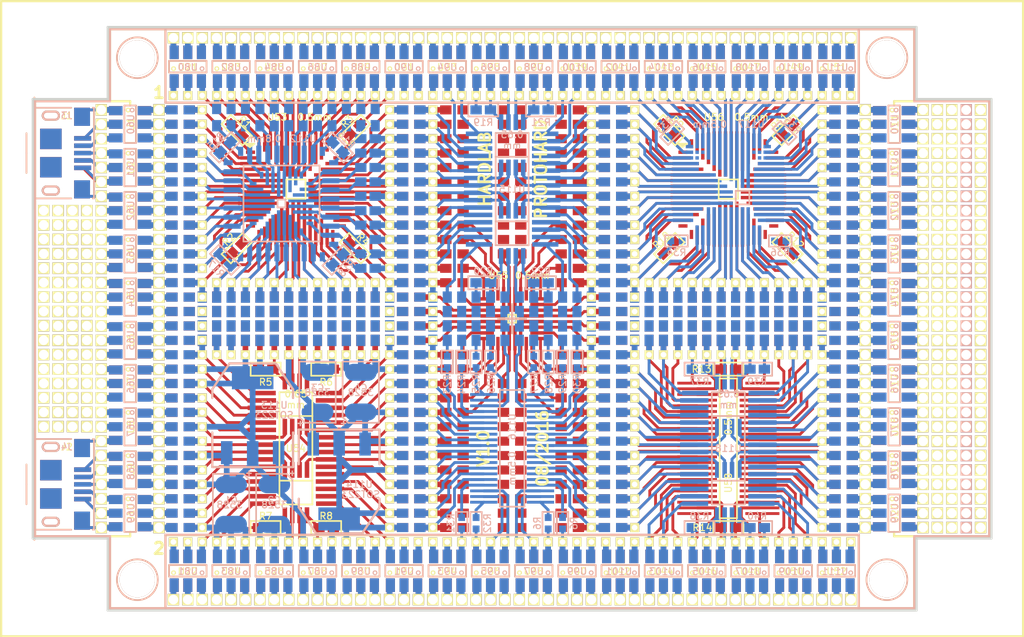
<source format=kicad_pcb>
(kicad_pcb (version 3) (host pcbnew "(2013-07-07 BZR 4022)-stable")

  (general
    (links 0)
    (no_connects 0)
    (area 32.983499 53.176499 123.226501 109.383501)
    (thickness 1.6)
    (drawings 86)
    (tracks 3305)
    (zones 0)
    (modules 218)
    (nets 1)
  )

  (page A4)
  (layers
    (15 F.Cu signal hide)
    (0 B.Cu signal)
    (18 B.Paste user hide)
    (19 F.Paste user hide)
    (20 B.SilkS user hide)
    (21 F.SilkS user)
    (22 B.Mask user)
    (23 F.Mask user)
    (28 Edge.Cuts user)
  )

  (setup
    (last_trace_width 0.25)
    (user_trace_width 0.3)
    (user_trace_width 0.4)
    (user_trace_width 0.5)
    (user_trace_width 0.6)
    (user_trace_width 0.8)
    (user_trace_width 1)
    (user_trace_width 1.2)
    (trace_clearance 0.199)
    (zone_clearance 0.3)
    (zone_45_only no)
    (trace_min 0.2)
    (segment_width 0.2)
    (edge_width 0.2)
    (via_size 0.7)
    (via_drill 0.4)
    (via_min_size 0.2)
    (via_min_drill 0.2)
    (user_via 1 0.5)
    (user_via 2 1)
    (uvia_size 0.508)
    (uvia_drill 0.127)
    (uvias_allowed no)
    (uvia_min_size 0.508)
    (uvia_min_drill 0.127)
    (pcb_text_width 0.3)
    (pcb_text_size 1 1)
    (mod_edge_width 0.15)
    (mod_text_size 0.6 0.6)
    (mod_text_width 0.15)
    (pad_size 3 3)
    (pad_drill 2.3)
    (pad_to_mask_clearance 0)
    (aux_axis_origin 0 0)
    (visible_elements 7FFFF98B)
    (pcbplotparams
      (layerselection 284983297)
      (usegerberextensions true)
      (excludeedgelayer true)
      (linewidth 0.150000)
      (plotframeref false)
      (viasonmask false)
      (mode 1)
      (useauxorigin false)
      (hpglpennumber 1)
      (hpglpenspeed 20)
      (hpglpendiameter 15)
      (hpglpenoverlay 2)
      (psnegative false)
      (psa4output false)
      (plotreference true)
      (plotvalue false)
      (plotothertext true)
      (plotinvisibletext false)
      (padsonsilk false)
      (subtractmaskfromsilk false)
      (outputformat 1)
      (mirror false)
      (drillshape 0)
      (scaleselection 1)
      (outputdirectory Gerber/))
  )

  (net 0 "")

  (net_class Default "Esta é a classe de net default."
    (clearance 0.199)
    (trace_width 0.25)
    (via_dia 0.7)
    (via_drill 0.4)
    (uvia_dia 0.508)
    (uvia_drill 0.127)
    (add_net "")
  )

  (module MAT_12X4_1.27_smd (layer B.Cu) (tedit 57A09278) (tstamp 579C991D)
    (at 78.105 81.28 90)
    (descr "Double rangee de contacts 2 x 4 pins")
    (tags CONN)
    (path /4E0B5C28/4F3CFD5B)
    (fp_text reference P1 (at -0.8 9.8 90) (layer B.SilkS) hide
      (effects (font (size 0.6 0.6) (thickness 0.1)) (justify mirror))
    )
    (fp_text value MAT_15X1 (at 3.175 0 360) (layer B.SilkS) hide
      (effects (font (size 0.3 0.3) (thickness 0.0508)) (justify mirror))
    )
    (pad 12 smd rect (at 1.905 -6.985 180) (size 0.8 1)
      (layers B.Cu B.Paste B.Mask)
    )
    (pad 11 smd rect (at 1.905 -5.715 180) (size 0.8 1)
      (layers B.Cu B.Paste B.Mask)
    )
    (pad 10 smd rect (at 1.905 -4.445 180) (size 0.8 1)
      (layers B.Cu B.Paste B.Mask)
    )
    (pad 9 smd rect (at 1.905 -3.175 180) (size 0.8 1)
      (layers B.Cu B.Paste B.Mask)
    )
    (pad 8 smd rect (at 1.905 -1.905 180) (size 0.8 1)
      (layers B.Cu B.Paste B.Mask)
    )
    (pad 7 smd rect (at 1.905 -0.635 180) (size 0.8 1)
      (layers B.Cu B.Paste B.Mask)
    )
    (pad 6 smd rect (at 1.905 0.635 180) (size 0.8 1)
      (layers B.Cu B.Paste B.Mask)
    )
    (pad 5 smd rect (at 1.905 1.905 180) (size 0.8 1)
      (layers B.Cu B.Paste B.Mask)
    )
    (pad 4 smd rect (at 1.905 3.175 180) (size 0.8 1)
      (layers B.Cu B.Paste B.Mask)
    )
    (pad 3 smd rect (at 1.905 4.445 180) (size 0.8 1)
      (layers B.Cu B.Paste B.Mask)
    )
    (pad 2 smd rect (at 1.905 5.715 180) (size 0.8 1)
      (layers B.Cu B.Paste B.Mask)
    )
    (pad 1 smd rect (at 1.905 6.985 180) (size 0.8 1)
      (layers B.Cu B.Paste B.Mask)
    )
    (pad 12 smd rect (at 0.635 -6.985 180) (size 0.8 1)
      (layers B.Cu B.Paste B.Mask)
    )
    (pad 11 smd rect (at 0.635 -5.715 180) (size 0.8 1)
      (layers B.Cu B.Paste B.Mask)
    )
    (pad 6 smd rect (at 0.635 0.635 180) (size 0.8 1)
      (layers B.Cu B.Paste B.Mask)
    )
    (pad 1 smd rect (at 0.635 6.985 180) (size 0.8 1)
      (layers B.Cu B.Paste B.Mask)
    )
    (pad 2 smd rect (at 0.635 5.715 180) (size 0.8 1)
      (layers B.Cu B.Paste B.Mask)
    )
    (pad 4 smd rect (at 0.635 3.175 180) (size 0.8 1)
      (layers B.Cu B.Paste B.Mask)
    )
    (pad 5 smd rect (at 0.635 1.905 180) (size 0.8 1)
      (layers B.Cu B.Paste B.Mask)
    )
    (pad 3 smd rect (at 0.635 4.445 180) (size 0.8 1)
      (layers B.Cu B.Paste B.Mask)
    )
    (pad 7 smd rect (at 0.635 -0.635 180) (size 0.8 1)
      (layers B.Cu B.Paste B.Mask)
    )
    (pad 9 smd rect (at 0.635 -3.175 180) (size 0.8 1)
      (layers B.Cu B.Paste B.Mask)
    )
    (pad 8 smd rect (at 0.635 -1.905 180) (size 0.8 1)
      (layers B.Cu B.Paste B.Mask)
    )
    (pad 10 smd rect (at 0.635 -4.445 180) (size 0.8 1)
      (layers B.Cu B.Paste B.Mask)
    )
    (pad 10 smd rect (at -1.905 -4.445 180) (size 0.8 1)
      (layers B.Cu B.Paste B.Mask)
    )
    (pad 8 smd rect (at -1.905 -1.905 180) (size 0.8 1)
      (layers B.Cu B.Paste B.Mask)
    )
    (pad 9 smd rect (at -1.905 -3.175 180) (size 0.8 1)
      (layers B.Cu B.Paste B.Mask)
    )
    (pad 7 smd rect (at -1.905 -0.635 180) (size 0.8 1)
      (layers B.Cu B.Paste B.Mask)
    )
    (pad 3 smd rect (at -1.905 4.445 180) (size 0.8 1)
      (layers B.Cu B.Paste B.Mask)
    )
    (pad 5 smd rect (at -1.905 1.905 180) (size 0.8 1)
      (layers B.Cu B.Paste B.Mask)
    )
    (pad 4 smd rect (at -1.905 3.175 180) (size 0.8 1)
      (layers B.Cu B.Paste B.Mask)
    )
    (pad 2 smd rect (at -1.905 5.715 180) (size 0.8 1)
      (layers B.Cu B.Paste B.Mask)
    )
    (pad 1 smd rect (at -1.905 6.985 180) (size 0.8 1)
      (layers B.Cu B.Paste B.Mask)
    )
    (pad 6 smd rect (at -1.905 0.635 180) (size 0.8 1)
      (layers B.Cu B.Paste B.Mask)
    )
    (pad 11 smd rect (at -1.905 -5.715 180) (size 0.8 1)
      (layers B.Cu B.Paste B.Mask)
    )
    (pad 12 smd rect (at -1.905 -6.985 180) (size 0.8 1)
      (layers B.Cu B.Paste B.Mask)
    )
    (pad 1 smd rect (at -0.635 6.985 180) (size 0.8 1)
      (layers B.Cu B.Paste B.Mask)
    )
    (pad 2 smd rect (at -0.635 5.715 180) (size 0.8 1)
      (layers B.Cu B.Paste B.Mask)
    )
    (pad 3 smd rect (at -0.635 4.445 180) (size 0.8 1)
      (layers B.Cu B.Paste B.Mask)
    )
    (pad 4 smd rect (at -0.635 3.175 180) (size 0.8 1)
      (layers B.Cu B.Paste B.Mask)
    )
    (pad 5 smd rect (at -0.635 1.905 180) (size 0.8 1)
      (layers B.Cu B.Paste B.Mask)
    )
    (pad 6 smd rect (at -0.635 0.635 180) (size 0.8 1)
      (layers B.Cu B.Paste B.Mask)
    )
    (pad 7 smd rect (at -0.635 -0.635 180) (size 0.8 1)
      (layers B.Cu B.Paste B.Mask)
    )
    (pad 8 smd rect (at -0.635 -1.905 180) (size 0.8 1)
      (layers B.Cu B.Paste B.Mask)
    )
    (pad 9 smd rect (at -0.635 -3.175 180) (size 0.8 1)
      (layers B.Cu B.Paste B.Mask)
    )
    (pad 10 smd rect (at -0.635 -4.445 180) (size 0.8 1)
      (layers B.Cu B.Paste B.Mask)
    )
    (pad 11 smd rect (at -0.635 -5.715 180) (size 0.8 1)
      (layers B.Cu B.Paste B.Mask)
    )
    (pad 12 smd rect (at -0.635 -6.985 180) (size 0.8 1)
      (layers B.Cu B.Paste B.Mask)
    )
    (model pin_array/pins_array_3x2.wrl
      (at (xyz 0 0 0))
      (scale (xyz 1 1 1))
      (rotate (xyz 0 0 0))
    )
  )

  (module inbox_SM0603 (layer F.Cu) (tedit 57A0D236) (tstamp 5792F75D)
    (at 53.848 75.057 45)
    (path /502516C5/503E7E7E)
    (attr smd)
    (fp_text reference R2 (at 0.044901 -1.032729 45) (layer F.SilkS)
      (effects (font (size 0.6 0.6) (thickness 0.1)))
    )
    (fp_text value 0R (at 0 0.50038 45) (layer F.SilkS) hide
      (effects (font (size 0.20066 0.20066) (thickness 0.0508)))
    )
    (fp_line (start 0 -0.58) (end -1.32 -0.58) (layer F.SilkS) (width 0.15))
    (fp_line (start -1.32 -0.58) (end -1.32 0.58) (layer F.SilkS) (width 0.15))
    (fp_line (start -1.32 0.58) (end 1.32 0.58) (layer F.SilkS) (width 0.15))
    (fp_line (start 1.32 0.58) (end 1.32 -0.58) (layer F.SilkS) (width 0.15))
    (fp_line (start 1.32 -0.58) (end 0 -0.58) (layer F.SilkS) (width 0.15))
    (pad 1 smd rect (at -0.635 0 45) (size 1 0.8)
      (layers F.Cu F.Paste F.Mask)
    )
    (pad 2 smd rect (at 0.635 0 45) (size 1 0.8)
      (layers F.Cu F.Paste F.Mask)
    )
    (model smd/chip_cms.wrl
      (at (xyz 0 0 0))
      (scale (xyz 0.08 0.08 0.08))
      (rotate (xyz 0 0 0))
    )
  )

  (module SOT223 (layer B.Cu) (tedit 57A0D765) (tstamp 57976407)
    (at 55.245 89.789 180)
    (descr "module CMS SOT223 4 pins")
    (tags "CMS SOT")
    (attr smd)
    (fp_text reference U113 (at -1.905 0.889 180) (layer B.SilkS)
      (effects (font (size 0.59944 0.59944) (thickness 0.09906)) (justify mirror))
    )
    (fp_text value Val** (at 0 -0.762 180) (layer B.SilkS) hide
      (effects (font (size 0.29972 0.29972) (thickness 0.0508)) (justify mirror))
    )
    (fp_line (start -3.556 -1.524) (end -3.556 -4.572) (layer B.SilkS) (width 0.2032))
    (fp_line (start -3.556 -4.572) (end 3.556 -4.572) (layer B.SilkS) (width 0.2032))
    (fp_line (start 3.556 -4.572) (end 3.556 -1.524) (layer B.SilkS) (width 0.2032))
    (fp_line (start -3.556 1.524) (end -3.556 2.286) (layer B.SilkS) (width 0.2032))
    (fp_line (start -3.556 2.286) (end -2.032 4.572) (layer B.SilkS) (width 0.2032))
    (fp_line (start -2.032 4.572) (end 2.032 4.572) (layer B.SilkS) (width 0.2032))
    (fp_line (start 2.032 4.572) (end 3.556 2.286) (layer B.SilkS) (width 0.2032))
    (fp_line (start 3.556 2.286) (end 3.556 1.524) (layer B.SilkS) (width 0.2032))
    (pad 4 smd rect (at 0 3.302 180) (size 3.6576 2.032)
      (layers B.Cu B.Paste B.Mask)
    )
    (pad 2 smd rect (at 0 -3.302 180) (size 1.016 2.032)
      (layers B.Cu B.Paste B.Mask)
    )
    (pad 3 smd rect (at 2.286 -3.302 180) (size 1.016 2.032)
      (layers B.Cu B.Paste B.Mask)
    )
    (pad 1 smd rect (at -2.286 -3.302 180) (size 1.016 2.032)
      (layers B.Cu B.Paste B.Mask)
    )
    (model smd/SOT223.wrl
      (at (xyz 0 0 0))
      (scale (xyz 0.4 0.4 0.4))
      (rotate (xyz 0 0 0))
    )
  )

  (module MAT_14X4_1.27_smd (layer F.Cu) (tedit 57A09458) (tstamp 579843E9)
    (at 59.055 81.28 90)
    (descr "Double rangee de contacts 2 x 4 pins")
    (tags CONN)
    (path /4E0B5C28/4F3CFD5B)
    (fp_text reference P1 (at 0.127 -0.0635 180) (layer F.SilkS) hide
      (effects (font (size 0.6 0.6) (thickness 0.1)))
    )
    (fp_text value MAT_15X1 (at 3.175 0 180) (layer F.SilkS) hide
      (effects (font (size 0.3 0.3) (thickness 0.0508)))
    )
    (pad 14 smd rect (at 1.905 8.255) (size 0.8 1)
      (layers F.Cu F.Paste F.Mask)
    )
    (pad 13 smd rect (at 1.905 6.985) (size 0.8 1)
      (layers F.Cu F.Paste F.Mask)
    )
    (pad 12 smd rect (at 1.905 5.715) (size 0.8 1)
      (layers F.Cu F.Paste F.Mask)
    )
    (pad 11 smd rect (at 1.905 4.445) (size 0.8 1)
      (layers F.Cu F.Paste F.Mask)
    )
    (pad 10 smd rect (at 1.905 3.175) (size 0.8 1)
      (layers F.Cu F.Paste F.Mask)
    )
    (pad 9 smd rect (at 1.905 1.905) (size 0.8 1)
      (layers F.Cu F.Paste F.Mask)
    )
    (pad 8 smd rect (at 1.905 0.635) (size 0.8 1)
      (layers F.Cu F.Paste F.Mask)
    )
    (pad 7 smd rect (at 1.905 -0.635) (size 0.8 1)
      (layers F.Cu F.Paste F.Mask)
    )
    (pad 6 smd rect (at 1.905 -1.905) (size 0.8 1)
      (layers F.Cu F.Paste F.Mask)
    )
    (pad 5 smd rect (at 1.905 -3.175) (size 0.8 1)
      (layers F.Cu F.Paste F.Mask)
    )
    (pad 4 smd rect (at 1.905 -4.445) (size 0.8 1)
      (layers F.Cu F.Paste F.Mask)
    )
    (pad 3 smd rect (at 1.905 -5.715) (size 0.8 1)
      (layers F.Cu F.Paste F.Mask)
    )
    (pad 2 smd rect (at 1.905 -6.985) (size 0.8 1)
      (layers F.Cu F.Paste F.Mask)
    )
    (pad 1 smd rect (at 1.905 -8.255) (size 0.8 1)
      (layers F.Cu F.Paste F.Mask)
    )
    (pad 14 smd rect (at 0.635 8.255) (size 0.8 1)
      (layers F.Cu F.Paste F.Mask)
    )
    (pad 13 smd rect (at 0.635 6.985) (size 0.8 1)
      (layers F.Cu F.Paste F.Mask)
    )
    (pad 12 smd rect (at 0.635 5.715) (size 0.8 1)
      (layers F.Cu F.Paste F.Mask)
    )
    (pad 11 smd rect (at 0.635 4.445) (size 0.8 1)
      (layers F.Cu F.Paste F.Mask)
    )
    (pad 6 smd rect (at 0.635 -1.905) (size 0.8 1)
      (layers F.Cu F.Paste F.Mask)
    )
    (pad 1 smd rect (at 0.635 -8.255) (size 0.8 1)
      (layers F.Cu F.Paste F.Mask)
    )
    (pad 2 smd rect (at 0.635 -6.985) (size 0.8 1)
      (layers F.Cu F.Paste F.Mask)
    )
    (pad 4 smd rect (at 0.635 -4.445) (size 0.8 1)
      (layers F.Cu F.Paste F.Mask)
    )
    (pad 5 smd rect (at 0.635 -3.175) (size 0.8 1)
      (layers F.Cu F.Paste F.Mask)
    )
    (pad 3 smd rect (at 0.635 -5.715) (size 0.8 1)
      (layers F.Cu F.Paste F.Mask)
    )
    (pad 7 smd rect (at 0.635 -0.635) (size 0.8 1)
      (layers F.Cu F.Paste F.Mask)
    )
    (pad 9 smd rect (at 0.635 1.905) (size 0.8 1)
      (layers F.Cu F.Paste F.Mask)
    )
    (pad 8 smd rect (at 0.635 0.635) (size 0.8 1)
      (layers F.Cu F.Paste F.Mask)
    )
    (pad 10 smd rect (at 0.635 3.175) (size 0.8 1)
      (layers F.Cu F.Paste F.Mask)
    )
    (pad 10 smd rect (at -1.905 3.175) (size 0.8 1)
      (layers F.Cu F.Paste F.Mask)
    )
    (pad 8 smd rect (at -1.905 0.635) (size 0.8 1)
      (layers F.Cu F.Paste F.Mask)
    )
    (pad 9 smd rect (at -1.905 1.905) (size 0.8 1)
      (layers F.Cu F.Paste F.Mask)
    )
    (pad 7 smd rect (at -1.905 -0.635) (size 0.8 1)
      (layers F.Cu F.Paste F.Mask)
    )
    (pad 3 smd rect (at -1.905 -5.715) (size 0.8 1)
      (layers F.Cu F.Paste F.Mask)
    )
    (pad 5 smd rect (at -1.905 -3.175) (size 0.8 1)
      (layers F.Cu F.Paste F.Mask)
    )
    (pad 4 smd rect (at -1.905 -4.445) (size 0.8 1)
      (layers F.Cu F.Paste F.Mask)
    )
    (pad 2 smd rect (at -1.905 -6.985) (size 0.8 1)
      (layers F.Cu F.Paste F.Mask)
    )
    (pad 1 smd rect (at -1.905 -8.255) (size 0.8 1)
      (layers F.Cu F.Paste F.Mask)
    )
    (pad 6 smd rect (at -1.905 -1.905) (size 0.8 1)
      (layers F.Cu F.Paste F.Mask)
    )
    (pad 11 smd rect (at -1.905 4.445) (size 0.8 1)
      (layers F.Cu F.Paste F.Mask)
    )
    (pad 12 smd rect (at -1.905 5.715) (size 0.8 1)
      (layers F.Cu F.Paste F.Mask)
    )
    (pad 13 smd rect (at -1.905 6.985) (size 0.8 1)
      (layers F.Cu F.Paste F.Mask)
    )
    (pad 14 smd rect (at -1.905 8.255) (size 0.8 1)
      (layers F.Cu F.Paste F.Mask)
    )
    (pad 1 smd rect (at -0.635 -8.255) (size 0.8 1)
      (layers F.Cu F.Paste F.Mask)
    )
    (pad 2 smd rect (at -0.635 -6.985) (size 0.8 1)
      (layers F.Cu F.Paste F.Mask)
    )
    (pad 3 smd rect (at -0.635 -5.715) (size 0.8 1)
      (layers F.Cu F.Paste F.Mask)
    )
    (pad 4 smd rect (at -0.635 -4.445) (size 0.8 1)
      (layers F.Cu F.Paste F.Mask)
    )
    (pad 5 smd rect (at -0.635 -3.175) (size 0.8 1)
      (layers F.Cu F.Paste F.Mask)
    )
    (pad 6 smd rect (at -0.635 -1.905) (size 0.8 1)
      (layers F.Cu F.Paste F.Mask)
    )
    (pad 7 smd rect (at -0.635 -0.635) (size 0.8 1)
      (layers F.Cu F.Paste F.Mask)
    )
    (pad 8 smd rect (at -0.635 0.635) (size 0.8 1)
      (layers F.Cu F.Paste F.Mask)
    )
    (pad 9 smd rect (at -0.635 1.905) (size 0.8 1)
      (layers F.Cu F.Paste F.Mask)
    )
    (pad 10 smd rect (at -0.635 3.175) (size 0.8 1)
      (layers F.Cu F.Paste F.Mask)
    )
    (pad 11 smd rect (at -0.635 4.445) (size 0.8 1)
      (layers F.Cu F.Paste F.Mask)
    )
    (pad 12 smd rect (at -0.635 5.715) (size 0.8 1)
      (layers F.Cu F.Paste F.Mask)
    )
    (pad 13 smd rect (at -0.635 6.985) (size 0.8 1)
      (layers F.Cu F.Paste F.Mask)
    )
    (pad 14 smd rect (at -0.635 8.255) (size 0.8 1)
      (layers F.Cu F.Paste F.Mask)
    )
    (model pin_array/pins_array_3x2.wrl
      (at (xyz 0 0 0))
      (scale (xyz 1 1 1))
      (rotate (xyz 0 0 0))
    )
  )

  (module inbox_SM0603 (layer F.Cu) (tedit 57A0D28D) (tstamp 579B0A44)
    (at 97.155 85.725 180)
    (path /502516C5/503E7E7E)
    (attr smd)
    (fp_text reference R13 (at 2.3495 0 180) (layer F.SilkS)
      (effects (font (size 0.6 0.6) (thickness 0.1)))
    )
    (fp_text value 0R (at 0 0.50038 180) (layer F.SilkS) hide
      (effects (font (size 0.20066 0.20066) (thickness 0.0508)))
    )
    (fp_line (start 0 -0.58) (end -1.32 -0.58) (layer F.SilkS) (width 0.15))
    (fp_line (start -1.32 -0.58) (end -1.32 0.58) (layer F.SilkS) (width 0.15))
    (fp_line (start -1.32 0.58) (end 1.32 0.58) (layer F.SilkS) (width 0.15))
    (fp_line (start 1.32 0.58) (end 1.32 -0.58) (layer F.SilkS) (width 0.15))
    (fp_line (start 1.32 -0.58) (end 0 -0.58) (layer F.SilkS) (width 0.15))
    (pad 1 smd rect (at -0.635 0 180) (size 1 0.8)
      (layers F.Cu F.Paste F.Mask)
    )
    (pad 2 smd rect (at 0.635 0 180) (size 1 0.8)
      (layers F.Cu F.Paste F.Mask)
    )
    (model smd/chip_cms.wrl
      (at (xyz 0 0 0))
      (scale (xyz 0.08 0.08 0.08))
      (rotate (xyz 0 0 0))
    )
  )

  (module inbox_SM0603 (layer F.Cu) (tedit 57A0D296) (tstamp 579B0A8F)
    (at 97.155 99.695 180)
    (path /502516C5/503E7E7E)
    (attr smd)
    (fp_text reference R14 (at 2.286 0 180) (layer F.SilkS)
      (effects (font (size 0.6 0.6) (thickness 0.1)))
    )
    (fp_text value 0R (at 0 0.50038 180) (layer F.SilkS) hide
      (effects (font (size 0.20066 0.20066) (thickness 0.0508)))
    )
    (fp_line (start 0 -0.58) (end -1.32 -0.58) (layer F.SilkS) (width 0.15))
    (fp_line (start -1.32 -0.58) (end -1.32 0.58) (layer F.SilkS) (width 0.15))
    (fp_line (start -1.32 0.58) (end 1.32 0.58) (layer F.SilkS) (width 0.15))
    (fp_line (start 1.32 0.58) (end 1.32 -0.58) (layer F.SilkS) (width 0.15))
    (fp_line (start 1.32 -0.58) (end 0 -0.58) (layer F.SilkS) (width 0.15))
    (pad 1 smd rect (at -0.635 0 180) (size 1 0.8)
      (layers F.Cu F.Paste F.Mask)
    )
    (pad 2 smd rect (at 0.635 0 180) (size 1 0.8)
      (layers F.Cu F.Paste F.Mask)
    )
    (model smd/chip_cms.wrl
      (at (xyz 0 0 0))
      (scale (xyz 0.08 0.08 0.08))
      (rotate (xyz 0 0 0))
    )
  )

  (module MAT_14X4_1.27_smd (layer F.Cu) (tedit 57A094B6) (tstamp 579CD635)
    (at 97.155 81.28 90)
    (descr "Double rangee de contacts 2 x 4 pins")
    (tags CONN)
    (path /4E0B5C28/4F3CFD5B)
    (fp_text reference P1 (at -0.0635 0.0635 180) (layer F.SilkS) hide
      (effects (font (size 0.6 0.6) (thickness 0.1)))
    )
    (fp_text value MAT_15X1 (at 3.175 0 180) (layer F.SilkS) hide
      (effects (font (size 0.3 0.3) (thickness 0.0508)))
    )
    (pad 14 smd rect (at 1.905 8.255) (size 0.8 1)
      (layers F.Cu F.Paste F.Mask)
    )
    (pad 13 smd rect (at 1.905 6.985) (size 0.8 1)
      (layers F.Cu F.Paste F.Mask)
    )
    (pad 12 smd rect (at 1.905 5.715) (size 0.8 1)
      (layers F.Cu F.Paste F.Mask)
    )
    (pad 11 smd rect (at 1.905 4.445) (size 0.8 1)
      (layers F.Cu F.Paste F.Mask)
    )
    (pad 10 smd rect (at 1.905 3.175) (size 0.8 1)
      (layers F.Cu F.Paste F.Mask)
    )
    (pad 9 smd rect (at 1.905 1.905) (size 0.8 1)
      (layers F.Cu F.Paste F.Mask)
    )
    (pad 8 smd rect (at 1.905 0.635) (size 0.8 1)
      (layers F.Cu F.Paste F.Mask)
    )
    (pad 7 smd rect (at 1.905 -0.635) (size 0.8 1)
      (layers F.Cu F.Paste F.Mask)
    )
    (pad 6 smd rect (at 1.905 -1.905) (size 0.8 1)
      (layers F.Cu F.Paste F.Mask)
    )
    (pad 5 smd rect (at 1.905 -3.175) (size 0.8 1)
      (layers F.Cu F.Paste F.Mask)
    )
    (pad 4 smd rect (at 1.905 -4.445) (size 0.8 1)
      (layers F.Cu F.Paste F.Mask)
    )
    (pad 3 smd rect (at 1.905 -5.715) (size 0.8 1)
      (layers F.Cu F.Paste F.Mask)
    )
    (pad 2 smd rect (at 1.905 -6.985) (size 0.8 1)
      (layers F.Cu F.Paste F.Mask)
    )
    (pad 1 smd rect (at 1.905 -8.255) (size 0.8 1)
      (layers F.Cu F.Paste F.Mask)
    )
    (pad 14 smd rect (at 0.635 8.255) (size 0.8 1)
      (layers F.Cu F.Paste F.Mask)
    )
    (pad 13 smd rect (at 0.635 6.985) (size 0.8 1)
      (layers F.Cu F.Paste F.Mask)
    )
    (pad 12 smd rect (at 0.635 5.715) (size 0.8 1)
      (layers F.Cu F.Paste F.Mask)
    )
    (pad 11 smd rect (at 0.635 4.445) (size 0.8 1)
      (layers F.Cu F.Paste F.Mask)
    )
    (pad 6 smd rect (at 0.635 -1.905) (size 0.8 1)
      (layers F.Cu F.Paste F.Mask)
    )
    (pad 1 smd rect (at 0.635 -8.255) (size 0.8 1)
      (layers F.Cu F.Paste F.Mask)
    )
    (pad 2 smd rect (at 0.635 -6.985) (size 0.8 1)
      (layers F.Cu F.Paste F.Mask)
    )
    (pad 4 smd rect (at 0.635 -4.445) (size 0.8 1)
      (layers F.Cu F.Paste F.Mask)
    )
    (pad 5 smd rect (at 0.635 -3.175) (size 0.8 1)
      (layers F.Cu F.Paste F.Mask)
    )
    (pad 3 smd rect (at 0.635 -5.715) (size 0.8 1)
      (layers F.Cu F.Paste F.Mask)
    )
    (pad 7 smd rect (at 0.635 -0.635) (size 0.8 1)
      (layers F.Cu F.Paste F.Mask)
    )
    (pad 9 smd rect (at 0.635 1.905) (size 0.8 1)
      (layers F.Cu F.Paste F.Mask)
    )
    (pad 8 smd rect (at 0.635 0.635) (size 0.8 1)
      (layers F.Cu F.Paste F.Mask)
    )
    (pad 10 smd rect (at 0.635 3.175) (size 0.8 1)
      (layers F.Cu F.Paste F.Mask)
    )
    (pad 10 smd rect (at -1.905 3.175) (size 0.8 1)
      (layers F.Cu F.Paste F.Mask)
    )
    (pad 8 smd rect (at -1.905 0.635) (size 0.8 1)
      (layers F.Cu F.Paste F.Mask)
    )
    (pad 9 smd rect (at -1.905 1.905) (size 0.8 1)
      (layers F.Cu F.Paste F.Mask)
    )
    (pad 7 smd rect (at -1.905 -0.635) (size 0.8 1)
      (layers F.Cu F.Paste F.Mask)
    )
    (pad 3 smd rect (at -1.905 -5.715) (size 0.8 1)
      (layers F.Cu F.Paste F.Mask)
    )
    (pad 5 smd rect (at -1.905 -3.175) (size 0.8 1)
      (layers F.Cu F.Paste F.Mask)
    )
    (pad 4 smd rect (at -1.905 -4.445) (size 0.8 1)
      (layers F.Cu F.Paste F.Mask)
    )
    (pad 2 smd rect (at -1.905 -6.985) (size 0.8 1)
      (layers F.Cu F.Paste F.Mask)
    )
    (pad 1 smd rect (at -1.905 -8.255) (size 0.8 1)
      (layers F.Cu F.Paste F.Mask)
    )
    (pad 6 smd rect (at -1.905 -1.905) (size 0.8 1)
      (layers F.Cu F.Paste F.Mask)
    )
    (pad 11 smd rect (at -1.905 4.445) (size 0.8 1)
      (layers F.Cu F.Paste F.Mask)
    )
    (pad 12 smd rect (at -1.905 5.715) (size 0.8 1)
      (layers F.Cu F.Paste F.Mask)
    )
    (pad 13 smd rect (at -1.905 6.985) (size 0.8 1)
      (layers F.Cu F.Paste F.Mask)
    )
    (pad 14 smd rect (at -1.905 8.255) (size 0.8 1)
      (layers F.Cu F.Paste F.Mask)
    )
    (pad 1 smd rect (at -0.635 -8.255) (size 0.8 1)
      (layers F.Cu F.Paste F.Mask)
    )
    (pad 2 smd rect (at -0.635 -6.985) (size 0.8 1)
      (layers F.Cu F.Paste F.Mask)
    )
    (pad 3 smd rect (at -0.635 -5.715) (size 0.8 1)
      (layers F.Cu F.Paste F.Mask)
    )
    (pad 4 smd rect (at -0.635 -4.445) (size 0.8 1)
      (layers F.Cu F.Paste F.Mask)
    )
    (pad 5 smd rect (at -0.635 -3.175) (size 0.8 1)
      (layers F.Cu F.Paste F.Mask)
    )
    (pad 6 smd rect (at -0.635 -1.905) (size 0.8 1)
      (layers F.Cu F.Paste F.Mask)
    )
    (pad 7 smd rect (at -0.635 -0.635) (size 0.8 1)
      (layers F.Cu F.Paste F.Mask)
    )
    (pad 8 smd rect (at -0.635 0.635) (size 0.8 1)
      (layers F.Cu F.Paste F.Mask)
    )
    (pad 9 smd rect (at -0.635 1.905) (size 0.8 1)
      (layers F.Cu F.Paste F.Mask)
    )
    (pad 10 smd rect (at -0.635 3.175) (size 0.8 1)
      (layers F.Cu F.Paste F.Mask)
    )
    (pad 11 smd rect (at -0.635 4.445) (size 0.8 1)
      (layers F.Cu F.Paste F.Mask)
    )
    (pad 12 smd rect (at -0.635 5.715) (size 0.8 1)
      (layers F.Cu F.Paste F.Mask)
    )
    (pad 13 smd rect (at -0.635 6.985) (size 0.8 1)
      (layers F.Cu F.Paste F.Mask)
    )
    (pad 14 smd rect (at -0.635 8.255) (size 0.8 1)
      (layers F.Cu F.Paste F.Mask)
    )
    (model pin_array/pins_array_3x2.wrl
      (at (xyz 0 0 0))
      (scale (xyz 1 1 1))
      (rotate (xyz 0 0 0))
    )
  )

  (module inbox_SM0603 (layer B.Cu) (tedit 57A0D2E3) (tstamp 579DBAFD)
    (at 52.832 76.073 135)
    (path /502516C5/503E7E7E)
    (attr smd)
    (fp_text reference R17 (at 0 -1.167433 135) (layer B.SilkS)
      (effects (font (size 0.6 0.6) (thickness 0.1)) (justify mirror))
    )
    (fp_text value 0R (at 0 -0.50038 135) (layer B.SilkS) hide
      (effects (font (size 0.20066 0.20066) (thickness 0.0508)) (justify mirror))
    )
    (fp_line (start 0 0.58) (end -1.32 0.58) (layer B.SilkS) (width 0.15))
    (fp_line (start -1.32 0.58) (end -1.32 -0.58) (layer B.SilkS) (width 0.15))
    (fp_line (start -1.32 -0.58) (end 1.32 -0.58) (layer B.SilkS) (width 0.15))
    (fp_line (start 1.32 -0.58) (end 1.32 0.58) (layer B.SilkS) (width 0.15))
    (fp_line (start 1.32 0.58) (end 0 0.58) (layer B.SilkS) (width 0.15))
    (pad 1 smd rect (at -0.635 0 135) (size 1 0.8)
      (layers B.Cu B.Paste B.Mask)
    )
    (pad 2 smd rect (at 0.635 0 135) (size 1 0.8)
      (layers B.Cu B.Paste B.Mask)
    )
    (model smd/chip_cms.wrl
      (at (xyz 0 0 0))
      (scale (xyz 0.08 0.08 0.08))
      (rotate (xyz 0 0 0))
    )
  )

  (module inbox_SM0603 (layer B.Cu) (tedit 57A0D2F0) (tstamp 579A729A)
    (at 62.738 76.073 225)
    (path /4BAA22F5/4F106B7E)
    (attr smd)
    (fp_text reference R18 (at -0.044901 -1.122532 225) (layer B.SilkS)
      (effects (font (size 0.6 0.6) (thickness 0.1)) (justify mirror))
    )
    (fp_text value 10K_1% (at 0 -0.50038 225) (layer B.SilkS) hide
      (effects (font (size 0.20066 0.20066) (thickness 0.0508)) (justify mirror))
    )
    (fp_line (start 0 0.58) (end -1.32 0.58) (layer B.SilkS) (width 0.15))
    (fp_line (start -1.32 0.58) (end -1.32 -0.58) (layer B.SilkS) (width 0.15))
    (fp_line (start -1.32 -0.58) (end 1.32 -0.58) (layer B.SilkS) (width 0.15))
    (fp_line (start 1.32 -0.58) (end 1.32 0.58) (layer B.SilkS) (width 0.15))
    (fp_line (start 1.32 0.58) (end 0 0.58) (layer B.SilkS) (width 0.15))
    (pad 1 smd rect (at -0.635 0 225) (size 1 0.8)
      (layers B.Cu B.Paste B.Mask)
    )
    (pad 2 smd rect (at 0.635 0 225) (size 1 0.8)
      (layers B.Cu B.Paste B.Mask)
    )
    (model smd/chip_cms.wrl
      (at (xyz 0 0 0))
      (scale (xyz 0.08 0.08 0.08))
      (rotate (xyz 0 0 0))
    )
  )

  (module inbox_SM0603 (layer B.Cu) (tedit 57A0D2BB) (tstamp 579DBB90)
    (at 52.832 66.167 45)
    (path /502516C5/503E7E7E)
    (attr smd)
    (fp_text reference R15 (at -0.179605 -0.987828 45) (layer B.SilkS)
      (effects (font (size 0.6 0.6) (thickness 0.1)) (justify mirror))
    )
    (fp_text value 0R (at 0 -0.50038 45) (layer B.SilkS) hide
      (effects (font (size 0.20066 0.20066) (thickness 0.0508)) (justify mirror))
    )
    (fp_line (start 0 0.58) (end -1.32 0.58) (layer B.SilkS) (width 0.15))
    (fp_line (start -1.32 0.58) (end -1.32 -0.58) (layer B.SilkS) (width 0.15))
    (fp_line (start -1.32 -0.58) (end 1.32 -0.58) (layer B.SilkS) (width 0.15))
    (fp_line (start 1.32 -0.58) (end 1.32 0.58) (layer B.SilkS) (width 0.15))
    (fp_line (start 1.32 0.58) (end 0 0.58) (layer B.SilkS) (width 0.15))
    (pad 1 smd rect (at -0.635 0 45) (size 1 0.8)
      (layers B.Cu B.Paste B.Mask)
    )
    (pad 2 smd rect (at 0.635 0 45) (size 1 0.8)
      (layers B.Cu B.Paste B.Mask)
    )
    (model smd/chip_cms.wrl
      (at (xyz 0 0 0))
      (scale (xyz 0.08 0.08 0.08))
      (rotate (xyz 0 0 0))
    )
  )

  (module inbox_SM0603 (layer B.Cu) (tedit 57A0D2D6) (tstamp 579DBBA6)
    (at 62.738 66.167 135)
    (path /502516C5/503E7E7E)
    (attr smd)
    (fp_text reference R16 (at -0.044901 1.032729 135) (layer B.SilkS)
      (effects (font (size 0.6 0.6) (thickness 0.1)) (justify mirror))
    )
    (fp_text value 0R (at 0 -0.50038 135) (layer B.SilkS) hide
      (effects (font (size 0.20066 0.20066) (thickness 0.0508)) (justify mirror))
    )
    (fp_line (start 0 0.58) (end -1.32 0.58) (layer B.SilkS) (width 0.15))
    (fp_line (start -1.32 0.58) (end -1.32 -0.58) (layer B.SilkS) (width 0.15))
    (fp_line (start -1.32 -0.58) (end 1.32 -0.58) (layer B.SilkS) (width 0.15))
    (fp_line (start 1.32 -0.58) (end 1.32 0.58) (layer B.SilkS) (width 0.15))
    (fp_line (start 1.32 0.58) (end 0 0.58) (layer B.SilkS) (width 0.15))
    (pad 1 smd rect (at -0.635 0 135) (size 1 0.8)
      (layers B.Cu B.Paste B.Mask)
    )
    (pad 2 smd rect (at 0.635 0 135) (size 1 0.8)
      (layers B.Cu B.Paste B.Mask)
    )
    (model smd/chip_cms.wrl
      (at (xyz 0 0 0))
      (scale (xyz 0.08 0.08 0.08))
      (rotate (xyz 0 0 0))
    )
  )

  (module MAT_14X4_1.27_smd (layer B.Cu) (tedit 57A0927F) (tstamp 579EA345)
    (at 97.155 81.28 90)
    (descr "Double rangee de contacts 2 x 4 pins")
    (tags CONN)
    (path /4E0B5C28/4F3CFD5B)
    (fp_text reference P1 (at -0.8 9.8 90) (layer B.SilkS) hide
      (effects (font (size 0.6 0.6) (thickness 0.1)) (justify mirror))
    )
    (fp_text value MAT_15X1 (at 3.175 0 360) (layer B.SilkS) hide
      (effects (font (size 0.3 0.3) (thickness 0.0508)) (justify mirror))
    )
    (pad 14 smd rect (at 1.905 -8.255 180) (size 0.8 1)
      (layers B.Cu B.Paste B.Mask)
    )
    (pad 13 smd rect (at 1.905 -6.985 180) (size 0.8 1)
      (layers B.Cu B.Paste B.Mask)
    )
    (pad 12 smd rect (at 1.905 -5.715 180) (size 0.8 1)
      (layers B.Cu B.Paste B.Mask)
    )
    (pad 11 smd rect (at 1.905 -4.445 180) (size 0.8 1)
      (layers B.Cu B.Paste B.Mask)
    )
    (pad 10 smd rect (at 1.905 -3.175 180) (size 0.8 1)
      (layers B.Cu B.Paste B.Mask)
    )
    (pad 9 smd rect (at 1.905 -1.905 180) (size 0.8 1)
      (layers B.Cu B.Paste B.Mask)
    )
    (pad 8 smd rect (at 1.905 -0.635 180) (size 0.8 1)
      (layers B.Cu B.Paste B.Mask)
    )
    (pad 7 smd rect (at 1.905 0.635 180) (size 0.8 1)
      (layers B.Cu B.Paste B.Mask)
    )
    (pad 6 smd rect (at 1.905 1.905 180) (size 0.8 1)
      (layers B.Cu B.Paste B.Mask)
    )
    (pad 5 smd rect (at 1.905 3.175 180) (size 0.8 1)
      (layers B.Cu B.Paste B.Mask)
    )
    (pad 4 smd rect (at 1.905 4.445 180) (size 0.8 1)
      (layers B.Cu B.Paste B.Mask)
    )
    (pad 3 smd rect (at 1.905 5.715 180) (size 0.8 1)
      (layers B.Cu B.Paste B.Mask)
    )
    (pad 2 smd rect (at 1.905 6.985 180) (size 0.8 1)
      (layers B.Cu B.Paste B.Mask)
    )
    (pad 1 smd rect (at 1.905 8.255 180) (size 0.8 1)
      (layers B.Cu B.Paste B.Mask)
    )
    (pad 14 smd rect (at 0.635 -8.255 180) (size 0.8 1)
      (layers B.Cu B.Paste B.Mask)
    )
    (pad 13 smd rect (at 0.635 -6.985 180) (size 0.8 1)
      (layers B.Cu B.Paste B.Mask)
    )
    (pad 12 smd rect (at 0.635 -5.715 180) (size 0.8 1)
      (layers B.Cu B.Paste B.Mask)
    )
    (pad 11 smd rect (at 0.635 -4.445 180) (size 0.8 1)
      (layers B.Cu B.Paste B.Mask)
    )
    (pad 6 smd rect (at 0.635 1.905 180) (size 0.8 1)
      (layers B.Cu B.Paste B.Mask)
    )
    (pad 1 smd rect (at 0.635 8.255 180) (size 0.8 1)
      (layers B.Cu B.Paste B.Mask)
    )
    (pad 2 smd rect (at 0.635 6.985 180) (size 0.8 1)
      (layers B.Cu B.Paste B.Mask)
    )
    (pad 4 smd rect (at 0.635 4.445 180) (size 0.8 1)
      (layers B.Cu B.Paste B.Mask)
    )
    (pad 5 smd rect (at 0.635 3.175 180) (size 0.8 1)
      (layers B.Cu B.Paste B.Mask)
    )
    (pad 3 smd rect (at 0.635 5.715 180) (size 0.8 1)
      (layers B.Cu B.Paste B.Mask)
    )
    (pad 7 smd rect (at 0.635 0.635 180) (size 0.8 1)
      (layers B.Cu B.Paste B.Mask)
    )
    (pad 9 smd rect (at 0.635 -1.905 180) (size 0.8 1)
      (layers B.Cu B.Paste B.Mask)
    )
    (pad 8 smd rect (at 0.635 -0.635 180) (size 0.8 1)
      (layers B.Cu B.Paste B.Mask)
    )
    (pad 10 smd rect (at 0.635 -3.175 180) (size 0.8 1)
      (layers B.Cu B.Paste B.Mask)
    )
    (pad 10 smd rect (at -1.905 -3.175 180) (size 0.8 1)
      (layers B.Cu B.Paste B.Mask)
    )
    (pad 8 smd rect (at -1.905 -0.635 180) (size 0.8 1)
      (layers B.Cu B.Paste B.Mask)
    )
    (pad 9 smd rect (at -1.905 -1.905 180) (size 0.8 1)
      (layers B.Cu B.Paste B.Mask)
    )
    (pad 7 smd rect (at -1.905 0.635 180) (size 0.8 1)
      (layers B.Cu B.Paste B.Mask)
    )
    (pad 3 smd rect (at -1.905 5.715 180) (size 0.8 1)
      (layers B.Cu B.Paste B.Mask)
    )
    (pad 5 smd rect (at -1.905 3.175 180) (size 0.8 1)
      (layers B.Cu B.Paste B.Mask)
    )
    (pad 4 smd rect (at -1.905 4.445 180) (size 0.8 1)
      (layers B.Cu B.Paste B.Mask)
    )
    (pad 2 smd rect (at -1.905 6.985 180) (size 0.8 1)
      (layers B.Cu B.Paste B.Mask)
    )
    (pad 1 smd rect (at -1.905 8.255 180) (size 0.8 1)
      (layers B.Cu B.Paste B.Mask)
    )
    (pad 6 smd rect (at -1.905 1.905 180) (size 0.8 1)
      (layers B.Cu B.Paste B.Mask)
    )
    (pad 11 smd rect (at -1.905 -4.445 180) (size 0.8 1)
      (layers B.Cu B.Paste B.Mask)
    )
    (pad 12 smd rect (at -1.905 -5.715 180) (size 0.8 1)
      (layers B.Cu B.Paste B.Mask)
    )
    (pad 13 smd rect (at -1.905 -6.985 180) (size 0.8 1)
      (layers B.Cu B.Paste B.Mask)
    )
    (pad 14 smd rect (at -1.905 -8.255 180) (size 0.8 1)
      (layers B.Cu B.Paste B.Mask)
    )
    (pad 1 smd rect (at -0.635 8.255 180) (size 0.8 1)
      (layers B.Cu B.Paste B.Mask)
    )
    (pad 2 smd rect (at -0.635 6.985 180) (size 0.8 1)
      (layers B.Cu B.Paste B.Mask)
    )
    (pad 3 smd rect (at -0.635 5.715 180) (size 0.8 1)
      (layers B.Cu B.Paste B.Mask)
    )
    (pad 4 smd rect (at -0.635 4.445 180) (size 0.8 1)
      (layers B.Cu B.Paste B.Mask)
    )
    (pad 5 smd rect (at -0.635 3.175 180) (size 0.8 1)
      (layers B.Cu B.Paste B.Mask)
    )
    (pad 6 smd rect (at -0.635 1.905 180) (size 0.8 1)
      (layers B.Cu B.Paste B.Mask)
    )
    (pad 7 smd rect (at -0.635 0.635 180) (size 0.8 1)
      (layers B.Cu B.Paste B.Mask)
    )
    (pad 8 smd rect (at -0.635 -0.635 180) (size 0.8 1)
      (layers B.Cu B.Paste B.Mask)
    )
    (pad 9 smd rect (at -0.635 -1.905 180) (size 0.8 1)
      (layers B.Cu B.Paste B.Mask)
    )
    (pad 10 smd rect (at -0.635 -3.175 180) (size 0.8 1)
      (layers B.Cu B.Paste B.Mask)
    )
    (pad 11 smd rect (at -0.635 -4.445 180) (size 0.8 1)
      (layers B.Cu B.Paste B.Mask)
    )
    (pad 12 smd rect (at -0.635 -5.715 180) (size 0.8 1)
      (layers B.Cu B.Paste B.Mask)
    )
    (pad 13 smd rect (at -0.635 -6.985 180) (size 0.8 1)
      (layers B.Cu B.Paste B.Mask)
    )
    (pad 14 smd rect (at -0.635 -8.255 180) (size 0.8 1)
      (layers B.Cu B.Paste B.Mask)
    )
    (model pin_array/pins_array_3x2.wrl
      (at (xyz 0 0 0))
      (scale (xyz 1 1 1))
      (rotate (xyz 0 0 0))
    )
  )

  (module MAT_14X4_1.27_smd (layer B.Cu) (tedit 57A09271) (tstamp 579EA585)
    (at 59.055 81.28 90)
    (descr "Double rangee de contacts 2 x 4 pins")
    (tags CONN)
    (path /4E0B5C28/4F3CFD5B)
    (fp_text reference P1 (at -0.8 9.8 90) (layer B.SilkS) hide
      (effects (font (size 0.6 0.6) (thickness 0.1)) (justify mirror))
    )
    (fp_text value MAT_15X1 (at 3.175 0 360) (layer B.SilkS) hide
      (effects (font (size 0.3 0.3) (thickness 0.0508)) (justify mirror))
    )
    (pad 14 smd rect (at 1.905 -8.255 180) (size 0.8 1)
      (layers B.Cu B.Paste B.Mask)
    )
    (pad 13 smd rect (at 1.905 -6.985 180) (size 0.8 1)
      (layers B.Cu B.Paste B.Mask)
    )
    (pad 12 smd rect (at 1.905 -5.715 180) (size 0.8 1)
      (layers B.Cu B.Paste B.Mask)
    )
    (pad 11 smd rect (at 1.905 -4.445 180) (size 0.8 1)
      (layers B.Cu B.Paste B.Mask)
    )
    (pad 10 smd rect (at 1.905 -3.175 180) (size 0.8 1)
      (layers B.Cu B.Paste B.Mask)
    )
    (pad 9 smd rect (at 1.905 -1.905 180) (size 0.8 1)
      (layers B.Cu B.Paste B.Mask)
    )
    (pad 8 smd rect (at 1.905 -0.635 180) (size 0.8 1)
      (layers B.Cu B.Paste B.Mask)
    )
    (pad 7 smd rect (at 1.905 0.635 180) (size 0.8 1)
      (layers B.Cu B.Paste B.Mask)
    )
    (pad 6 smd rect (at 1.905 1.905 180) (size 0.8 1)
      (layers B.Cu B.Paste B.Mask)
    )
    (pad 5 smd rect (at 1.905 3.175 180) (size 0.8 1)
      (layers B.Cu B.Paste B.Mask)
    )
    (pad 4 smd rect (at 1.905 4.445 180) (size 0.8 1)
      (layers B.Cu B.Paste B.Mask)
    )
    (pad 3 smd rect (at 1.905 5.715 180) (size 0.8 1)
      (layers B.Cu B.Paste B.Mask)
    )
    (pad 2 smd rect (at 1.905 6.985 180) (size 0.8 1)
      (layers B.Cu B.Paste B.Mask)
    )
    (pad 1 smd rect (at 1.905 8.255 180) (size 0.8 1)
      (layers B.Cu B.Paste B.Mask)
    )
    (pad 14 smd rect (at 0.635 -8.255 180) (size 0.8 1)
      (layers B.Cu B.Paste B.Mask)
    )
    (pad 13 smd rect (at 0.635 -6.985 180) (size 0.8 1)
      (layers B.Cu B.Paste B.Mask)
    )
    (pad 12 smd rect (at 0.635 -5.715 180) (size 0.8 1)
      (layers B.Cu B.Paste B.Mask)
    )
    (pad 11 smd rect (at 0.635 -4.445 180) (size 0.8 1)
      (layers B.Cu B.Paste B.Mask)
    )
    (pad 6 smd rect (at 0.635 1.905 180) (size 0.8 1)
      (layers B.Cu B.Paste B.Mask)
    )
    (pad 1 smd rect (at 0.635 8.255 180) (size 0.8 1)
      (layers B.Cu B.Paste B.Mask)
    )
    (pad 2 smd rect (at 0.635 6.985 180) (size 0.8 1)
      (layers B.Cu B.Paste B.Mask)
    )
    (pad 4 smd rect (at 0.635 4.445 180) (size 0.8 1)
      (layers B.Cu B.Paste B.Mask)
    )
    (pad 5 smd rect (at 0.635 3.175 180) (size 0.8 1)
      (layers B.Cu B.Paste B.Mask)
    )
    (pad 3 smd rect (at 0.635 5.715 180) (size 0.8 1)
      (layers B.Cu B.Paste B.Mask)
    )
    (pad 7 smd rect (at 0.635 0.635 180) (size 0.8 1)
      (layers B.Cu B.Paste B.Mask)
    )
    (pad 9 smd rect (at 0.635 -1.905 180) (size 0.8 1)
      (layers B.Cu B.Paste B.Mask)
    )
    (pad 8 smd rect (at 0.635 -0.635 180) (size 0.8 1)
      (layers B.Cu B.Paste B.Mask)
    )
    (pad 10 smd rect (at 0.635 -3.175 180) (size 0.8 1)
      (layers B.Cu B.Paste B.Mask)
    )
    (pad 10 smd rect (at -1.905 -3.175 180) (size 0.8 1)
      (layers B.Cu B.Paste B.Mask)
    )
    (pad 8 smd rect (at -1.905 -0.635 180) (size 0.8 1)
      (layers B.Cu B.Paste B.Mask)
    )
    (pad 9 smd rect (at -1.905 -1.905 180) (size 0.8 1)
      (layers B.Cu B.Paste B.Mask)
    )
    (pad 7 smd rect (at -1.905 0.635 180) (size 0.8 1)
      (layers B.Cu B.Paste B.Mask)
    )
    (pad 3 smd rect (at -1.905 5.715 180) (size 0.8 1)
      (layers B.Cu B.Paste B.Mask)
    )
    (pad 5 smd rect (at -1.905 3.175 180) (size 0.8 1)
      (layers B.Cu B.Paste B.Mask)
    )
    (pad 4 smd rect (at -1.905 4.445 180) (size 0.8 1)
      (layers B.Cu B.Paste B.Mask)
    )
    (pad 2 smd rect (at -1.905 6.985 180) (size 0.8 1)
      (layers B.Cu B.Paste B.Mask)
    )
    (pad 1 smd rect (at -1.905 8.255 180) (size 0.8 1)
      (layers B.Cu B.Paste B.Mask)
    )
    (pad 6 smd rect (at -1.905 1.905 180) (size 0.8 1)
      (layers B.Cu B.Paste B.Mask)
    )
    (pad 11 smd rect (at -1.905 -4.445 180) (size 0.8 1)
      (layers B.Cu B.Paste B.Mask)
    )
    (pad 12 smd rect (at -1.905 -5.715 180) (size 0.8 1)
      (layers B.Cu B.Paste B.Mask)
    )
    (pad 13 smd rect (at -1.905 -6.985 180) (size 0.8 1)
      (layers B.Cu B.Paste B.Mask)
    )
    (pad 14 smd rect (at -1.905 -8.255 180) (size 0.8 1)
      (layers B.Cu B.Paste B.Mask)
    )
    (pad 1 smd rect (at -0.635 8.255 180) (size 0.8 1)
      (layers B.Cu B.Paste B.Mask)
    )
    (pad 2 smd rect (at -0.635 6.985 180) (size 0.8 1)
      (layers B.Cu B.Paste B.Mask)
    )
    (pad 3 smd rect (at -0.635 5.715 180) (size 0.8 1)
      (layers B.Cu B.Paste B.Mask)
    )
    (pad 4 smd rect (at -0.635 4.445 180) (size 0.8 1)
      (layers B.Cu B.Paste B.Mask)
    )
    (pad 5 smd rect (at -0.635 3.175 180) (size 0.8 1)
      (layers B.Cu B.Paste B.Mask)
    )
    (pad 6 smd rect (at -0.635 1.905 180) (size 0.8 1)
      (layers B.Cu B.Paste B.Mask)
    )
    (pad 7 smd rect (at -0.635 0.635 180) (size 0.8 1)
      (layers B.Cu B.Paste B.Mask)
    )
    (pad 8 smd rect (at -0.635 -0.635 180) (size 0.8 1)
      (layers B.Cu B.Paste B.Mask)
    )
    (pad 9 smd rect (at -0.635 -1.905 180) (size 0.8 1)
      (layers B.Cu B.Paste B.Mask)
    )
    (pad 10 smd rect (at -0.635 -3.175 180) (size 0.8 1)
      (layers B.Cu B.Paste B.Mask)
    )
    (pad 11 smd rect (at -0.635 -4.445 180) (size 0.8 1)
      (layers B.Cu B.Paste B.Mask)
    )
    (pad 12 smd rect (at -0.635 -5.715 180) (size 0.8 1)
      (layers B.Cu B.Paste B.Mask)
    )
    (pad 13 smd rect (at -0.635 -6.985 180) (size 0.8 1)
      (layers B.Cu B.Paste B.Mask)
    )
    (pad 14 smd rect (at -0.635 -8.255 180) (size 0.8 1)
      (layers B.Cu B.Paste B.Mask)
    )
    (model pin_array/pins_array_3x2.wrl
      (at (xyz 0 0 0))
      (scale (xyz 1 1 1))
      (rotate (xyz 0 0 0))
    )
  )

  (module inbox_SM0603 (layer B.Cu) (tedit 57A0D38D) (tstamp 57A0E0C6)
    (at 99.695 99.695)
    (path /502516C5/503E7E7E)
    (attr smd)
    (fp_text reference R40 (at 0 -1.016) (layer B.SilkS)
      (effects (font (size 0.6 0.6) (thickness 0.1)) (justify mirror))
    )
    (fp_text value 0R (at 0 -0.50038) (layer B.SilkS) hide
      (effects (font (size 0.20066 0.20066) (thickness 0.0508)) (justify mirror))
    )
    (fp_line (start 0 0.58) (end -1.32 0.58) (layer B.SilkS) (width 0.15))
    (fp_line (start -1.32 0.58) (end -1.32 -0.58) (layer B.SilkS) (width 0.15))
    (fp_line (start -1.32 -0.58) (end 1.32 -0.58) (layer B.SilkS) (width 0.15))
    (fp_line (start 1.32 -0.58) (end 1.32 0.58) (layer B.SilkS) (width 0.15))
    (fp_line (start 1.32 0.58) (end 0 0.58) (layer B.SilkS) (width 0.15))
    (pad 1 smd rect (at -0.635 0) (size 1 0.8)
      (layers B.Cu B.Paste B.Mask)
    )
    (pad 2 smd rect (at 0.635 0) (size 1 0.8)
      (layers B.Cu B.Paste B.Mask)
    )
    (model smd/chip_cms.wrl
      (at (xyz 0 0 0))
      (scale (xyz 0.08 0.08 0.08))
      (rotate (xyz 0 0 0))
    )
  )

  (module inbox_SM0603 (layer B.Cu) (tedit 57A0D382) (tstamp 57A0E0E6)
    (at 94.615 99.695)
    (path /502516C5/503E7E7E)
    (attr smd)
    (fp_text reference R38 (at 0 -1.016) (layer B.SilkS)
      (effects (font (size 0.6 0.6) (thickness 0.1)) (justify mirror))
    )
    (fp_text value 0R (at 0 -0.50038) (layer B.SilkS) hide
      (effects (font (size 0.20066 0.20066) (thickness 0.0508)) (justify mirror))
    )
    (fp_line (start 0 0.58) (end -1.32 0.58) (layer B.SilkS) (width 0.15))
    (fp_line (start -1.32 0.58) (end -1.32 -0.58) (layer B.SilkS) (width 0.15))
    (fp_line (start -1.32 -0.58) (end 1.32 -0.58) (layer B.SilkS) (width 0.15))
    (fp_line (start 1.32 -0.58) (end 1.32 0.58) (layer B.SilkS) (width 0.15))
    (fp_line (start 1.32 0.58) (end 0 0.58) (layer B.SilkS) (width 0.15))
    (pad 1 smd rect (at -0.635 0) (size 1 0.8)
      (layers B.Cu B.Paste B.Mask)
    )
    (pad 2 smd rect (at 0.635 0) (size 1 0.8)
      (layers B.Cu B.Paste B.Mask)
    )
    (model smd/chip_cms.wrl
      (at (xyz 0 0 0))
      (scale (xyz 0.08 0.08 0.08))
      (rotate (xyz 0 0 0))
    )
  )

  (module inbox_SM0603 (layer B.Cu) (tedit 57A0D37C) (tstamp 57A0E0FB)
    (at 94.615 85.725)
    (path /502516C5/503E7E7E)
    (attr smd)
    (fp_text reference R37 (at 0 1.09982) (layer B.SilkS)
      (effects (font (size 0.6 0.6) (thickness 0.1)) (justify mirror))
    )
    (fp_text value 0R (at 0 -0.50038) (layer B.SilkS) hide
      (effects (font (size 0.20066 0.20066) (thickness 0.0508)) (justify mirror))
    )
    (fp_line (start 0 0.58) (end -1.32 0.58) (layer B.SilkS) (width 0.15))
    (fp_line (start -1.32 0.58) (end -1.32 -0.58) (layer B.SilkS) (width 0.15))
    (fp_line (start -1.32 -0.58) (end 1.32 -0.58) (layer B.SilkS) (width 0.15))
    (fp_line (start 1.32 -0.58) (end 1.32 0.58) (layer B.SilkS) (width 0.15))
    (fp_line (start 1.32 0.58) (end 0 0.58) (layer B.SilkS) (width 0.15))
    (pad 1 smd rect (at -0.635 0) (size 1 0.8)
      (layers B.Cu B.Paste B.Mask)
    )
    (pad 2 smd rect (at 0.635 0) (size 1 0.8)
      (layers B.Cu B.Paste B.Mask)
    )
    (model smd/chip_cms.wrl
      (at (xyz 0 0 0))
      (scale (xyz 0.08 0.08 0.08))
      (rotate (xyz 0 0 0))
    )
  )

  (module inbox_SM0603 (layer B.Cu) (tedit 57A0D387) (tstamp 57A0E11B)
    (at 99.695 85.725)
    (path /502516C5/503E7E7E)
    (attr smd)
    (fp_text reference R39 (at 0 1.09982) (layer B.SilkS)
      (effects (font (size 0.6 0.6) (thickness 0.1)) (justify mirror))
    )
    (fp_text value 0R (at 0 -0.50038) (layer B.SilkS) hide
      (effects (font (size 0.20066 0.20066) (thickness 0.0508)) (justify mirror))
    )
    (fp_line (start 0 0.58) (end -1.32 0.58) (layer B.SilkS) (width 0.15))
    (fp_line (start -1.32 0.58) (end -1.32 -0.58) (layer B.SilkS) (width 0.15))
    (fp_line (start -1.32 -0.58) (end 1.32 -0.58) (layer B.SilkS) (width 0.15))
    (fp_line (start 1.32 -0.58) (end 1.32 0.58) (layer B.SilkS) (width 0.15))
    (fp_line (start 1.32 0.58) (end 0 0.58) (layer B.SilkS) (width 0.15))
    (pad 1 smd rect (at -0.635 0) (size 1 0.8)
      (layers B.Cu B.Paste B.Mask)
    )
    (pad 2 smd rect (at 0.635 0) (size 1 0.8)
      (layers B.Cu B.Paste B.Mask)
    )
    (model smd/chip_cms.wrl
      (at (xyz 0 0 0))
      (scale (xyz 0.08 0.08 0.08))
      (rotate (xyz 0 0 0))
    )
  )

  (module SM3528 (layer B.Cu) (tedit 57A0D7BD) (tstamp 57A0B209)
    (at 53.34 97.663 270)
    (tags "CMS SM")
    (path /4F7C93B3/50C5E626)
    (attr smd)
    (fp_text reference C1 (at -0.381 0 360) (layer B.SilkS)
      (effects (font (size 0.59944 0.59944) (thickness 0.09906)) (justify mirror))
    )
    (fp_text value 47uF_10V_TANTALO (at 0 1.24968 270) (layer B.SilkS) hide
      (effects (font (size 0.24892 0.24892) (thickness 0.0508)) (justify mirror))
    )
    (fp_line (start 2.7 -1.6) (end -2.2 -1.6) (layer B.SilkS) (width 0.15))
    (fp_line (start -2.2 -1.6) (end -2.7 -1.1) (layer B.SilkS) (width 0.15))
    (fp_line (start -2.7 1.6) (end -2.7 -1.1) (layer B.SilkS) (width 0.15))
    (fp_line (start -2.7 1.6) (end 2.7 1.6) (layer B.SilkS) (width 0.15))
    (fp_line (start 2.7 1.6) (end 2.7 -1.6) (layer B.SilkS) (width 0.15))
    (fp_text user + (at -2.75082 -1.5494 270) (layer B.SilkS)
      (effects (font (size 0.50038 0.50038) (thickness 0.12446)) (justify mirror))
    )
    (pad 1 smd oval (at -1.75 0 270) (size 1.5 2.8)
      (layers B.Cu B.Paste B.Mask)
    )
    (pad 2 smd oval (at 1.75 0 270) (size 1.5 2.8)
      (layers B.Cu B.Paste B.Mask)
    )
    (model smd/chip_cms.wrl
      (at (xyz 0 0 0))
      (scale (xyz 0.21 0.3 0.2))
      (rotate (xyz 0 0 0))
    )
  )

  (module SM3528 (layer B.Cu) (tedit 57A0D7C6) (tstamp 57986A0D)
    (at 57.15 97.663 270)
    (tags "CMS SM")
    (path /4F7C93B3/50C5E626)
    (attr smd)
    (fp_text reference C2 (at -0.381 0 360) (layer B.SilkS)
      (effects (font (size 0.59944 0.59944) (thickness 0.09906)) (justify mirror))
    )
    (fp_text value 47uF_10V_TANTALO (at 0 1.24968 270) (layer B.SilkS) hide
      (effects (font (size 0.24892 0.24892) (thickness 0.0508)) (justify mirror))
    )
    (fp_line (start 2.7 -1.6) (end -2.2 -1.6) (layer B.SilkS) (width 0.15))
    (fp_line (start -2.2 -1.6) (end -2.7 -1.1) (layer B.SilkS) (width 0.15))
    (fp_line (start -2.7 1.6) (end -2.7 -1.1) (layer B.SilkS) (width 0.15))
    (fp_line (start -2.7 1.6) (end 2.7 1.6) (layer B.SilkS) (width 0.15))
    (fp_line (start 2.7 1.6) (end 2.7 -1.6) (layer B.SilkS) (width 0.15))
    (fp_text user + (at -2.75082 -1.5494 270) (layer B.SilkS)
      (effects (font (size 0.50038 0.50038) (thickness 0.12446)) (justify mirror))
    )
    (pad 1 smd oval (at -1.75 0 270) (size 1.5 2.8)
      (layers B.Cu B.Paste B.Mask)
    )
    (pad 2 smd oval (at 1.75 0 270) (size 1.5 2.8)
      (layers B.Cu B.Paste B.Mask)
    )
    (model smd/chip_cms.wrl
      (at (xyz 0 0 0))
      (scale (xyz 0.21 0.3 0.2))
      (rotate (xyz 0 0 0))
    )
  )

  (module SOT223 (layer B.Cu) (tedit 57A0D7E7) (tstamp 579BC89F)
    (at 62.865 95.631)
    (descr "module CMS SOT223 4 pins")
    (tags "CMS SOT")
    (attr smd)
    (fp_text reference U114 (at 1.778 0.254) (layer B.SilkS)
      (effects (font (size 0.59944 0.59944) (thickness 0.09906)) (justify mirror))
    )
    (fp_text value Val** (at 0 -0.762) (layer B.SilkS) hide
      (effects (font (size 0.29972 0.29972) (thickness 0.0508)) (justify mirror))
    )
    (fp_line (start -3.556 -1.524) (end -3.556 -4.572) (layer B.SilkS) (width 0.2032))
    (fp_line (start -3.556 -4.572) (end 3.556 -4.572) (layer B.SilkS) (width 0.2032))
    (fp_line (start 3.556 -4.572) (end 3.556 -1.524) (layer B.SilkS) (width 0.2032))
    (fp_line (start -3.556 1.524) (end -3.556 2.286) (layer B.SilkS) (width 0.2032))
    (fp_line (start -3.556 2.286) (end -2.032 4.572) (layer B.SilkS) (width 0.2032))
    (fp_line (start -2.032 4.572) (end 2.032 4.572) (layer B.SilkS) (width 0.2032))
    (fp_line (start 2.032 4.572) (end 3.556 2.286) (layer B.SilkS) (width 0.2032))
    (fp_line (start 3.556 2.286) (end 3.556 1.524) (layer B.SilkS) (width 0.2032))
    (pad 4 smd rect (at 0 3.302) (size 3.6576 2.032)
      (layers B.Cu B.Paste B.Mask)
    )
    (pad 2 smd rect (at 0 -3.302) (size 1.016 2.032)
      (layers B.Cu B.Paste B.Mask)
    )
    (pad 3 smd rect (at 2.286 -3.302) (size 1.016 2.032)
      (layers B.Cu B.Paste B.Mask)
    )
    (pad 1 smd rect (at -2.286 -3.302) (size 1.016 2.032)
      (layers B.Cu B.Paste B.Mask)
    )
    (model smd/SOT223.wrl
      (at (xyz 0 0 0))
      (scale (xyz 0.4 0.4 0.4))
      (rotate (xyz 0 0 0))
    )
  )

  (module SM3528 (layer B.Cu) (tedit 57A0D7D7) (tstamp 579C137A)
    (at 64.77 87.757 90)
    (tags "CMS SM")
    (path /4F79F032)
    (attr smd)
    (fp_text reference C4 (at 0.381 0 180) (layer B.SilkS)
      (effects (font (size 0.59944 0.59944) (thickness 0.09906)) (justify mirror))
    )
    (fp_text value 47uF_10V_TANTALO (at 0 1.24968 90) (layer B.SilkS) hide
      (effects (font (size 0.24892 0.24892) (thickness 0.0508)) (justify mirror))
    )
    (fp_line (start 2.7 -1.6) (end -2.2 -1.6) (layer B.SilkS) (width 0.15))
    (fp_line (start -2.2 -1.6) (end -2.7 -1.1) (layer B.SilkS) (width 0.15))
    (fp_line (start -2.7 1.6) (end -2.7 -1.1) (layer B.SilkS) (width 0.15))
    (fp_line (start -2.7 1.6) (end 2.7 1.6) (layer B.SilkS) (width 0.15))
    (fp_line (start 2.7 1.6) (end 2.7 -1.6) (layer B.SilkS) (width 0.15))
    (fp_text user + (at -2.75082 -1.5494 90) (layer B.SilkS)
      (effects (font (size 0.50038 0.50038) (thickness 0.12446)) (justify mirror))
    )
    (pad 1 smd oval (at -1.75 0 90) (size 1.5 2.8)
      (layers B.Cu B.Paste B.Mask)
    )
    (pad 2 smd oval (at 1.75 0 90) (size 1.5 2.8)
      (layers B.Cu B.Paste B.Mask)
    )
    (model smd/chip_cms.wrl
      (at (xyz 0 0 0))
      (scale (xyz 0.21 0.3 0.2))
      (rotate (xyz 0 0 0))
    )
  )

  (module SM3528 (layer B.Cu) (tedit 57A0D7D1) (tstamp 579C13A1)
    (at 60.96 87.757 90)
    (tags "CMS SM")
    (path /4F79F032)
    (attr smd)
    (fp_text reference C3 (at 0.381 0 180) (layer B.SilkS)
      (effects (font (size 0.59944 0.59944) (thickness 0.09906)) (justify mirror))
    )
    (fp_text value 47uF_10V_TANTALO (at 0 1.24968 90) (layer B.SilkS) hide
      (effects (font (size 0.24892 0.24892) (thickness 0.0508)) (justify mirror))
    )
    (fp_line (start 2.7 -1.6) (end -2.2 -1.6) (layer B.SilkS) (width 0.15))
    (fp_line (start -2.2 -1.6) (end -2.7 -1.1) (layer B.SilkS) (width 0.15))
    (fp_line (start -2.7 1.6) (end -2.7 -1.1) (layer B.SilkS) (width 0.15))
    (fp_line (start -2.7 1.6) (end 2.7 1.6) (layer B.SilkS) (width 0.15))
    (fp_line (start 2.7 1.6) (end 2.7 -1.6) (layer B.SilkS) (width 0.15))
    (fp_text user + (at -2.75082 -1.5494 90) (layer B.SilkS)
      (effects (font (size 0.50038 0.50038) (thickness 0.12446)) (justify mirror))
    )
    (pad 1 smd oval (at -1.75 0 90) (size 1.5 2.8)
      (layers B.Cu B.Paste B.Mask)
    )
    (pad 2 smd oval (at 1.75 0 90) (size 1.5 2.8)
      (layers B.Cu B.Paste B.Mask)
    )
    (model smd/chip_cms.wrl
      (at (xyz 0 0 0))
      (scale (xyz 0.21 0.3 0.2))
      (rotate (xyz 0 0 0))
    )
  )

  (module MAT_30X1_1.27_smd (layer B.Cu) (tedit 57A0928E) (tstamp 579CF814)
    (at 86.995 81.28)
    (descr "Double rangee de contacts 2 x 4 pins")
    (tags CONN)
    (path /4E0B5C28/4F3CFD5B)
    (fp_text reference P1 (at -0.762 19.304) (layer B.SilkS) hide
      (effects (font (size 0.6 0.6) (thickness 0.1)) (justify mirror))
    )
    (fp_text value MAT_26X1 (at 2 0 270) (layer B.SilkS) hide
      (effects (font (size 0.3 0.3) (thickness 0.0508)) (justify mirror))
    )
    (fp_text user 1 (at 0.762 19.304) (layer B.SilkS) hide
      (effects (font (size 0.50038 0.50038) (thickness 0.1)) (justify mirror))
    )
    (pad 10 smd rect (at -0.762 6.985 90) (size 0.8 1)
      (layers B.Cu B.Paste B.Mask)
    )
    (pad 8 smd rect (at -0.762 9.525 90) (size 0.8 1)
      (layers B.Cu B.Paste B.Mask)
    )
    (pad 9 smd rect (at -0.762 8.255 90) (size 0.8 1)
      (layers B.Cu B.Paste B.Mask)
    )
    (pad 7 smd rect (at -0.762 10.795 90) (size 0.8 1)
      (layers B.Cu B.Paste B.Mask)
    )
    (pad 3 smd rect (at -0.762 15.875 90) (size 0.8 1)
      (layers B.Cu B.Paste B.Mask)
    )
    (pad 5 smd rect (at -0.762 13.335 90) (size 0.8 1)
      (layers B.Cu B.Paste B.Mask)
    )
    (pad 4 smd rect (at -0.762 14.605 90) (size 0.8 1)
      (layers B.Cu B.Paste B.Mask)
    )
    (pad 2 smd rect (at -0.762 17.145 90) (size 0.8 1)
      (layers B.Cu B.Paste B.Mask)
    )
    (pad 1 smd rect (at -0.762 18.415 90) (size 0.8 1)
      (layers B.Cu B.Paste B.Mask)
    )
    (pad 6 smd rect (at -0.762 12.065 90) (size 0.8 1)
      (layers B.Cu B.Paste B.Mask)
    )
    (pad 11 smd rect (at -0.762 5.715 90) (size 0.8 1)
      (layers B.Cu B.Paste B.Mask)
    )
    (pad 12 smd rect (at -0.762 4.445 90) (size 0.8 1)
      (layers B.Cu B.Paste B.Mask)
    )
    (pad 13 smd rect (at -0.762 3.175 90) (size 0.8 1)
      (layers B.Cu B.Paste B.Mask)
    )
    (pad 14 smd rect (at -0.762 1.905 90) (size 0.8 1)
      (layers B.Cu B.Paste B.Mask)
    )
    (pad 15 smd rect (at -0.762 0.635 90) (size 0.8 1)
      (layers B.Cu B.Paste B.Mask)
    )
    (pad 16 smd rect (at -0.762 -0.635 90) (size 0.8 1)
      (layers B.Cu B.Paste B.Mask)
    )
    (pad 17 smd rect (at -0.762 -1.905 90) (size 0.8 1)
      (layers B.Cu B.Paste B.Mask)
    )
    (pad 18 smd rect (at -0.762 -3.175 90) (size 0.8 1)
      (layers B.Cu B.Paste B.Mask)
    )
    (pad 19 smd rect (at -0.762 -4.445 90) (size 0.8 1)
      (layers B.Cu B.Paste B.Mask)
    )
    (pad 20 smd rect (at -0.762 -5.715 90) (size 0.8 1)
      (layers B.Cu B.Paste B.Mask)
    )
    (pad 21 smd rect (at -0.762 -6.985 90) (size 0.8 1)
      (layers B.Cu B.Paste B.Mask)
    )
    (pad 22 smd rect (at -0.762 -8.255 90) (size 0.8 1)
      (layers B.Cu B.Paste B.Mask)
    )
    (pad 23 smd rect (at -0.762 -9.525 90) (size 0.8 1)
      (layers B.Cu B.Paste B.Mask)
    )
    (pad 24 smd rect (at -0.762 -10.795 90) (size 0.8 1)
      (layers B.Cu B.Paste B.Mask)
    )
    (pad 25 smd rect (at -0.762 -12.065 90) (size 0.8 1)
      (layers B.Cu B.Paste B.Mask)
    )
    (pad 26 smd rect (at -0.762 -13.335 90) (size 0.8 1)
      (layers B.Cu B.Paste B.Mask)
    )
    (pad 27 smd rect (at -0.762 -14.605 90) (size 0.8 1)
      (layers B.Cu B.Paste B.Mask)
    )
    (pad 28 smd rect (at -0.762 -15.875 90) (size 0.8 1)
      (layers B.Cu B.Paste B.Mask)
    )
    (pad 29 smd rect (at -0.762 -17.145 90) (size 0.8 1)
      (layers B.Cu B.Paste B.Mask)
    )
    (pad 30 smd rect (at -0.762 -18.415 90) (size 0.8 1)
      (layers B.Cu B.Paste B.Mask)
    )
    (pad 1 smd rect (at 0.762 18.415 90) (size 0.8 1)
      (layers B.Cu B.Paste B.Mask)
    )
    (pad 2 smd rect (at 0.762 17.145 90) (size 0.8 1)
      (layers B.Cu B.Paste B.Mask)
    )
    (pad 3 smd rect (at 0.762 15.875 90) (size 0.8 1)
      (layers B.Cu B.Paste B.Mask)
    )
    (pad 4 smd rect (at 0.762 14.605 90) (size 0.8 1)
      (layers B.Cu B.Paste B.Mask)
    )
    (pad 5 smd rect (at 0.762 13.335 90) (size 0.8 1)
      (layers B.Cu B.Paste B.Mask)
    )
    (pad 6 smd rect (at 0.762 12.065 90) (size 0.8 1)
      (layers B.Cu B.Paste B.Mask)
    )
    (pad 7 smd rect (at 0.762 10.795 90) (size 0.8 1)
      (layers B.Cu B.Paste B.Mask)
    )
    (pad 8 smd rect (at 0.762 9.525 90) (size 0.8 1)
      (layers B.Cu B.Paste B.Mask)
    )
    (pad 9 smd rect (at 0.762 8.255 90) (size 0.8 1)
      (layers B.Cu B.Paste B.Mask)
    )
    (pad 10 smd rect (at 0.762 6.985 90) (size 0.8 1)
      (layers B.Cu B.Paste B.Mask)
    )
    (pad 11 smd rect (at 0.762 5.715 90) (size 0.8 1)
      (layers B.Cu B.Paste B.Mask)
    )
    (pad 12 smd rect (at 0.762 4.445 90) (size 0.8 1)
      (layers B.Cu B.Paste B.Mask)
    )
    (pad 13 smd rect (at 0.762 3.175 90) (size 0.8 1)
      (layers B.Cu B.Paste B.Mask)
    )
    (pad 14 smd rect (at 0.762 1.905 90) (size 0.8 1)
      (layers B.Cu B.Paste B.Mask)
    )
    (pad 15 smd rect (at 0.762 0.635 90) (size 0.8 1)
      (layers B.Cu B.Paste B.Mask)
    )
    (pad 16 smd rect (at 0.762 -0.635 90) (size 0.8 1)
      (layers B.Cu B.Paste B.Mask)
    )
    (pad 17 smd rect (at 0.762 -1.905 90) (size 0.8 1)
      (layers B.Cu B.Paste B.Mask)
    )
    (pad 18 smd rect (at 0.762 -3.175 90) (size 0.8 1)
      (layers B.Cu B.Paste B.Mask)
    )
    (pad 19 smd rect (at 0.762 -4.445 90) (size 0.8 1)
      (layers B.Cu B.Paste B.Mask)
    )
    (pad 20 smd rect (at 0.762 -5.715 90) (size 0.8 1)
      (layers B.Cu B.Paste B.Mask)
    )
    (pad 21 smd rect (at 0.762 -6.985 90) (size 0.8 1)
      (layers B.Cu B.Paste B.Mask)
    )
    (pad 22 smd rect (at 0.762 -8.255 90) (size 0.8 1)
      (layers B.Cu B.Paste B.Mask)
    )
    (pad 23 smd rect (at 0.762 -9.525 90) (size 0.8 1)
      (layers B.Cu B.Paste B.Mask)
    )
    (pad 24 smd rect (at 0.762 -10.795 90) (size 0.8 1)
      (layers B.Cu B.Paste B.Mask)
    )
    (pad 25 smd rect (at 0.762 -12.065 90) (size 0.8 1)
      (layers B.Cu B.Paste B.Mask)
    )
    (pad 26 smd rect (at 0.762 -13.335 90) (size 0.8 1)
      (layers B.Cu B.Paste B.Mask)
    )
    (pad 27 smd rect (at 0.762 -14.605 90) (size 0.8 1)
      (layers B.Cu B.Paste B.Mask)
    )
    (pad 28 smd rect (at 0.762 -15.875 90) (size 0.8 1)
      (layers B.Cu B.Paste B.Mask)
    )
    (pad 29 smd rect (at 0.762 -17.145 90) (size 0.8 1)
      (layers B.Cu B.Paste B.Mask)
    )
    (pad 30 smd rect (at 0.762 -18.415 90) (size 0.8 1)
      (layers B.Cu B.Paste B.Mask)
    )
    (model pin_array/pins_array_3x2.wrl
      (at (xyz 0 0 0))
      (scale (xyz 1 1 1))
      (rotate (xyz 0 0 0))
    )
  )

  (module MAT_30X1_1.27_smd (layer B.Cu) (tedit 57A09188) (tstamp 579C5F02)
    (at 69.215 81.28)
    (descr "Double rangee de contacts 2 x 4 pins")
    (tags CONN)
    (path /4E0B5C28/4F3CFD5B)
    (fp_text reference P1 (at -0.762 19.304) (layer B.SilkS) hide
      (effects (font (size 0.6 0.6) (thickness 0.1)) (justify mirror))
    )
    (fp_text value MAT_26X1 (at 2 0 270) (layer B.SilkS) hide
      (effects (font (size 0.3 0.3) (thickness 0.0508)) (justify mirror))
    )
    (fp_text user 1 (at 0.762 19.304) (layer B.SilkS) hide
      (effects (font (size 0.50038 0.50038) (thickness 0.1)) (justify mirror))
    )
    (pad 10 smd rect (at -0.762 6.985 90) (size 0.8 1)
      (layers B.Cu B.Paste B.Mask)
    )
    (pad 8 smd rect (at -0.762 9.525 90) (size 0.8 1)
      (layers B.Cu B.Paste B.Mask)
    )
    (pad 9 smd rect (at -0.762 8.255 90) (size 0.8 1)
      (layers B.Cu B.Paste B.Mask)
    )
    (pad 7 smd rect (at -0.762 10.795 90) (size 0.8 1)
      (layers B.Cu B.Paste B.Mask)
    )
    (pad 3 smd rect (at -0.762 15.875 90) (size 0.8 1)
      (layers B.Cu B.Paste B.Mask)
    )
    (pad 5 smd rect (at -0.762 13.335 90) (size 0.8 1)
      (layers B.Cu B.Paste B.Mask)
    )
    (pad 4 smd rect (at -0.762 14.605 90) (size 0.8 1)
      (layers B.Cu B.Paste B.Mask)
    )
    (pad 2 smd rect (at -0.762 17.145 90) (size 0.8 1)
      (layers B.Cu B.Paste B.Mask)
    )
    (pad 1 smd rect (at -0.762 18.415 90) (size 0.8 1)
      (layers B.Cu B.Paste B.Mask)
    )
    (pad 6 smd rect (at -0.762 12.065 90) (size 0.8 1)
      (layers B.Cu B.Paste B.Mask)
    )
    (pad 11 smd rect (at -0.762 5.715 90) (size 0.8 1)
      (layers B.Cu B.Paste B.Mask)
    )
    (pad 12 smd rect (at -0.762 4.445 90) (size 0.8 1)
      (layers B.Cu B.Paste B.Mask)
    )
    (pad 13 smd rect (at -0.762 3.175 90) (size 0.8 1)
      (layers B.Cu B.Paste B.Mask)
    )
    (pad 14 smd rect (at -0.762 1.905 90) (size 0.8 1)
      (layers B.Cu B.Paste B.Mask)
    )
    (pad 15 smd rect (at -0.762 0.635 90) (size 0.8 1)
      (layers B.Cu B.Paste B.Mask)
    )
    (pad 16 smd rect (at -0.762 -0.635 90) (size 0.8 1)
      (layers B.Cu B.Paste B.Mask)
    )
    (pad 17 smd rect (at -0.762 -1.905 90) (size 0.8 1)
      (layers B.Cu B.Paste B.Mask)
    )
    (pad 18 smd rect (at -0.762 -3.175 90) (size 0.8 1)
      (layers B.Cu B.Paste B.Mask)
    )
    (pad 19 smd rect (at -0.762 -4.445 90) (size 0.8 1)
      (layers B.Cu B.Paste B.Mask)
    )
    (pad 20 smd rect (at -0.762 -5.715 90) (size 0.8 1)
      (layers B.Cu B.Paste B.Mask)
    )
    (pad 21 smd rect (at -0.762 -6.985 90) (size 0.8 1)
      (layers B.Cu B.Paste B.Mask)
    )
    (pad 22 smd rect (at -0.762 -8.255 90) (size 0.8 1)
      (layers B.Cu B.Paste B.Mask)
    )
    (pad 23 smd rect (at -0.762 -9.525 90) (size 0.8 1)
      (layers B.Cu B.Paste B.Mask)
    )
    (pad 24 smd rect (at -0.762 -10.795 90) (size 0.8 1)
      (layers B.Cu B.Paste B.Mask)
    )
    (pad 25 smd rect (at -0.762 -12.065 90) (size 0.8 1)
      (layers B.Cu B.Paste B.Mask)
    )
    (pad 26 smd rect (at -0.762 -13.335 90) (size 0.8 1)
      (layers B.Cu B.Paste B.Mask)
    )
    (pad 27 smd rect (at -0.762 -14.605 90) (size 0.8 1)
      (layers B.Cu B.Paste B.Mask)
    )
    (pad 28 smd rect (at -0.762 -15.875 90) (size 0.8 1)
      (layers B.Cu B.Paste B.Mask)
    )
    (pad 29 smd rect (at -0.762 -17.145 90) (size 0.8 1)
      (layers B.Cu B.Paste B.Mask)
    )
    (pad 30 smd rect (at -0.762 -18.415 90) (size 0.8 1)
      (layers B.Cu B.Paste B.Mask)
    )
    (pad 1 smd rect (at 0.762 18.415 90) (size 0.8 1)
      (layers B.Cu B.Paste B.Mask)
    )
    (pad 2 smd rect (at 0.762 17.145 90) (size 0.8 1)
      (layers B.Cu B.Paste B.Mask)
    )
    (pad 3 smd rect (at 0.762 15.875 90) (size 0.8 1)
      (layers B.Cu B.Paste B.Mask)
    )
    (pad 4 smd rect (at 0.762 14.605 90) (size 0.8 1)
      (layers B.Cu B.Paste B.Mask)
    )
    (pad 5 smd rect (at 0.762 13.335 90) (size 0.8 1)
      (layers B.Cu B.Paste B.Mask)
    )
    (pad 6 smd rect (at 0.762 12.065 90) (size 0.8 1)
      (layers B.Cu B.Paste B.Mask)
    )
    (pad 7 smd rect (at 0.762 10.795 90) (size 0.8 1)
      (layers B.Cu B.Paste B.Mask)
    )
    (pad 8 smd rect (at 0.762 9.525 90) (size 0.8 1)
      (layers B.Cu B.Paste B.Mask)
    )
    (pad 9 smd rect (at 0.762 8.255 90) (size 0.8 1)
      (layers B.Cu B.Paste B.Mask)
    )
    (pad 10 smd rect (at 0.762 6.985 90) (size 0.8 1)
      (layers B.Cu B.Paste B.Mask)
    )
    (pad 11 smd rect (at 0.762 5.715 90) (size 0.8 1)
      (layers B.Cu B.Paste B.Mask)
    )
    (pad 12 smd rect (at 0.762 4.445 90) (size 0.8 1)
      (layers B.Cu B.Paste B.Mask)
    )
    (pad 13 smd rect (at 0.762 3.175 90) (size 0.8 1)
      (layers B.Cu B.Paste B.Mask)
    )
    (pad 14 smd rect (at 0.762 1.905 90) (size 0.8 1)
      (layers B.Cu B.Paste B.Mask)
    )
    (pad 15 smd rect (at 0.762 0.635 90) (size 0.8 1)
      (layers B.Cu B.Paste B.Mask)
    )
    (pad 16 smd rect (at 0.762 -0.635 90) (size 0.8 1)
      (layers B.Cu B.Paste B.Mask)
    )
    (pad 17 smd rect (at 0.762 -1.905 90) (size 0.8 1)
      (layers B.Cu B.Paste B.Mask)
    )
    (pad 18 smd rect (at 0.762 -3.175 90) (size 0.8 1)
      (layers B.Cu B.Paste B.Mask)
    )
    (pad 19 smd rect (at 0.762 -4.445 90) (size 0.8 1)
      (layers B.Cu B.Paste B.Mask)
    )
    (pad 20 smd rect (at 0.762 -5.715 90) (size 0.8 1)
      (layers B.Cu B.Paste B.Mask)
    )
    (pad 21 smd rect (at 0.762 -6.985 90) (size 0.8 1)
      (layers B.Cu B.Paste B.Mask)
    )
    (pad 22 smd rect (at 0.762 -8.255 90) (size 0.8 1)
      (layers B.Cu B.Paste B.Mask)
    )
    (pad 23 smd rect (at 0.762 -9.525 90) (size 0.8 1)
      (layers B.Cu B.Paste B.Mask)
    )
    (pad 24 smd rect (at 0.762 -10.795 90) (size 0.8 1)
      (layers B.Cu B.Paste B.Mask)
    )
    (pad 25 smd rect (at 0.762 -12.065 90) (size 0.8 1)
      (layers B.Cu B.Paste B.Mask)
    )
    (pad 26 smd rect (at 0.762 -13.335 90) (size 0.8 1)
      (layers B.Cu B.Paste B.Mask)
    )
    (pad 27 smd rect (at 0.762 -14.605 90) (size 0.8 1)
      (layers B.Cu B.Paste B.Mask)
    )
    (pad 28 smd rect (at 0.762 -15.875 90) (size 0.8 1)
      (layers B.Cu B.Paste B.Mask)
    )
    (pad 29 smd rect (at 0.762 -17.145 90) (size 0.8 1)
      (layers B.Cu B.Paste B.Mask)
    )
    (pad 30 smd rect (at 0.762 -18.415 90) (size 0.8 1)
      (layers B.Cu B.Paste B.Mask)
    )
    (model pin_array/pins_array_3x2.wrl
      (at (xyz 0 0 0))
      (scale (xyz 1 1 1))
      (rotate (xyz 0 0 0))
    )
  )

  (module MAT_30X1_1.27_smd (layer B.Cu) (tedit 57A09199) (tstamp 579EA3C1)
    (at 107.315 81.28)
    (descr "Double rangee de contacts 2 x 4 pins")
    (tags CONN)
    (path /4E0B5C28/4F3CFD5B)
    (fp_text reference P1 (at -0.762 19.304) (layer B.SilkS) hide
      (effects (font (size 0.6 0.6) (thickness 0.1)) (justify mirror))
    )
    (fp_text value MAT_26X1 (at 2 0 270) (layer B.SilkS) hide
      (effects (font (size 0.3 0.3) (thickness 0.0508)) (justify mirror))
    )
    (fp_text user 1 (at 0.762 19.304) (layer B.SilkS) hide
      (effects (font (size 0.50038 0.50038) (thickness 0.1)) (justify mirror))
    )
    (pad 10 smd rect (at -0.762 6.985 90) (size 0.8 1)
      (layers B.Cu B.Paste B.Mask)
    )
    (pad 8 smd rect (at -0.762 9.525 90) (size 0.8 1)
      (layers B.Cu B.Paste B.Mask)
    )
    (pad 9 smd rect (at -0.762 8.255 90) (size 0.8 1)
      (layers B.Cu B.Paste B.Mask)
    )
    (pad 7 smd rect (at -0.762 10.795 90) (size 0.8 1)
      (layers B.Cu B.Paste B.Mask)
    )
    (pad 3 smd rect (at -0.762 15.875 90) (size 0.8 1)
      (layers B.Cu B.Paste B.Mask)
    )
    (pad 5 smd rect (at -0.762 13.335 90) (size 0.8 1)
      (layers B.Cu B.Paste B.Mask)
    )
    (pad 4 smd rect (at -0.762 14.605 90) (size 0.8 1)
      (layers B.Cu B.Paste B.Mask)
    )
    (pad 2 smd rect (at -0.762 17.145 90) (size 0.8 1)
      (layers B.Cu B.Paste B.Mask)
    )
    (pad 1 smd rect (at -0.762 18.415 90) (size 0.8 1)
      (layers B.Cu B.Paste B.Mask)
    )
    (pad 6 smd rect (at -0.762 12.065 90) (size 0.8 1)
      (layers B.Cu B.Paste B.Mask)
    )
    (pad 11 smd rect (at -0.762 5.715 90) (size 0.8 1)
      (layers B.Cu B.Paste B.Mask)
    )
    (pad 12 smd rect (at -0.762 4.445 90) (size 0.8 1)
      (layers B.Cu B.Paste B.Mask)
    )
    (pad 13 smd rect (at -0.762 3.175 90) (size 0.8 1)
      (layers B.Cu B.Paste B.Mask)
    )
    (pad 14 smd rect (at -0.762 1.905 90) (size 0.8 1)
      (layers B.Cu B.Paste B.Mask)
    )
    (pad 15 smd rect (at -0.762 0.635 90) (size 0.8 1)
      (layers B.Cu B.Paste B.Mask)
    )
    (pad 16 smd rect (at -0.762 -0.635 90) (size 0.8 1)
      (layers B.Cu B.Paste B.Mask)
    )
    (pad 17 smd rect (at -0.762 -1.905 90) (size 0.8 1)
      (layers B.Cu B.Paste B.Mask)
    )
    (pad 18 smd rect (at -0.762 -3.175 90) (size 0.8 1)
      (layers B.Cu B.Paste B.Mask)
    )
    (pad 19 smd rect (at -0.762 -4.445 90) (size 0.8 1)
      (layers B.Cu B.Paste B.Mask)
    )
    (pad 20 smd rect (at -0.762 -5.715 90) (size 0.8 1)
      (layers B.Cu B.Paste B.Mask)
    )
    (pad 21 smd rect (at -0.762 -6.985 90) (size 0.8 1)
      (layers B.Cu B.Paste B.Mask)
    )
    (pad 22 smd rect (at -0.762 -8.255 90) (size 0.8 1)
      (layers B.Cu B.Paste B.Mask)
    )
    (pad 23 smd rect (at -0.762 -9.525 90) (size 0.8 1)
      (layers B.Cu B.Paste B.Mask)
    )
    (pad 24 smd rect (at -0.762 -10.795 90) (size 0.8 1)
      (layers B.Cu B.Paste B.Mask)
    )
    (pad 25 smd rect (at -0.762 -12.065 90) (size 0.8 1)
      (layers B.Cu B.Paste B.Mask)
    )
    (pad 26 smd rect (at -0.762 -13.335 90) (size 0.8 1)
      (layers B.Cu B.Paste B.Mask)
    )
    (pad 27 smd rect (at -0.762 -14.605 90) (size 0.8 1)
      (layers B.Cu B.Paste B.Mask)
    )
    (pad 28 smd rect (at -0.762 -15.875 90) (size 0.8 1)
      (layers B.Cu B.Paste B.Mask)
    )
    (pad 29 smd rect (at -0.762 -17.145 90) (size 0.8 1)
      (layers B.Cu B.Paste B.Mask)
    )
    (pad 30 smd rect (at -0.762 -18.415 90) (size 0.8 1)
      (layers B.Cu B.Paste B.Mask)
    )
    (pad 1 smd rect (at 0.762 18.415 90) (size 0.8 1)
      (layers B.Cu B.Paste B.Mask)
    )
    (pad 2 smd rect (at 0.762 17.145 90) (size 0.8 1)
      (layers B.Cu B.Paste B.Mask)
    )
    (pad 3 smd rect (at 0.762 15.875 90) (size 0.8 1)
      (layers B.Cu B.Paste B.Mask)
    )
    (pad 4 smd rect (at 0.762 14.605 90) (size 0.8 1)
      (layers B.Cu B.Paste B.Mask)
    )
    (pad 5 smd rect (at 0.762 13.335 90) (size 0.8 1)
      (layers B.Cu B.Paste B.Mask)
    )
    (pad 6 smd rect (at 0.762 12.065 90) (size 0.8 1)
      (layers B.Cu B.Paste B.Mask)
    )
    (pad 7 smd rect (at 0.762 10.795 90) (size 0.8 1)
      (layers B.Cu B.Paste B.Mask)
    )
    (pad 8 smd rect (at 0.762 9.525 90) (size 0.8 1)
      (layers B.Cu B.Paste B.Mask)
    )
    (pad 9 smd rect (at 0.762 8.255 90) (size 0.8 1)
      (layers B.Cu B.Paste B.Mask)
    )
    (pad 10 smd rect (at 0.762 6.985 90) (size 0.8 1)
      (layers B.Cu B.Paste B.Mask)
    )
    (pad 11 smd rect (at 0.762 5.715 90) (size 0.8 1)
      (layers B.Cu B.Paste B.Mask)
    )
    (pad 12 smd rect (at 0.762 4.445 90) (size 0.8 1)
      (layers B.Cu B.Paste B.Mask)
    )
    (pad 13 smd rect (at 0.762 3.175 90) (size 0.8 1)
      (layers B.Cu B.Paste B.Mask)
    )
    (pad 14 smd rect (at 0.762 1.905 90) (size 0.8 1)
      (layers B.Cu B.Paste B.Mask)
    )
    (pad 15 smd rect (at 0.762 0.635 90) (size 0.8 1)
      (layers B.Cu B.Paste B.Mask)
    )
    (pad 16 smd rect (at 0.762 -0.635 90) (size 0.8 1)
      (layers B.Cu B.Paste B.Mask)
    )
    (pad 17 smd rect (at 0.762 -1.905 90) (size 0.8 1)
      (layers B.Cu B.Paste B.Mask)
    )
    (pad 18 smd rect (at 0.762 -3.175 90) (size 0.8 1)
      (layers B.Cu B.Paste B.Mask)
    )
    (pad 19 smd rect (at 0.762 -4.445 90) (size 0.8 1)
      (layers B.Cu B.Paste B.Mask)
    )
    (pad 20 smd rect (at 0.762 -5.715 90) (size 0.8 1)
      (layers B.Cu B.Paste B.Mask)
    )
    (pad 21 smd rect (at 0.762 -6.985 90) (size 0.8 1)
      (layers B.Cu B.Paste B.Mask)
    )
    (pad 22 smd rect (at 0.762 -8.255 90) (size 0.8 1)
      (layers B.Cu B.Paste B.Mask)
    )
    (pad 23 smd rect (at 0.762 -9.525 90) (size 0.8 1)
      (layers B.Cu B.Paste B.Mask)
    )
    (pad 24 smd rect (at 0.762 -10.795 90) (size 0.8 1)
      (layers B.Cu B.Paste B.Mask)
    )
    (pad 25 smd rect (at 0.762 -12.065 90) (size 0.8 1)
      (layers B.Cu B.Paste B.Mask)
    )
    (pad 26 smd rect (at 0.762 -13.335 90) (size 0.8 1)
      (layers B.Cu B.Paste B.Mask)
    )
    (pad 27 smd rect (at 0.762 -14.605 90) (size 0.8 1)
      (layers B.Cu B.Paste B.Mask)
    )
    (pad 28 smd rect (at 0.762 -15.875 90) (size 0.8 1)
      (layers B.Cu B.Paste B.Mask)
    )
    (pad 29 smd rect (at 0.762 -17.145 90) (size 0.8 1)
      (layers B.Cu B.Paste B.Mask)
    )
    (pad 30 smd rect (at 0.762 -18.415 90) (size 0.8 1)
      (layers B.Cu B.Paste B.Mask)
    )
    (model pin_array/pins_array_3x2.wrl
      (at (xyz 0 0 0))
      (scale (xyz 1 1 1))
      (rotate (xyz 0 0 0))
    )
  )

  (module MAT_30X1_1.27_smd (layer B.Cu) (tedit 57A091AD) (tstamp 579EA26A)
    (at 48.895 81.28 180)
    (descr "Double rangee de contacts 2 x 4 pins")
    (tags CONN)
    (path /4E0B5C28/4F3CFD5B)
    (fp_text reference P1 (at -0.762 19.304 180) (layer B.SilkS) hide
      (effects (font (size 0.6 0.6) (thickness 0.1)) (justify mirror))
    )
    (fp_text value MAT_26X1 (at 2 0 450) (layer B.SilkS) hide
      (effects (font (size 0.3 0.3) (thickness 0.0508)) (justify mirror))
    )
    (fp_text user 1 (at 0.762 19.304 180) (layer B.SilkS) hide
      (effects (font (size 0.50038 0.50038) (thickness 0.1)) (justify mirror))
    )
    (pad 10 smd rect (at -0.762 6.985 270) (size 0.8 1)
      (layers B.Cu B.Paste B.Mask)
    )
    (pad 8 smd rect (at -0.762 9.525 270) (size 0.8 1)
      (layers B.Cu B.Paste B.Mask)
    )
    (pad 9 smd rect (at -0.762 8.255 270) (size 0.8 1)
      (layers B.Cu B.Paste B.Mask)
    )
    (pad 7 smd rect (at -0.762 10.795 270) (size 0.8 1)
      (layers B.Cu B.Paste B.Mask)
    )
    (pad 3 smd rect (at -0.762 15.875 270) (size 0.8 1)
      (layers B.Cu B.Paste B.Mask)
    )
    (pad 5 smd rect (at -0.762 13.335 270) (size 0.8 1)
      (layers B.Cu B.Paste B.Mask)
    )
    (pad 4 smd rect (at -0.762 14.605 270) (size 0.8 1)
      (layers B.Cu B.Paste B.Mask)
    )
    (pad 2 smd rect (at -0.762 17.145 270) (size 0.8 1)
      (layers B.Cu B.Paste B.Mask)
    )
    (pad 1 smd rect (at -0.762 18.415 270) (size 0.8 1)
      (layers B.Cu B.Paste B.Mask)
    )
    (pad 6 smd rect (at -0.762 12.065 270) (size 0.8 1)
      (layers B.Cu B.Paste B.Mask)
    )
    (pad 11 smd rect (at -0.762 5.715 270) (size 0.8 1)
      (layers B.Cu B.Paste B.Mask)
    )
    (pad 12 smd rect (at -0.762 4.445 270) (size 0.8 1)
      (layers B.Cu B.Paste B.Mask)
    )
    (pad 13 smd rect (at -0.762 3.175 270) (size 0.8 1)
      (layers B.Cu B.Paste B.Mask)
    )
    (pad 14 smd rect (at -0.762 1.905 270) (size 0.8 1)
      (layers B.Cu B.Paste B.Mask)
    )
    (pad 15 smd rect (at -0.762 0.635 270) (size 0.8 1)
      (layers B.Cu B.Paste B.Mask)
    )
    (pad 16 smd rect (at -0.762 -0.635 270) (size 0.8 1)
      (layers B.Cu B.Paste B.Mask)
    )
    (pad 17 smd rect (at -0.762 -1.905 270) (size 0.8 1)
      (layers B.Cu B.Paste B.Mask)
    )
    (pad 18 smd rect (at -0.762 -3.175 270) (size 0.8 1)
      (layers B.Cu B.Paste B.Mask)
    )
    (pad 19 smd rect (at -0.762 -4.445 270) (size 0.8 1)
      (layers B.Cu B.Paste B.Mask)
    )
    (pad 20 smd rect (at -0.762 -5.715 270) (size 0.8 1)
      (layers B.Cu B.Paste B.Mask)
    )
    (pad 21 smd rect (at -0.762 -6.985 270) (size 0.8 1)
      (layers B.Cu B.Paste B.Mask)
    )
    (pad 22 smd rect (at -0.762 -8.255 270) (size 0.8 1)
      (layers B.Cu B.Paste B.Mask)
    )
    (pad 23 smd rect (at -0.762 -9.525 270) (size 0.8 1)
      (layers B.Cu B.Paste B.Mask)
    )
    (pad 24 smd rect (at -0.762 -10.795 270) (size 0.8 1)
      (layers B.Cu B.Paste B.Mask)
    )
    (pad 25 smd rect (at -0.762 -12.065 270) (size 0.8 1)
      (layers B.Cu B.Paste B.Mask)
    )
    (pad 26 smd rect (at -0.762 -13.335 270) (size 0.8 1)
      (layers B.Cu B.Paste B.Mask)
    )
    (pad 27 smd rect (at -0.762 -14.605 270) (size 0.8 1)
      (layers B.Cu B.Paste B.Mask)
    )
    (pad 28 smd rect (at -0.762 -15.875 270) (size 0.8 1)
      (layers B.Cu B.Paste B.Mask)
    )
    (pad 29 smd rect (at -0.762 -17.145 270) (size 0.8 1)
      (layers B.Cu B.Paste B.Mask)
    )
    (pad 30 smd rect (at -0.762 -18.415 270) (size 0.8 1)
      (layers B.Cu B.Paste B.Mask)
    )
    (pad 1 smd rect (at 0.762 18.415 270) (size 0.8 1)
      (layers B.Cu B.Paste B.Mask)
    )
    (pad 2 smd rect (at 0.762 17.145 270) (size 0.8 1)
      (layers B.Cu B.Paste B.Mask)
    )
    (pad 3 smd rect (at 0.762 15.875 270) (size 0.8 1)
      (layers B.Cu B.Paste B.Mask)
    )
    (pad 4 smd rect (at 0.762 14.605 270) (size 0.8 1)
      (layers B.Cu B.Paste B.Mask)
    )
    (pad 5 smd rect (at 0.762 13.335 270) (size 0.8 1)
      (layers B.Cu B.Paste B.Mask)
    )
    (pad 6 smd rect (at 0.762 12.065 270) (size 0.8 1)
      (layers B.Cu B.Paste B.Mask)
    )
    (pad 7 smd rect (at 0.762 10.795 270) (size 0.8 1)
      (layers B.Cu B.Paste B.Mask)
    )
    (pad 8 smd rect (at 0.762 9.525 270) (size 0.8 1)
      (layers B.Cu B.Paste B.Mask)
    )
    (pad 9 smd rect (at 0.762 8.255 270) (size 0.8 1)
      (layers B.Cu B.Paste B.Mask)
    )
    (pad 10 smd rect (at 0.762 6.985 270) (size 0.8 1)
      (layers B.Cu B.Paste B.Mask)
    )
    (pad 11 smd rect (at 0.762 5.715 270) (size 0.8 1)
      (layers B.Cu B.Paste B.Mask)
    )
    (pad 12 smd rect (at 0.762 4.445 270) (size 0.8 1)
      (layers B.Cu B.Paste B.Mask)
    )
    (pad 13 smd rect (at 0.762 3.175 270) (size 0.8 1)
      (layers B.Cu B.Paste B.Mask)
    )
    (pad 14 smd rect (at 0.762 1.905 270) (size 0.8 1)
      (layers B.Cu B.Paste B.Mask)
    )
    (pad 15 smd rect (at 0.762 0.635 270) (size 0.8 1)
      (layers B.Cu B.Paste B.Mask)
    )
    (pad 16 smd rect (at 0.762 -0.635 270) (size 0.8 1)
      (layers B.Cu B.Paste B.Mask)
    )
    (pad 17 smd rect (at 0.762 -1.905 270) (size 0.8 1)
      (layers B.Cu B.Paste B.Mask)
    )
    (pad 18 smd rect (at 0.762 -3.175 270) (size 0.8 1)
      (layers B.Cu B.Paste B.Mask)
    )
    (pad 19 smd rect (at 0.762 -4.445 270) (size 0.8 1)
      (layers B.Cu B.Paste B.Mask)
    )
    (pad 20 smd rect (at 0.762 -5.715 270) (size 0.8 1)
      (layers B.Cu B.Paste B.Mask)
    )
    (pad 21 smd rect (at 0.762 -6.985 270) (size 0.8 1)
      (layers B.Cu B.Paste B.Mask)
    )
    (pad 22 smd rect (at 0.762 -8.255 270) (size 0.8 1)
      (layers B.Cu B.Paste B.Mask)
    )
    (pad 23 smd rect (at 0.762 -9.525 270) (size 0.8 1)
      (layers B.Cu B.Paste B.Mask)
    )
    (pad 24 smd rect (at 0.762 -10.795 270) (size 0.8 1)
      (layers B.Cu B.Paste B.Mask)
    )
    (pad 25 smd rect (at 0.762 -12.065 270) (size 0.8 1)
      (layers B.Cu B.Paste B.Mask)
    )
    (pad 26 smd rect (at 0.762 -13.335 270) (size 0.8 1)
      (layers B.Cu B.Paste B.Mask)
    )
    (pad 27 smd rect (at 0.762 -14.605 270) (size 0.8 1)
      (layers B.Cu B.Paste B.Mask)
    )
    (pad 28 smd rect (at 0.762 -15.875 270) (size 0.8 1)
      (layers B.Cu B.Paste B.Mask)
    )
    (pad 29 smd rect (at 0.762 -17.145 270) (size 0.8 1)
      (layers B.Cu B.Paste B.Mask)
    )
    (pad 30 smd rect (at 0.762 -18.415 270) (size 0.8 1)
      (layers B.Cu B.Paste B.Mask)
    )
    (model pin_array/pins_array_3x2.wrl
      (at (xyz 0 0 0))
      (scale (xyz 1 1 1))
      (rotate (xyz 0 0 0))
    )
  )

  (module MAT_30X1_1.27_smd (layer F.Cu) (tedit 57A0952D) (tstamp 57945CAF)
    (at 107.315 81.28)
    (descr "Double rangee de contacts 2 x 4 pins")
    (tags CONN)
    (path /4E0B5C28/4F3CFD5B)
    (fp_text reference P1 (at -0.762 -19.304) (layer F.SilkS) hide
      (effects (font (size 0.6 0.6) (thickness 0.1)))
    )
    (fp_text value MAT_26X1 (at 2 0 90) (layer F.SilkS) hide
      (effects (font (size 0.3 0.3) (thickness 0.0508)))
    )
    (fp_text user 1 (at 0.762 -19.304) (layer F.SilkS) hide
      (effects (font (size 0.50038 0.50038) (thickness 0.1)))
    )
    (pad 10 smd rect (at -0.762 -6.985 270) (size 0.8 1)
      (layers F.Cu F.Paste F.Mask)
    )
    (pad 8 smd rect (at -0.762 -9.525 270) (size 0.8 1)
      (layers F.Cu F.Paste F.Mask)
    )
    (pad 9 smd rect (at -0.762 -8.255 270) (size 0.8 1)
      (layers F.Cu F.Paste F.Mask)
    )
    (pad 7 smd rect (at -0.762 -10.795 270) (size 0.8 1)
      (layers F.Cu F.Paste F.Mask)
    )
    (pad 3 smd rect (at -0.762 -15.875 270) (size 0.8 1)
      (layers F.Cu F.Paste F.Mask)
    )
    (pad 5 smd rect (at -0.762 -13.335 270) (size 0.8 1)
      (layers F.Cu F.Paste F.Mask)
    )
    (pad 4 smd rect (at -0.762 -14.605 270) (size 0.8 1)
      (layers F.Cu F.Paste F.Mask)
    )
    (pad 2 smd rect (at -0.762 -17.145 270) (size 0.8 1)
      (layers F.Cu F.Paste F.Mask)
    )
    (pad 1 smd rect (at -0.762 -18.415 270) (size 0.8 1)
      (layers F.Cu F.Paste F.Mask)
    )
    (pad 6 smd rect (at -0.762 -12.065 270) (size 0.8 1)
      (layers F.Cu F.Paste F.Mask)
    )
    (pad 11 smd rect (at -0.762 -5.715 270) (size 0.8 1)
      (layers F.Cu F.Paste F.Mask)
    )
    (pad 12 smd rect (at -0.762 -4.445 270) (size 0.8 1)
      (layers F.Cu F.Paste F.Mask)
    )
    (pad 13 smd rect (at -0.762 -3.175 270) (size 0.8 1)
      (layers F.Cu F.Paste F.Mask)
    )
    (pad 14 smd rect (at -0.762 -1.905 270) (size 0.8 1)
      (layers F.Cu F.Paste F.Mask)
    )
    (pad 15 smd rect (at -0.762 -0.635 270) (size 0.8 1)
      (layers F.Cu F.Paste F.Mask)
    )
    (pad 16 smd rect (at -0.762 0.635 270) (size 0.8 1)
      (layers F.Cu F.Paste F.Mask)
    )
    (pad 17 smd rect (at -0.762 1.905 270) (size 0.8 1)
      (layers F.Cu F.Paste F.Mask)
    )
    (pad 18 smd rect (at -0.762 3.175 270) (size 0.8 1)
      (layers F.Cu F.Paste F.Mask)
    )
    (pad 19 smd rect (at -0.762 4.445 270) (size 0.8 1)
      (layers F.Cu F.Paste F.Mask)
    )
    (pad 20 smd rect (at -0.762 5.715 270) (size 0.8 1)
      (layers F.Cu F.Paste F.Mask)
    )
    (pad 21 smd rect (at -0.762 6.985 270) (size 0.8 1)
      (layers F.Cu F.Paste F.Mask)
    )
    (pad 22 smd rect (at -0.762 8.255 270) (size 0.8 1)
      (layers F.Cu F.Paste F.Mask)
    )
    (pad 23 smd rect (at -0.762 9.525 270) (size 0.8 1)
      (layers F.Cu F.Paste F.Mask)
    )
    (pad 24 smd rect (at -0.762 10.795 270) (size 0.8 1)
      (layers F.Cu F.Paste F.Mask)
    )
    (pad 25 smd rect (at -0.762 12.065 270) (size 0.8 1)
      (layers F.Cu F.Paste F.Mask)
    )
    (pad 26 smd rect (at -0.762 13.335 270) (size 0.8 1)
      (layers F.Cu F.Paste F.Mask)
    )
    (pad 27 smd rect (at -0.762 14.605 270) (size 0.8 1)
      (layers F.Cu F.Paste F.Mask)
    )
    (pad 28 smd rect (at -0.762 15.875 270) (size 0.8 1)
      (layers F.Cu F.Paste F.Mask)
    )
    (pad 29 smd rect (at -0.762 17.145 270) (size 0.8 1)
      (layers F.Cu F.Paste F.Mask)
    )
    (pad 30 smd rect (at -0.762 18.415 270) (size 0.8 1)
      (layers F.Cu F.Paste F.Mask)
    )
    (pad 1 smd rect (at 0.762 -18.415 270) (size 0.8 1)
      (layers F.Cu F.Paste F.Mask)
    )
    (pad 2 smd rect (at 0.762 -17.145 270) (size 0.8 1)
      (layers F.Cu F.Paste F.Mask)
    )
    (pad 3 smd rect (at 0.762 -15.875 270) (size 0.8 1)
      (layers F.Cu F.Paste F.Mask)
    )
    (pad 4 smd rect (at 0.762 -14.605 270) (size 0.8 1)
      (layers F.Cu F.Paste F.Mask)
    )
    (pad 5 smd rect (at 0.762 -13.335 270) (size 0.8 1)
      (layers F.Cu F.Paste F.Mask)
    )
    (pad 6 smd rect (at 0.762 -12.065 270) (size 0.8 1)
      (layers F.Cu F.Paste F.Mask)
    )
    (pad 7 smd rect (at 0.762 -10.795 270) (size 0.8 1)
      (layers F.Cu F.Paste F.Mask)
    )
    (pad 8 smd rect (at 0.762 -9.525 270) (size 0.8 1)
      (layers F.Cu F.Paste F.Mask)
    )
    (pad 9 smd rect (at 0.762 -8.255 270) (size 0.8 1)
      (layers F.Cu F.Paste F.Mask)
    )
    (pad 10 smd rect (at 0.762 -6.985 270) (size 0.8 1)
      (layers F.Cu F.Paste F.Mask)
    )
    (pad 11 smd rect (at 0.762 -5.715 270) (size 0.8 1)
      (layers F.Cu F.Paste F.Mask)
    )
    (pad 12 smd rect (at 0.762 -4.445 270) (size 0.8 1)
      (layers F.Cu F.Paste F.Mask)
    )
    (pad 13 smd rect (at 0.762 -3.175 270) (size 0.8 1)
      (layers F.Cu F.Paste F.Mask)
    )
    (pad 14 smd rect (at 0.762 -1.905 270) (size 0.8 1)
      (layers F.Cu F.Paste F.Mask)
    )
    (pad 15 smd rect (at 0.762 -0.635 270) (size 0.8 1)
      (layers F.Cu F.Paste F.Mask)
    )
    (pad 16 smd rect (at 0.762 0.635 270) (size 0.8 1)
      (layers F.Cu F.Paste F.Mask)
    )
    (pad 17 smd rect (at 0.762 1.905 270) (size 0.8 1)
      (layers F.Cu F.Paste F.Mask)
    )
    (pad 18 smd rect (at 0.762 3.175 270) (size 0.8 1)
      (layers F.Cu F.Paste F.Mask)
    )
    (pad 19 smd rect (at 0.762 4.445 270) (size 0.8 1)
      (layers F.Cu F.Paste F.Mask)
    )
    (pad 20 smd rect (at 0.762 5.715 270) (size 0.8 1)
      (layers F.Cu F.Paste F.Mask)
    )
    (pad 21 smd rect (at 0.762 6.985 270) (size 0.8 1)
      (layers F.Cu F.Paste F.Mask)
    )
    (pad 22 smd rect (at 0.762 8.255 270) (size 0.8 1)
      (layers F.Cu F.Paste F.Mask)
    )
    (pad 23 smd rect (at 0.762 9.525 270) (size 0.8 1)
      (layers F.Cu F.Paste F.Mask)
    )
    (pad 24 smd rect (at 0.762 10.795 270) (size 0.8 1)
      (layers F.Cu F.Paste F.Mask)
    )
    (pad 25 smd rect (at 0.762 12.065 270) (size 0.8 1)
      (layers F.Cu F.Paste F.Mask)
    )
    (pad 26 smd rect (at 0.762 13.335 270) (size 0.8 1)
      (layers F.Cu F.Paste F.Mask)
    )
    (pad 27 smd rect (at 0.762 14.605 270) (size 0.8 1)
      (layers F.Cu F.Paste F.Mask)
    )
    (pad 28 smd rect (at 0.762 15.875 270) (size 0.8 1)
      (layers F.Cu F.Paste F.Mask)
    )
    (pad 29 smd rect (at 0.762 17.145 270) (size 0.8 1)
      (layers F.Cu F.Paste F.Mask)
    )
    (pad 30 smd rect (at 0.762 18.415 270) (size 0.8 1)
      (layers F.Cu F.Paste F.Mask)
    )
    (model pin_array/pins_array_3x2.wrl
      (at (xyz 0 0 0))
      (scale (xyz 1 1 1))
      (rotate (xyz 0 0 0))
    )
  )

  (module MAT_30X1_1.27_smd (layer F.Cu) (tedit 57A09584) (tstamp 579205D3)
    (at 48.895 81.28)
    (descr "Double rangee de contacts 2 x 4 pins")
    (tags CONN)
    (path /4E0B5C28/4F3CFD5B)
    (fp_text reference P1 (at -0.762 -19.304) (layer F.SilkS) hide
      (effects (font (size 0.6 0.6) (thickness 0.1)))
    )
    (fp_text value MAT_26X1 (at 2 0 90) (layer F.SilkS) hide
      (effects (font (size 0.3 0.3) (thickness 0.0508)))
    )
    (fp_text user 1 (at 0.762 -19.304) (layer F.SilkS) hide
      (effects (font (size 0.50038 0.50038) (thickness 0.1)))
    )
    (pad 10 smd rect (at -0.762 -6.985 270) (size 0.8 1)
      (layers F.Cu F.Paste F.Mask)
    )
    (pad 8 smd rect (at -0.762 -9.525 270) (size 0.8 1)
      (layers F.Cu F.Paste F.Mask)
    )
    (pad 9 smd rect (at -0.762 -8.255 270) (size 0.8 1)
      (layers F.Cu F.Paste F.Mask)
    )
    (pad 7 smd rect (at -0.762 -10.795 270) (size 0.8 1)
      (layers F.Cu F.Paste F.Mask)
    )
    (pad 3 smd rect (at -0.762 -15.875 270) (size 0.8 1)
      (layers F.Cu F.Paste F.Mask)
    )
    (pad 5 smd rect (at -0.762 -13.335 270) (size 0.8 1)
      (layers F.Cu F.Paste F.Mask)
    )
    (pad 4 smd rect (at -0.762 -14.605 270) (size 0.8 1)
      (layers F.Cu F.Paste F.Mask)
    )
    (pad 2 smd rect (at -0.762 -17.145 270) (size 0.8 1)
      (layers F.Cu F.Paste F.Mask)
    )
    (pad 1 smd rect (at -0.762 -18.415 270) (size 0.8 1)
      (layers F.Cu F.Paste F.Mask)
    )
    (pad 6 smd rect (at -0.762 -12.065 270) (size 0.8 1)
      (layers F.Cu F.Paste F.Mask)
    )
    (pad 11 smd rect (at -0.762 -5.715 270) (size 0.8 1)
      (layers F.Cu F.Paste F.Mask)
    )
    (pad 12 smd rect (at -0.762 -4.445 270) (size 0.8 1)
      (layers F.Cu F.Paste F.Mask)
    )
    (pad 13 smd rect (at -0.762 -3.175 270) (size 0.8 1)
      (layers F.Cu F.Paste F.Mask)
    )
    (pad 14 smd rect (at -0.762 -1.905 270) (size 0.8 1)
      (layers F.Cu F.Paste F.Mask)
    )
    (pad 15 smd rect (at -0.762 -0.635 270) (size 0.8 1)
      (layers F.Cu F.Paste F.Mask)
    )
    (pad 16 smd rect (at -0.762 0.635 270) (size 0.8 1)
      (layers F.Cu F.Paste F.Mask)
    )
    (pad 17 smd rect (at -0.762 1.905 270) (size 0.8 1)
      (layers F.Cu F.Paste F.Mask)
    )
    (pad 18 smd rect (at -0.762 3.175 270) (size 0.8 1)
      (layers F.Cu F.Paste F.Mask)
    )
    (pad 19 smd rect (at -0.762 4.445 270) (size 0.8 1)
      (layers F.Cu F.Paste F.Mask)
    )
    (pad 20 smd rect (at -0.762 5.715 270) (size 0.8 1)
      (layers F.Cu F.Paste F.Mask)
    )
    (pad 21 smd rect (at -0.762 6.985 270) (size 0.8 1)
      (layers F.Cu F.Paste F.Mask)
    )
    (pad 22 smd rect (at -0.762 8.255 270) (size 0.8 1)
      (layers F.Cu F.Paste F.Mask)
    )
    (pad 23 smd rect (at -0.762 9.525 270) (size 0.8 1)
      (layers F.Cu F.Paste F.Mask)
    )
    (pad 24 smd rect (at -0.762 10.795 270) (size 0.8 1)
      (layers F.Cu F.Paste F.Mask)
    )
    (pad 25 smd rect (at -0.762 12.065 270) (size 0.8 1)
      (layers F.Cu F.Paste F.Mask)
    )
    (pad 26 smd rect (at -0.762 13.335 270) (size 0.8 1)
      (layers F.Cu F.Paste F.Mask)
    )
    (pad 27 smd rect (at -0.762 14.605 270) (size 0.8 1)
      (layers F.Cu F.Paste F.Mask)
    )
    (pad 28 smd rect (at -0.762 15.875 270) (size 0.8 1)
      (layers F.Cu F.Paste F.Mask)
    )
    (pad 29 smd rect (at -0.762 17.145 270) (size 0.8 1)
      (layers F.Cu F.Paste F.Mask)
    )
    (pad 30 smd rect (at -0.762 18.415 270) (size 0.8 1)
      (layers F.Cu F.Paste F.Mask)
    )
    (pad 1 smd rect (at 0.762 -18.415 270) (size 0.8 1)
      (layers F.Cu F.Paste F.Mask)
    )
    (pad 2 smd rect (at 0.762 -17.145 270) (size 0.8 1)
      (layers F.Cu F.Paste F.Mask)
    )
    (pad 3 smd rect (at 0.762 -15.875 270) (size 0.8 1)
      (layers F.Cu F.Paste F.Mask)
    )
    (pad 4 smd rect (at 0.762 -14.605 270) (size 0.8 1)
      (layers F.Cu F.Paste F.Mask)
    )
    (pad 5 smd rect (at 0.762 -13.335 270) (size 0.8 1)
      (layers F.Cu F.Paste F.Mask)
    )
    (pad 6 smd rect (at 0.762 -12.065 270) (size 0.8 1)
      (layers F.Cu F.Paste F.Mask)
    )
    (pad 7 smd rect (at 0.762 -10.795 270) (size 0.8 1)
      (layers F.Cu F.Paste F.Mask)
    )
    (pad 8 smd rect (at 0.762 -9.525 270) (size 0.8 1)
      (layers F.Cu F.Paste F.Mask)
    )
    (pad 9 smd rect (at 0.762 -8.255 270) (size 0.8 1)
      (layers F.Cu F.Paste F.Mask)
    )
    (pad 10 smd rect (at 0.762 -6.985 270) (size 0.8 1)
      (layers F.Cu F.Paste F.Mask)
    )
    (pad 11 smd rect (at 0.762 -5.715 270) (size 0.8 1)
      (layers F.Cu F.Paste F.Mask)
    )
    (pad 12 smd rect (at 0.762 -4.445 270) (size 0.8 1)
      (layers F.Cu F.Paste F.Mask)
    )
    (pad 13 smd rect (at 0.762 -3.175 270) (size 0.8 1)
      (layers F.Cu F.Paste F.Mask)
    )
    (pad 14 smd rect (at 0.762 -1.905 270) (size 0.8 1)
      (layers F.Cu F.Paste F.Mask)
    )
    (pad 15 smd rect (at 0.762 -0.635 270) (size 0.8 1)
      (layers F.Cu F.Paste F.Mask)
    )
    (pad 16 smd rect (at 0.762 0.635 270) (size 0.8 1)
      (layers F.Cu F.Paste F.Mask)
    )
    (pad 17 smd rect (at 0.762 1.905 270) (size 0.8 1)
      (layers F.Cu F.Paste F.Mask)
    )
    (pad 18 smd rect (at 0.762 3.175 270) (size 0.8 1)
      (layers F.Cu F.Paste F.Mask)
    )
    (pad 19 smd rect (at 0.762 4.445 270) (size 0.8 1)
      (layers F.Cu F.Paste F.Mask)
    )
    (pad 20 smd rect (at 0.762 5.715 270) (size 0.8 1)
      (layers F.Cu F.Paste F.Mask)
    )
    (pad 21 smd rect (at 0.762 6.985 270) (size 0.8 1)
      (layers F.Cu F.Paste F.Mask)
    )
    (pad 22 smd rect (at 0.762 8.255 270) (size 0.8 1)
      (layers F.Cu F.Paste F.Mask)
    )
    (pad 23 smd rect (at 0.762 9.525 270) (size 0.8 1)
      (layers F.Cu F.Paste F.Mask)
    )
    (pad 24 smd rect (at 0.762 10.795 270) (size 0.8 1)
      (layers F.Cu F.Paste F.Mask)
    )
    (pad 25 smd rect (at 0.762 12.065 270) (size 0.8 1)
      (layers F.Cu F.Paste F.Mask)
    )
    (pad 26 smd rect (at 0.762 13.335 270) (size 0.8 1)
      (layers F.Cu F.Paste F.Mask)
    )
    (pad 27 smd rect (at 0.762 14.605 270) (size 0.8 1)
      (layers F.Cu F.Paste F.Mask)
    )
    (pad 28 smd rect (at 0.762 15.875 270) (size 0.8 1)
      (layers F.Cu F.Paste F.Mask)
    )
    (pad 29 smd rect (at 0.762 17.145 270) (size 0.8 1)
      (layers F.Cu F.Paste F.Mask)
    )
    (pad 30 smd rect (at 0.762 18.415 270) (size 0.8 1)
      (layers F.Cu F.Paste F.Mask)
    )
    (model pin_array/pins_array_3x2.wrl
      (at (xyz 0 0 0))
      (scale (xyz 1 1 1))
      (rotate (xyz 0 0 0))
    )
  )

  (module MAT_30X1_1.27_smd (layer F.Cu) (tedit 57A094F7) (tstamp 579203E3)
    (at 69.215 81.28)
    (descr "Double rangee de contacts 2 x 4 pins")
    (tags CONN)
    (path /4E0B5C28/4F3CFD5B)
    (fp_text reference P1 (at -0.1905 0.127) (layer F.SilkS) hide
      (effects (font (size 0.6 0.6) (thickness 0.1)))
    )
    (fp_text value MAT_26X1 (at 2 0 90) (layer F.SilkS) hide
      (effects (font (size 0.3 0.3) (thickness 0.0508)))
    )
    (fp_text user 1 (at 0.762 -19.304) (layer F.SilkS) hide
      (effects (font (size 0.50038 0.50038) (thickness 0.1)))
    )
    (pad 10 smd rect (at -0.762 -6.985 270) (size 0.8 1)
      (layers F.Cu F.Paste F.Mask)
    )
    (pad 8 smd rect (at -0.762 -9.525 270) (size 0.8 1)
      (layers F.Cu F.Paste F.Mask)
    )
    (pad 9 smd rect (at -0.762 -8.255 270) (size 0.8 1)
      (layers F.Cu F.Paste F.Mask)
    )
    (pad 7 smd rect (at -0.762 -10.795 270) (size 0.8 1)
      (layers F.Cu F.Paste F.Mask)
    )
    (pad 3 smd rect (at -0.762 -15.875 270) (size 0.8 1)
      (layers F.Cu F.Paste F.Mask)
    )
    (pad 5 smd rect (at -0.762 -13.335 270) (size 0.8 1)
      (layers F.Cu F.Paste F.Mask)
    )
    (pad 4 smd rect (at -0.762 -14.605 270) (size 0.8 1)
      (layers F.Cu F.Paste F.Mask)
    )
    (pad 2 smd rect (at -0.762 -17.145 270) (size 0.8 1)
      (layers F.Cu F.Paste F.Mask)
    )
    (pad 1 smd rect (at -0.762 -18.415 270) (size 0.8 1)
      (layers F.Cu F.Paste F.Mask)
    )
    (pad 6 smd rect (at -0.762 -12.065 270) (size 0.8 1)
      (layers F.Cu F.Paste F.Mask)
    )
    (pad 11 smd rect (at -0.762 -5.715 270) (size 0.8 1)
      (layers F.Cu F.Paste F.Mask)
    )
    (pad 12 smd rect (at -0.762 -4.445 270) (size 0.8 1)
      (layers F.Cu F.Paste F.Mask)
    )
    (pad 13 smd rect (at -0.762 -3.175 270) (size 0.8 1)
      (layers F.Cu F.Paste F.Mask)
    )
    (pad 14 smd rect (at -0.762 -1.905 270) (size 0.8 1)
      (layers F.Cu F.Paste F.Mask)
    )
    (pad 15 smd rect (at -0.762 -0.635 270) (size 0.8 1)
      (layers F.Cu F.Paste F.Mask)
    )
    (pad 16 smd rect (at -0.762 0.635 270) (size 0.8 1)
      (layers F.Cu F.Paste F.Mask)
    )
    (pad 17 smd rect (at -0.762 1.905 270) (size 0.8 1)
      (layers F.Cu F.Paste F.Mask)
    )
    (pad 18 smd rect (at -0.762 3.175 270) (size 0.8 1)
      (layers F.Cu F.Paste F.Mask)
    )
    (pad 19 smd rect (at -0.762 4.445 270) (size 0.8 1)
      (layers F.Cu F.Paste F.Mask)
    )
    (pad 20 smd rect (at -0.762 5.715 270) (size 0.8 1)
      (layers F.Cu F.Paste F.Mask)
    )
    (pad 21 smd rect (at -0.762 6.985 270) (size 0.8 1)
      (layers F.Cu F.Paste F.Mask)
    )
    (pad 22 smd rect (at -0.762 8.255 270) (size 0.8 1)
      (layers F.Cu F.Paste F.Mask)
    )
    (pad 23 smd rect (at -0.762 9.525 270) (size 0.8 1)
      (layers F.Cu F.Paste F.Mask)
    )
    (pad 24 smd rect (at -0.762 10.795 270) (size 0.8 1)
      (layers F.Cu F.Paste F.Mask)
    )
    (pad 25 smd rect (at -0.762 12.065 270) (size 0.8 1)
      (layers F.Cu F.Paste F.Mask)
    )
    (pad 26 smd rect (at -0.762 13.335 270) (size 0.8 1)
      (layers F.Cu F.Paste F.Mask)
    )
    (pad 27 smd rect (at -0.762 14.605 270) (size 0.8 1)
      (layers F.Cu F.Paste F.Mask)
    )
    (pad 28 smd rect (at -0.762 15.875 270) (size 0.8 1)
      (layers F.Cu F.Paste F.Mask)
    )
    (pad 29 smd rect (at -0.762 17.145 270) (size 0.8 1)
      (layers F.Cu F.Paste F.Mask)
    )
    (pad 30 smd rect (at -0.762 18.415 270) (size 0.8 1)
      (layers F.Cu F.Paste F.Mask)
    )
    (pad 1 smd rect (at 0.762 -18.415 270) (size 0.8 1)
      (layers F.Cu F.Paste F.Mask)
    )
    (pad 2 smd rect (at 0.762 -17.145 270) (size 0.8 1)
      (layers F.Cu F.Paste F.Mask)
    )
    (pad 3 smd rect (at 0.762 -15.875 270) (size 0.8 1)
      (layers F.Cu F.Paste F.Mask)
    )
    (pad 4 smd rect (at 0.762 -14.605 270) (size 0.8 1)
      (layers F.Cu F.Paste F.Mask)
    )
    (pad 5 smd rect (at 0.762 -13.335 270) (size 0.8 1)
      (layers F.Cu F.Paste F.Mask)
    )
    (pad 6 smd rect (at 0.762 -12.065 270) (size 0.8 1)
      (layers F.Cu F.Paste F.Mask)
    )
    (pad 7 smd rect (at 0.762 -10.795 270) (size 0.8 1)
      (layers F.Cu F.Paste F.Mask)
    )
    (pad 8 smd rect (at 0.762 -9.525 270) (size 0.8 1)
      (layers F.Cu F.Paste F.Mask)
    )
    (pad 9 smd rect (at 0.762 -8.255 270) (size 0.8 1)
      (layers F.Cu F.Paste F.Mask)
    )
    (pad 10 smd rect (at 0.762 -6.985 270) (size 0.8 1)
      (layers F.Cu F.Paste F.Mask)
    )
    (pad 11 smd rect (at 0.762 -5.715 270) (size 0.8 1)
      (layers F.Cu F.Paste F.Mask)
    )
    (pad 12 smd rect (at 0.762 -4.445 270) (size 0.8 1)
      (layers F.Cu F.Paste F.Mask)
    )
    (pad 13 smd rect (at 0.762 -3.175 270) (size 0.8 1)
      (layers F.Cu F.Paste F.Mask)
    )
    (pad 14 smd rect (at 0.762 -1.905 270) (size 0.8 1)
      (layers F.Cu F.Paste F.Mask)
    )
    (pad 15 smd rect (at 0.762 -0.635 270) (size 0.8 1)
      (layers F.Cu F.Paste F.Mask)
    )
    (pad 16 smd rect (at 0.762 0.635 270) (size 0.8 1)
      (layers F.Cu F.Paste F.Mask)
    )
    (pad 17 smd rect (at 0.762 1.905 270) (size 0.8 1)
      (layers F.Cu F.Paste F.Mask)
    )
    (pad 18 smd rect (at 0.762 3.175 270) (size 0.8 1)
      (layers F.Cu F.Paste F.Mask)
    )
    (pad 19 smd rect (at 0.762 4.445 270) (size 0.8 1)
      (layers F.Cu F.Paste F.Mask)
    )
    (pad 20 smd rect (at 0.762 5.715 270) (size 0.8 1)
      (layers F.Cu F.Paste F.Mask)
    )
    (pad 21 smd rect (at 0.762 6.985 270) (size 0.8 1)
      (layers F.Cu F.Paste F.Mask)
    )
    (pad 22 smd rect (at 0.762 8.255 270) (size 0.8 1)
      (layers F.Cu F.Paste F.Mask)
    )
    (pad 23 smd rect (at 0.762 9.525 270) (size 0.8 1)
      (layers F.Cu F.Paste F.Mask)
    )
    (pad 24 smd rect (at 0.762 10.795 270) (size 0.8 1)
      (layers F.Cu F.Paste F.Mask)
    )
    (pad 25 smd rect (at 0.762 12.065 270) (size 0.8 1)
      (layers F.Cu F.Paste F.Mask)
    )
    (pad 26 smd rect (at 0.762 13.335 270) (size 0.8 1)
      (layers F.Cu F.Paste F.Mask)
    )
    (pad 27 smd rect (at 0.762 14.605 270) (size 0.8 1)
      (layers F.Cu F.Paste F.Mask)
    )
    (pad 28 smd rect (at 0.762 15.875 270) (size 0.8 1)
      (layers F.Cu F.Paste F.Mask)
    )
    (pad 29 smd rect (at 0.762 17.145 270) (size 0.8 1)
      (layers F.Cu F.Paste F.Mask)
    )
    (pad 30 smd rect (at 0.762 18.415 270) (size 0.8 1)
      (layers F.Cu F.Paste F.Mask)
    )
    (model pin_array/pins_array_3x2.wrl
      (at (xyz 0 0 0))
      (scale (xyz 1 1 1))
      (rotate (xyz 0 0 0))
    )
  )

  (module MAT_30X1_1.27_smd (layer F.Cu) (tedit 57A094F0) (tstamp 5795A632)
    (at 86.995 81.28)
    (descr "Double rangee de contacts 2 x 4 pins")
    (tags CONN)
    (path /4E0B5C28/4F3CFD5B)
    (fp_text reference P1 (at -0.762 -19.304) (layer F.SilkS) hide
      (effects (font (size 0.6 0.6) (thickness 0.1)))
    )
    (fp_text value MAT_26X1 (at 2 0 90) (layer F.SilkS) hide
      (effects (font (size 0.3 0.3) (thickness 0.0508)))
    )
    (fp_text user 1 (at 0.762 -19.304) (layer F.SilkS) hide
      (effects (font (size 0.50038 0.50038) (thickness 0.1)))
    )
    (pad 10 smd rect (at -0.762 -6.985 270) (size 0.8 1)
      (layers F.Cu F.Paste F.Mask)
    )
    (pad 8 smd rect (at -0.762 -9.525 270) (size 0.8 1)
      (layers F.Cu F.Paste F.Mask)
    )
    (pad 9 smd rect (at -0.762 -8.255 270) (size 0.8 1)
      (layers F.Cu F.Paste F.Mask)
    )
    (pad 7 smd rect (at -0.762 -10.795 270) (size 0.8 1)
      (layers F.Cu F.Paste F.Mask)
    )
    (pad 3 smd rect (at -0.762 -15.875 270) (size 0.8 1)
      (layers F.Cu F.Paste F.Mask)
    )
    (pad 5 smd rect (at -0.762 -13.335 270) (size 0.8 1)
      (layers F.Cu F.Paste F.Mask)
    )
    (pad 4 smd rect (at -0.762 -14.605 270) (size 0.8 1)
      (layers F.Cu F.Paste F.Mask)
    )
    (pad 2 smd rect (at -0.762 -17.145 270) (size 0.8 1)
      (layers F.Cu F.Paste F.Mask)
    )
    (pad 1 smd rect (at -0.762 -18.415 270) (size 0.8 1)
      (layers F.Cu F.Paste F.Mask)
    )
    (pad 6 smd rect (at -0.762 -12.065 270) (size 0.8 1)
      (layers F.Cu F.Paste F.Mask)
    )
    (pad 11 smd rect (at -0.762 -5.715 270) (size 0.8 1)
      (layers F.Cu F.Paste F.Mask)
    )
    (pad 12 smd rect (at -0.762 -4.445 270) (size 0.8 1)
      (layers F.Cu F.Paste F.Mask)
    )
    (pad 13 smd rect (at -0.762 -3.175 270) (size 0.8 1)
      (layers F.Cu F.Paste F.Mask)
    )
    (pad 14 smd rect (at -0.762 -1.905 270) (size 0.8 1)
      (layers F.Cu F.Paste F.Mask)
    )
    (pad 15 smd rect (at -0.762 -0.635 270) (size 0.8 1)
      (layers F.Cu F.Paste F.Mask)
    )
    (pad 16 smd rect (at -0.762 0.635 270) (size 0.8 1)
      (layers F.Cu F.Paste F.Mask)
    )
    (pad 17 smd rect (at -0.762 1.905 270) (size 0.8 1)
      (layers F.Cu F.Paste F.Mask)
    )
    (pad 18 smd rect (at -0.762 3.175 270) (size 0.8 1)
      (layers F.Cu F.Paste F.Mask)
    )
    (pad 19 smd rect (at -0.762 4.445 270) (size 0.8 1)
      (layers F.Cu F.Paste F.Mask)
    )
    (pad 20 smd rect (at -0.762 5.715 270) (size 0.8 1)
      (layers F.Cu F.Paste F.Mask)
    )
    (pad 21 smd rect (at -0.762 6.985 270) (size 0.8 1)
      (layers F.Cu F.Paste F.Mask)
    )
    (pad 22 smd rect (at -0.762 8.255 270) (size 0.8 1)
      (layers F.Cu F.Paste F.Mask)
    )
    (pad 23 smd rect (at -0.762 9.525 270) (size 0.8 1)
      (layers F.Cu F.Paste F.Mask)
    )
    (pad 24 smd rect (at -0.762 10.795 270) (size 0.8 1)
      (layers F.Cu F.Paste F.Mask)
    )
    (pad 25 smd rect (at -0.762 12.065 270) (size 0.8 1)
      (layers F.Cu F.Paste F.Mask)
    )
    (pad 26 smd rect (at -0.762 13.335 270) (size 0.8 1)
      (layers F.Cu F.Paste F.Mask)
    )
    (pad 27 smd rect (at -0.762 14.605 270) (size 0.8 1)
      (layers F.Cu F.Paste F.Mask)
    )
    (pad 28 smd rect (at -0.762 15.875 270) (size 0.8 1)
      (layers F.Cu F.Paste F.Mask)
    )
    (pad 29 smd rect (at -0.762 17.145 270) (size 0.8 1)
      (layers F.Cu F.Paste F.Mask)
    )
    (pad 30 smd rect (at -0.762 18.415 270) (size 0.8 1)
      (layers F.Cu F.Paste F.Mask)
    )
    (pad 1 smd rect (at 0.762 -18.415 270) (size 0.8 1)
      (layers F.Cu F.Paste F.Mask)
    )
    (pad 2 smd rect (at 0.762 -17.145 270) (size 0.8 1)
      (layers F.Cu F.Paste F.Mask)
    )
    (pad 3 smd rect (at 0.762 -15.875 270) (size 0.8 1)
      (layers F.Cu F.Paste F.Mask)
    )
    (pad 4 smd rect (at 0.762 -14.605 270) (size 0.8 1)
      (layers F.Cu F.Paste F.Mask)
    )
    (pad 5 smd rect (at 0.762 -13.335 270) (size 0.8 1)
      (layers F.Cu F.Paste F.Mask)
    )
    (pad 6 smd rect (at 0.762 -12.065 270) (size 0.8 1)
      (layers F.Cu F.Paste F.Mask)
    )
    (pad 7 smd rect (at 0.762 -10.795 270) (size 0.8 1)
      (layers F.Cu F.Paste F.Mask)
    )
    (pad 8 smd rect (at 0.762 -9.525 270) (size 0.8 1)
      (layers F.Cu F.Paste F.Mask)
    )
    (pad 9 smd rect (at 0.762 -8.255 270) (size 0.8 1)
      (layers F.Cu F.Paste F.Mask)
    )
    (pad 10 smd rect (at 0.762 -6.985 270) (size 0.8 1)
      (layers F.Cu F.Paste F.Mask)
    )
    (pad 11 smd rect (at 0.762 -5.715 270) (size 0.8 1)
      (layers F.Cu F.Paste F.Mask)
    )
    (pad 12 smd rect (at 0.762 -4.445 270) (size 0.8 1)
      (layers F.Cu F.Paste F.Mask)
    )
    (pad 13 smd rect (at 0.762 -3.175 270) (size 0.8 1)
      (layers F.Cu F.Paste F.Mask)
    )
    (pad 14 smd rect (at 0.762 -1.905 270) (size 0.8 1)
      (layers F.Cu F.Paste F.Mask)
    )
    (pad 15 smd rect (at 0.762 -0.635 270) (size 0.8 1)
      (layers F.Cu F.Paste F.Mask)
    )
    (pad 16 smd rect (at 0.762 0.635 270) (size 0.8 1)
      (layers F.Cu F.Paste F.Mask)
    )
    (pad 17 smd rect (at 0.762 1.905 270) (size 0.8 1)
      (layers F.Cu F.Paste F.Mask)
    )
    (pad 18 smd rect (at 0.762 3.175 270) (size 0.8 1)
      (layers F.Cu F.Paste F.Mask)
    )
    (pad 19 smd rect (at 0.762 4.445 270) (size 0.8 1)
      (layers F.Cu F.Paste F.Mask)
    )
    (pad 20 smd rect (at 0.762 5.715 270) (size 0.8 1)
      (layers F.Cu F.Paste F.Mask)
    )
    (pad 21 smd rect (at 0.762 6.985 270) (size 0.8 1)
      (layers F.Cu F.Paste F.Mask)
    )
    (pad 22 smd rect (at 0.762 8.255 270) (size 0.8 1)
      (layers F.Cu F.Paste F.Mask)
    )
    (pad 23 smd rect (at 0.762 9.525 270) (size 0.8 1)
      (layers F.Cu F.Paste F.Mask)
    )
    (pad 24 smd rect (at 0.762 10.795 270) (size 0.8 1)
      (layers F.Cu F.Paste F.Mask)
    )
    (pad 25 smd rect (at 0.762 12.065 270) (size 0.8 1)
      (layers F.Cu F.Paste F.Mask)
    )
    (pad 26 smd rect (at 0.762 13.335 270) (size 0.8 1)
      (layers F.Cu F.Paste F.Mask)
    )
    (pad 27 smd rect (at 0.762 14.605 270) (size 0.8 1)
      (layers F.Cu F.Paste F.Mask)
    )
    (pad 28 smd rect (at 0.762 15.875 270) (size 0.8 1)
      (layers F.Cu F.Paste F.Mask)
    )
    (pad 29 smd rect (at 0.762 17.145 270) (size 0.8 1)
      (layers F.Cu F.Paste F.Mask)
    )
    (pad 30 smd rect (at 0.762 18.415 270) (size 0.8 1)
      (layers F.Cu F.Paste F.Mask)
    )
    (model pin_array/pins_array_3x2.wrl
      (at (xyz 0 0 0))
      (scale (xyz 1 1 1))
      (rotate (xyz 0 0 0))
    )
  )

  (module MAT_11X1_1.27_smd (layer F.Cu) (tedit 57A094C0) (tstamp 579D6E03)
    (at 78.105 93.345)
    (descr "Double rangee de contacts 2 x 4 pins")
    (tags CONN)
    (path /4E0B5C28/4F3CFD5B)
    (fp_text reference P1 (at -0.889 -6.731) (layer F.SilkS) hide
      (effects (font (size 0.6 0.6) (thickness 0.1)))
    )
    (fp_text value MAT_26X1 (at 2 0 90) (layer F.SilkS) hide
      (effects (font (size 0.3 0.3) (thickness 0.0508)))
    )
    (fp_text user 1 (at 0.889 -7.239) (layer F.SilkS) hide
      (effects (font (size 0.50038 0.50038) (thickness 0.1)))
    )
    (pad 10 smd rect (at 0.762 6.35 270) (size 0.8 1)
      (layers F.Cu F.Paste F.Mask)
    )
    (pad 10 smd rect (at -0.762 6.35 270) (size 0.8 1)
      (layers F.Cu F.Paste F.Mask)
    )
    (pad 10 smd rect (at -0.762 5.08 270) (size 0.8 1)
      (layers F.Cu F.Paste F.Mask)
    )
    (pad 8 smd rect (at -0.762 2.54 270) (size 0.8 1)
      (layers F.Cu F.Paste F.Mask)
    )
    (pad 9 smd rect (at -0.762 3.81 270) (size 0.8 1)
      (layers F.Cu F.Paste F.Mask)
    )
    (pad 7 smd rect (at -0.762 1.27 270) (size 0.8 1)
      (layers F.Cu F.Paste F.Mask)
    )
    (pad 3 smd rect (at -0.762 -3.81 270) (size 0.8 1)
      (layers F.Cu F.Paste F.Mask)
    )
    (pad 5 smd rect (at -0.762 -1.27 270) (size 0.8 1)
      (layers F.Cu F.Paste F.Mask)
    )
    (pad 4 smd rect (at -0.762 -2.54 270) (size 0.8 1)
      (layers F.Cu F.Paste F.Mask)
    )
    (pad 2 smd rect (at -0.762 -5.08 270) (size 0.8 1)
      (layers F.Cu F.Paste F.Mask)
    )
    (pad 1 smd rect (at -0.762 -6.35 270) (size 0.8 1)
      (layers F.Cu F.Paste F.Mask)
    )
    (pad 6 smd rect (at -0.762 0 270) (size 0.8 1)
      (layers F.Cu F.Paste F.Mask)
    )
    (pad 1 smd rect (at 0.762 -6.35 270) (size 0.8 1)
      (layers F.Cu F.Paste F.Mask)
    )
    (pad 2 smd rect (at 0.762 -5.08 270) (size 0.8 1)
      (layers F.Cu F.Paste F.Mask)
    )
    (pad 3 smd rect (at 0.762 -3.81 270) (size 0.8 1)
      (layers F.Cu F.Paste F.Mask)
    )
    (pad 4 smd rect (at 0.762 -2.54 270) (size 0.8 1)
      (layers F.Cu F.Paste F.Mask)
    )
    (pad 5 smd rect (at 0.762 -1.27 270) (size 0.8 1)
      (layers F.Cu F.Paste F.Mask)
    )
    (pad 6 smd rect (at 0.762 0 270) (size 0.8 1)
      (layers F.Cu F.Paste F.Mask)
    )
    (pad 7 smd rect (at 0.762 1.27 270) (size 0.8 1)
      (layers F.Cu F.Paste F.Mask)
    )
    (pad 8 smd rect (at 0.762 2.54 270) (size 0.8 1)
      (layers F.Cu F.Paste F.Mask)
    )
    (pad 9 smd rect (at 0.762 3.81 270) (size 0.8 1)
      (layers F.Cu F.Paste F.Mask)
    )
    (pad 10 smd rect (at 0.762 5.08 270) (size 0.8 1)
      (layers F.Cu F.Paste F.Mask)
    )
    (model pin_array/pins_array_3x2.wrl
      (at (xyz 0 0 0))
      (scale (xyz 1 1 1))
      (rotate (xyz 0 0 0))
    )
  )

  (module MAT_11X1_1.27_smd (layer F.Cu) (tedit 57A094CC) (tstamp 579C8334)
    (at 78.105 69.215)
    (descr "Double rangee de contacts 2 x 4 pins")
    (tags CONN)
    (path /4E0B5C28/4F3CFD5B)
    (fp_text reference P1 (at -2.0955 -3.429) (layer F.SilkS) hide
      (effects (font (size 0.6 0.6) (thickness 0.1)))
    )
    (fp_text value MAT_26X1 (at 2 0 90) (layer F.SilkS) hide
      (effects (font (size 0.3 0.3) (thickness 0.0508)))
    )
    (fp_text user 1 (at 0.889 -7.239) (layer F.SilkS) hide
      (effects (font (size 0.50038 0.50038) (thickness 0.1)))
    )
    (pad 10 smd rect (at 0.762 6.35 270) (size 0.8 1)
      (layers F.Cu F.Paste F.Mask)
    )
    (pad 10 smd rect (at -0.762 6.35 270) (size 0.8 1)
      (layers F.Cu F.Paste F.Mask)
    )
    (pad 10 smd rect (at -0.762 5.08 270) (size 0.8 1)
      (layers F.Cu F.Paste F.Mask)
    )
    (pad 8 smd rect (at -0.762 2.54 270) (size 0.8 1)
      (layers F.Cu F.Paste F.Mask)
    )
    (pad 9 smd rect (at -0.762 3.81 270) (size 0.8 1)
      (layers F.Cu F.Paste F.Mask)
    )
    (pad 7 smd rect (at -0.762 1.27 270) (size 0.8 1)
      (layers F.Cu F.Paste F.Mask)
    )
    (pad 3 smd rect (at -0.762 -3.81 270) (size 0.8 1)
      (layers F.Cu F.Paste F.Mask)
    )
    (pad 5 smd rect (at -0.762 -1.27 270) (size 0.8 1)
      (layers F.Cu F.Paste F.Mask)
    )
    (pad 4 smd rect (at -0.762 -2.54 270) (size 0.8 1)
      (layers F.Cu F.Paste F.Mask)
    )
    (pad 2 smd rect (at -0.762 -5.08 270) (size 0.8 1)
      (layers F.Cu F.Paste F.Mask)
    )
    (pad 1 smd rect (at -0.762 -6.35 270) (size 0.8 1)
      (layers F.Cu F.Paste F.Mask)
    )
    (pad 6 smd rect (at -0.762 0 270) (size 0.8 1)
      (layers F.Cu F.Paste F.Mask)
    )
    (pad 1 smd rect (at 0.762 -6.35 270) (size 0.8 1)
      (layers F.Cu F.Paste F.Mask)
    )
    (pad 2 smd rect (at 0.762 -5.08 270) (size 0.8 1)
      (layers F.Cu F.Paste F.Mask)
    )
    (pad 3 smd rect (at 0.762 -3.81 270) (size 0.8 1)
      (layers F.Cu F.Paste F.Mask)
    )
    (pad 4 smd rect (at 0.762 -2.54 270) (size 0.8 1)
      (layers F.Cu F.Paste F.Mask)
    )
    (pad 5 smd rect (at 0.762 -1.27 270) (size 0.8 1)
      (layers F.Cu F.Paste F.Mask)
    )
    (pad 6 smd rect (at 0.762 0 270) (size 0.8 1)
      (layers F.Cu F.Paste F.Mask)
    )
    (pad 7 smd rect (at 0.762 1.27 270) (size 0.8 1)
      (layers F.Cu F.Paste F.Mask)
    )
    (pad 8 smd rect (at 0.762 2.54 270) (size 0.8 1)
      (layers F.Cu F.Paste F.Mask)
    )
    (pad 9 smd rect (at 0.762 3.81 270) (size 0.8 1)
      (layers F.Cu F.Paste F.Mask)
    )
    (pad 10 smd rect (at 0.762 5.08 270) (size 0.8 1)
      (layers F.Cu F.Paste F.Mask)
    )
    (model pin_array/pins_array_3x2.wrl
      (at (xyz 0 0 0))
      (scale (xyz 1 1 1))
      (rotate (xyz 0 0 0))
    )
  )

  (module MAT_12X1_1.27_smd (layer B.Cu) (tedit 57A09253) (tstamp 579F0598)
    (at 59.055 63.5 90)
    (descr "Double rangee de contacts 2 x 4 pins")
    (tags CONN)
    (path /4E0B5C28/4F3CFD5B)
    (fp_text reference P1 (at -0.762 9.271 90) (layer B.SilkS) hide
      (effects (font (size 0.6 0.6) (thickness 0.1)) (justify mirror))
    )
    (fp_text value MAT_15X1 (at 1.905 0 360) (layer B.SilkS) hide
      (effects (font (size 0.3 0.3) (thickness 0.0508)) (justify mirror))
    )
    (pad 10 smd rect (at -0.762 -3.175 180) (size 0.8 1)
      (layers B.Cu B.Paste B.Mask)
    )
    (pad 8 smd rect (at -0.762 -0.635 180) (size 0.8 1)
      (layers B.Cu B.Paste B.Mask)
    )
    (pad 9 smd rect (at -0.762 -1.905 180) (size 0.8 1)
      (layers B.Cu B.Paste B.Mask)
    )
    (pad 7 smd rect (at -0.762 0.635 180) (size 0.8 1)
      (layers B.Cu B.Paste B.Mask)
    )
    (pad 3 smd rect (at -0.762 5.715 180) (size 0.8 1)
      (layers B.Cu B.Paste B.Mask)
    )
    (pad 5 smd rect (at -0.762 3.175 180) (size 0.8 1)
      (layers B.Cu B.Paste B.Mask)
    )
    (pad 4 smd rect (at -0.762 4.445 180) (size 0.8 1)
      (layers B.Cu B.Paste B.Mask)
    )
    (pad 2 smd rect (at -0.762 6.985 180) (size 0.8 1)
      (layers B.Cu B.Paste B.Mask)
    )
    (pad 6 smd rect (at -0.762 1.905 180) (size 0.8 1)
      (layers B.Cu B.Paste B.Mask)
    )
    (pad 11 smd rect (at -0.762 -4.445 180) (size 0.8 1)
      (layers B.Cu B.Paste B.Mask)
    )
    (pad 12 smd rect (at -0.762 -5.715 180) (size 0.8 1)
      (layers B.Cu B.Paste B.Mask)
    )
    (pad 13 smd rect (at -0.762 -6.985 180) (size 0.8 1)
      (layers B.Cu B.Paste B.Mask)
    )
    (pad 2 smd rect (at 0.762 6.985 180) (size 0.8 1)
      (layers B.Cu B.Paste B.Mask)
    )
    (pad 3 smd rect (at 0.762 5.715 180) (size 0.8 1)
      (layers B.Cu B.Paste B.Mask)
    )
    (pad 4 smd rect (at 0.762 4.445 180) (size 0.8 1)
      (layers B.Cu B.Paste B.Mask)
    )
    (pad 5 smd rect (at 0.762 3.175 180) (size 0.8 1)
      (layers B.Cu B.Paste B.Mask)
    )
    (pad 6 smd rect (at 0.762 1.905 180) (size 0.8 1)
      (layers B.Cu B.Paste B.Mask)
    )
    (pad 7 smd rect (at 0.762 0.635 180) (size 0.8 1)
      (layers B.Cu B.Paste B.Mask)
    )
    (pad 8 smd rect (at 0.762 -0.635 180) (size 0.8 1)
      (layers B.Cu B.Paste B.Mask)
    )
    (pad 9 smd rect (at 0.762 -1.905 180) (size 0.8 1)
      (layers B.Cu B.Paste B.Mask)
    )
    (pad 10 smd rect (at 0.762 -3.175 180) (size 0.8 1)
      (layers B.Cu B.Paste B.Mask)
    )
    (pad 11 smd rect (at 0.762 -4.445 180) (size 0.8 1)
      (layers B.Cu B.Paste B.Mask)
    )
    (pad 12 smd rect (at 0.762 -5.715 180) (size 0.8 1)
      (layers B.Cu B.Paste B.Mask)
    )
    (pad 13 smd rect (at 0.762 -6.985 180) (size 0.8 1)
      (layers B.Cu B.Paste B.Mask)
    )
    (model pin_array/pins_array_3x2.wrl
      (at (xyz 0 0 0))
      (scale (xyz 1 1 1))
      (rotate (xyz 0 0 0))
    )
  )

  (module inbox_LQFP-48_2 (layer F.Cu) (tedit 57A0D6B4) (tstamp 579E4497)
    (at 97.155 69.85)
    (descr "TQFP48 9X9MM 0.5MM PITCH 0.25MM PAD")
    (tags "TQFP48 9X9MM 0.5MM PITCH 0.25MM PAD")
    (path /51423809/514356DA)
    (attr smd)
    (fp_text reference U56 (at -1.27 -6.35) (layer F.SilkS)
      (effects (font (size 0.6 0.6) (thickness 0.1)))
    )
    (fp_text value LQFP-48 (at 3.2 2.35 90) (layer F.SilkS) hide
      (effects (font (size 0.29972 0.29972) (thickness 0.0508)))
    )
    (fp_line (start -0.85 -0.85) (end -0.85 0.85) (layer F.SilkS) (width 0.15))
    (fp_line (start -0.85 0.85) (end 0.85 0.85) (layer F.SilkS) (width 0.15))
    (fp_line (start 0.85 0.85) (end 0.85 -0.85) (layer F.SilkS) (width 0.15))
    (fp_line (start 0.85 -0.85) (end -0.85 -0.85) (layer F.SilkS) (width 0.15))
    (fp_line (start -3.94928 -3.8004) (end -4.14994 -3.8004) (layer F.SilkS) (width 0.1524))
    (fp_line (start -3.85022 -3.89946) (end -4.249 -3.89946) (layer F.SilkS) (width 0.1524))
    (fp_line (start -4.05088 -3.6988) (end -3.64956 -4.00106) (layer F.SilkS) (width 0.1524))
    (fp_line (start -3.64956 -4.00106) (end -4.44966 -4.00106) (layer F.SilkS) (width 0.1524))
    (fp_line (start -4.44966 -4.00106) (end -4.05088 -3.6988) (layer F.SilkS) (width 0.1524))
    (pad 1 smd rect (at -4.1 -2.75) (size 1.6 0.3)
      (layers F.Cu F.Paste F.Mask)
    )
    (pad 2 smd rect (at -3.75 -2.25) (size 2.3 0.3)
      (layers F.Cu F.Paste F.Mask)
    )
    (pad 3 smd rect (at -3.6 -1.75) (size 2.8 0.3)
      (layers F.Cu F.Paste F.Mask)
    )
    (pad 4 smd rect (at -3.35 -1.25) (size 3.5 0.3)
      (layers F.Cu F.Paste F.Mask)
    )
    (pad 5 smd rect (at -3.1 -0.75) (size 4 0.3)
      (layers F.Cu F.Paste F.Mask)
    )
    (pad 6 smd rect (at -3.1 -0.25) (size 4 0.3)
      (layers F.Cu F.Paste F.Mask)
    )
    (pad 7 smd rect (at -3.1 0.25) (size 4 0.3)
      (layers F.Cu F.Paste F.Mask)
    )
    (pad 8 smd rect (at -3.1 0.75) (size 4 0.3)
      (layers F.Cu F.Paste F.Mask)
    )
    (pad 9 smd rect (at -3.35 1.25) (size 3.5 0.3)
      (layers F.Cu F.Paste F.Mask)
    )
    (pad 10 smd rect (at -3.6 1.75) (size 2.8 0.3)
      (layers F.Cu F.Paste F.Mask)
    )
    (pad 11 smd rect (at -3.75 2.25) (size 2.3 0.3)
      (layers F.Cu F.Paste F.Mask)
    )
    (pad 12 smd rect (at -4.1 2.75) (size 1.6 0.3)
      (layers F.Cu F.Paste F.Mask)
    )
    (pad 13 smd rect (at -2.75 4.1 270) (size 1.6 0.3)
      (layers F.Cu F.Paste F.Mask)
    )
    (pad 14 smd rect (at -2.25 3.75 270) (size 2.3 0.3)
      (layers F.Cu F.Paste F.Mask)
    )
    (pad 15 smd rect (at -1.75 3.6 270) (size 2.8 0.3)
      (layers F.Cu F.Paste F.Mask)
    )
    (pad 16 smd rect (at -1.25 3.35 270) (size 3.5 0.3)
      (layers F.Cu F.Paste F.Mask)
    )
    (pad 17 smd rect (at -0.75 3.1 270) (size 4 0.3)
      (layers F.Cu F.Paste F.Mask)
    )
    (pad 18 smd rect (at -0.25 3.1 270) (size 4 0.3)
      (layers F.Cu F.Paste F.Mask)
    )
    (pad 19 smd rect (at 0.25 3.1 270) (size 4 0.3)
      (layers F.Cu F.Paste F.Mask)
    )
    (pad 20 smd rect (at 0.75 3.1 270) (size 4 0.3)
      (layers F.Cu F.Paste F.Mask)
    )
    (pad 21 smd rect (at 1.25 3.35 270) (size 3.5 0.3)
      (layers F.Cu F.Paste F.Mask)
    )
    (pad 22 smd rect (at 1.75 3.6 270) (size 2.8 0.3)
      (layers F.Cu F.Paste F.Mask)
    )
    (pad 23 smd rect (at 2.25 3.75 270) (size 2.3 0.3)
      (layers F.Cu F.Paste F.Mask)
    )
    (pad 24 smd rect (at 2.75 4.1 270) (size 1.6 0.3)
      (layers F.Cu F.Paste F.Mask)
    )
    (pad 25 smd rect (at 4.1 2.75) (size 1.6 0.3)
      (layers F.Cu F.Paste F.Mask)
    )
    (pad 32 smd rect (at 3.1 -0.75) (size 4 0.3)
      (layers F.Cu F.Paste F.Mask)
    )
    (pad 31 smd rect (at 3.1 -0.25) (size 4 0.3)
      (layers F.Cu F.Paste F.Mask)
    )
    (pad 30 smd rect (at 3.1 0.25) (size 4 0.3)
      (layers F.Cu F.Paste F.Mask)
    )
    (pad 29 smd rect (at 3.1 0.75) (size 4 0.3)
      (layers F.Cu F.Paste F.Mask)
    )
    (pad 28 smd rect (at 3.35 1.25) (size 3.5 0.3)
      (layers F.Cu F.Paste F.Mask)
    )
    (pad 27 smd rect (at 3.6 1.75) (size 2.8 0.3)
      (layers F.Cu F.Paste F.Mask)
    )
    (pad 26 smd rect (at 3.75 2.25) (size 2.3 0.3)
      (layers F.Cu F.Paste F.Mask)
    )
    (pad 33 smd rect (at 3.35 -1.25) (size 3.5 0.3)
      (layers F.Cu F.Paste F.Mask)
    )
    (pad 34 smd rect (at 3.6 -1.75) (size 2.8 0.3)
      (layers F.Cu F.Paste F.Mask)
    )
    (pad 35 smd rect (at 3.75 -2.25) (size 2.3 0.3)
      (layers F.Cu F.Paste F.Mask)
    )
    (pad 36 smd rect (at 4.1 -2.75) (size 1.6 0.3)
      (layers F.Cu F.Paste F.Mask)
    )
    (pad 37 smd rect (at 2.75 -4.1 270) (size 1.6 0.3)
      (layers F.Cu F.Paste F.Mask)
    )
    (pad 38 smd rect (at 2.25 -3.75 270) (size 2.3 0.3)
      (layers F.Cu F.Paste F.Mask)
    )
    (pad 39 smd rect (at 1.75 -3.6 270) (size 2.8 0.3)
      (layers F.Cu F.Paste F.Mask)
    )
    (pad 40 smd rect (at 1.25 -3.35 270) (size 3.5 0.3)
      (layers F.Cu F.Paste F.Mask)
    )
    (pad 41 smd rect (at 0.75 -3.1 270) (size 4 0.3)
      (layers F.Cu F.Paste F.Mask)
    )
    (pad 42 smd rect (at 0.25 -3.1 270) (size 4 0.3)
      (layers F.Cu F.Paste F.Mask)
    )
    (pad 43 smd rect (at -0.25 -3.1 270) (size 4 0.3)
      (layers F.Cu F.Paste F.Mask)
    )
    (pad 44 smd rect (at -0.75 -3.1 270) (size 4 0.3)
      (layers F.Cu F.Paste F.Mask)
    )
    (pad 45 smd rect (at -1.25 -3.35 270) (size 3.5 0.3)
      (layers F.Cu F.Paste F.Mask)
    )
    (pad 46 smd rect (at -1.75 -3.6 270) (size 2.8 0.3)
      (layers F.Cu F.Paste F.Mask)
    )
    (pad 47 smd rect (at -2.25 -3.75 270) (size 2.3 0.3)
      (layers F.Cu F.Paste F.Mask)
    )
    (pad 48 smd rect (at -2.75 -4.1 270) (size 1.6 0.3)
      (layers F.Cu F.Paste F.Mask)
    )
    (pad 50 smd rect (at -4 3.25) (size 0.8 0.3)
      (layers F.Cu F.Paste F.Mask)
    )
    (pad 51 smd rect (at -4 -3.25) (size 0.8 0.3)
      (layers F.Cu F.Paste F.Mask)
    )
    (pad 52 smd rect (at 4 3.25) (size 0.8 0.3)
      (layers F.Cu F.Paste F.Mask)
    )
    (pad 53 smd rect (at 4 -3.25) (size 0.8 0.3)
      (layers F.Cu F.Paste F.Mask)
    )
    (pad 54 smd rect (at 3.25 -4 270) (size 0.8 0.3)
      (layers F.Cu F.Paste F.Mask)
    )
    (pad 55 smd rect (at -3.25 -4 270) (size 0.8 0.3)
      (layers F.Cu F.Paste F.Mask)
    )
    (pad 56 smd rect (at -3.25 4 270) (size 0.8 0.3)
      (layers F.Cu F.Paste F.Mask)
    )
    (pad 57 smd rect (at 3.25 4 270) (size 0.8 0.3)
      (layers F.Cu F.Paste F.Mask)
    )
    (model smd\vqfp64.wrl
      (at (xyz 0 0 0))
      (scale (xyz 0.3 0.3 0.3))
      (rotate (xyz 0 0 0))
    )
  )

  (module inbox_LQFP-48_2 (layer F.Cu) (tedit 57A0D675) (tstamp 579D3A36)
    (at 59.055 69.85)
    (descr "TQFP48 9X9MM 0.5MM PITCH 0.25MM PAD")
    (tags "TQFP48 9X9MM 0.5MM PITCH 0.25MM PAD")
    (path /51423809/514356DA)
    (attr smd)
    (fp_text reference U53 (at -1.651 -6.35) (layer F.SilkS)
      (effects (font (size 0.6 0.6) (thickness 0.1)))
    )
    (fp_text value LQFP-48 (at 3.2 2.35 90) (layer F.SilkS) hide
      (effects (font (size 0.29972 0.29972) (thickness 0.0508)))
    )
    (fp_line (start -0.85 -0.85) (end -0.85 0.85) (layer F.SilkS) (width 0.15))
    (fp_line (start -0.85 0.85) (end 0.85 0.85) (layer F.SilkS) (width 0.15))
    (fp_line (start 0.85 0.85) (end 0.85 -0.85) (layer F.SilkS) (width 0.15))
    (fp_line (start 0.85 -0.85) (end -0.85 -0.85) (layer F.SilkS) (width 0.15))
    (fp_line (start -3.94928 -3.8004) (end -4.14994 -3.8004) (layer F.SilkS) (width 0.1524))
    (fp_line (start -3.85022 -3.89946) (end -4.249 -3.89946) (layer F.SilkS) (width 0.1524))
    (fp_line (start -4.05088 -3.6988) (end -3.64956 -4.00106) (layer F.SilkS) (width 0.1524))
    (fp_line (start -3.64956 -4.00106) (end -4.44966 -4.00106) (layer F.SilkS) (width 0.1524))
    (fp_line (start -4.44966 -4.00106) (end -4.05088 -3.6988) (layer F.SilkS) (width 0.1524))
    (pad 1 smd rect (at -4.1 -2.75) (size 1.6 0.3)
      (layers F.Cu F.Paste F.Mask)
    )
    (pad 2 smd rect (at -3.75 -2.25) (size 2.3 0.3)
      (layers F.Cu F.Paste F.Mask)
    )
    (pad 3 smd rect (at -3.6 -1.75) (size 2.8 0.3)
      (layers F.Cu F.Paste F.Mask)
    )
    (pad 4 smd rect (at -3.35 -1.25) (size 3.5 0.3)
      (layers F.Cu F.Paste F.Mask)
    )
    (pad 5 smd rect (at -3.1 -0.75) (size 4 0.3)
      (layers F.Cu F.Paste F.Mask)
    )
    (pad 6 smd rect (at -3.1 -0.25) (size 4 0.3)
      (layers F.Cu F.Paste F.Mask)
    )
    (pad 7 smd rect (at -3.1 0.25) (size 4 0.3)
      (layers F.Cu F.Paste F.Mask)
    )
    (pad 8 smd rect (at -3.1 0.75) (size 4 0.3)
      (layers F.Cu F.Paste F.Mask)
    )
    (pad 9 smd rect (at -3.35 1.25) (size 3.5 0.3)
      (layers F.Cu F.Paste F.Mask)
    )
    (pad 10 smd rect (at -3.6 1.75) (size 2.8 0.3)
      (layers F.Cu F.Paste F.Mask)
    )
    (pad 11 smd rect (at -3.75 2.25) (size 2.3 0.3)
      (layers F.Cu F.Paste F.Mask)
    )
    (pad 12 smd rect (at -4.1 2.75) (size 1.6 0.3)
      (layers F.Cu F.Paste F.Mask)
    )
    (pad 13 smd rect (at -2.75 4.1 270) (size 1.6 0.3)
      (layers F.Cu F.Paste F.Mask)
    )
    (pad 14 smd rect (at -2.25 3.75 270) (size 2.3 0.3)
      (layers F.Cu F.Paste F.Mask)
    )
    (pad 15 smd rect (at -1.75 3.6 270) (size 2.8 0.3)
      (layers F.Cu F.Paste F.Mask)
    )
    (pad 16 smd rect (at -1.25 3.35 270) (size 3.5 0.3)
      (layers F.Cu F.Paste F.Mask)
    )
    (pad 17 smd rect (at -0.75 3.1 270) (size 4 0.3)
      (layers F.Cu F.Paste F.Mask)
    )
    (pad 18 smd rect (at -0.25 3.1 270) (size 4 0.3)
      (layers F.Cu F.Paste F.Mask)
    )
    (pad 19 smd rect (at 0.25 3.1 270) (size 4 0.3)
      (layers F.Cu F.Paste F.Mask)
    )
    (pad 20 smd rect (at 0.75 3.1 270) (size 4 0.3)
      (layers F.Cu F.Paste F.Mask)
    )
    (pad 21 smd rect (at 1.25 3.35 270) (size 3.5 0.3)
      (layers F.Cu F.Paste F.Mask)
    )
    (pad 22 smd rect (at 1.75 3.6 270) (size 2.8 0.3)
      (layers F.Cu F.Paste F.Mask)
    )
    (pad 23 smd rect (at 2.25 3.75 270) (size 2.3 0.3)
      (layers F.Cu F.Paste F.Mask)
    )
    (pad 24 smd rect (at 2.75 4.1 270) (size 1.6 0.3)
      (layers F.Cu F.Paste F.Mask)
    )
    (pad 25 smd rect (at 4.1 2.75) (size 1.6 0.3)
      (layers F.Cu F.Paste F.Mask)
    )
    (pad 32 smd rect (at 3.1 -0.75) (size 4 0.3)
      (layers F.Cu F.Paste F.Mask)
    )
    (pad 31 smd rect (at 3.1 -0.25) (size 4 0.3)
      (layers F.Cu F.Paste F.Mask)
    )
    (pad 30 smd rect (at 3.1 0.25) (size 4 0.3)
      (layers F.Cu F.Paste F.Mask)
    )
    (pad 29 smd rect (at 3.1 0.75) (size 4 0.3)
      (layers F.Cu F.Paste F.Mask)
    )
    (pad 28 smd rect (at 3.35 1.25) (size 3.5 0.3)
      (layers F.Cu F.Paste F.Mask)
    )
    (pad 27 smd rect (at 3.6 1.75) (size 2.8 0.3)
      (layers F.Cu F.Paste F.Mask)
    )
    (pad 26 smd rect (at 3.75 2.25) (size 2.3 0.3)
      (layers F.Cu F.Paste F.Mask)
    )
    (pad 33 smd rect (at 3.35 -1.25) (size 3.5 0.3)
      (layers F.Cu F.Paste F.Mask)
    )
    (pad 34 smd rect (at 3.6 -1.75) (size 2.8 0.3)
      (layers F.Cu F.Paste F.Mask)
    )
    (pad 35 smd rect (at 3.75 -2.25) (size 2.3 0.3)
      (layers F.Cu F.Paste F.Mask)
    )
    (pad 36 smd rect (at 4.1 -2.75) (size 1.6 0.3)
      (layers F.Cu F.Paste F.Mask)
    )
    (pad 37 smd rect (at 2.75 -4.1 270) (size 1.6 0.3)
      (layers F.Cu F.Paste F.Mask)
    )
    (pad 38 smd rect (at 2.25 -3.75 270) (size 2.3 0.3)
      (layers F.Cu F.Paste F.Mask)
    )
    (pad 39 smd rect (at 1.75 -3.6 270) (size 2.8 0.3)
      (layers F.Cu F.Paste F.Mask)
    )
    (pad 40 smd rect (at 1.25 -3.35 270) (size 3.5 0.3)
      (layers F.Cu F.Paste F.Mask)
    )
    (pad 41 smd rect (at 0.75 -3.1 270) (size 4 0.3)
      (layers F.Cu F.Paste F.Mask)
    )
    (pad 42 smd rect (at 0.25 -3.1 270) (size 4 0.3)
      (layers F.Cu F.Paste F.Mask)
    )
    (pad 43 smd rect (at -0.25 -3.1 270) (size 4 0.3)
      (layers F.Cu F.Paste F.Mask)
    )
    (pad 44 smd rect (at -0.75 -3.1 270) (size 4 0.3)
      (layers F.Cu F.Paste F.Mask)
    )
    (pad 45 smd rect (at -1.25 -3.35 270) (size 3.5 0.3)
      (layers F.Cu F.Paste F.Mask)
    )
    (pad 46 smd rect (at -1.75 -3.6 270) (size 2.8 0.3)
      (layers F.Cu F.Paste F.Mask)
    )
    (pad 47 smd rect (at -2.25 -3.75 270) (size 2.3 0.3)
      (layers F.Cu F.Paste F.Mask)
    )
    (pad 48 smd rect (at -2.75 -4.1 270) (size 1.6 0.3)
      (layers F.Cu F.Paste F.Mask)
    )
    (pad 50 smd rect (at -4 3.25) (size 0.8 0.3)
      (layers F.Cu F.Paste F.Mask)
    )
    (pad 51 smd rect (at -4 -3.25) (size 0.8 0.3)
      (layers F.Cu F.Paste F.Mask)
    )
    (pad 52 smd rect (at 4 3.25) (size 0.8 0.3)
      (layers F.Cu F.Paste F.Mask)
    )
    (pad 53 smd rect (at 4 -3.25) (size 0.8 0.3)
      (layers F.Cu F.Paste F.Mask)
    )
    (pad 54 smd rect (at 3.25 -4 270) (size 0.8 0.3)
      (layers F.Cu F.Paste F.Mask)
    )
    (pad 55 smd rect (at -3.25 -4 270) (size 0.8 0.3)
      (layers F.Cu F.Paste F.Mask)
    )
    (pad 56 smd rect (at -3.25 4 270) (size 0.8 0.3)
      (layers F.Cu F.Paste F.Mask)
    )
    (pad 57 smd rect (at 3.25 4 270) (size 0.8 0.3)
      (layers F.Cu F.Paste F.Mask)
    )
    (model smd\vqfp64.wrl
      (at (xyz 0 0 0))
      (scale (xyz 0.3 0.3 0.3))
      (rotate (xyz 0 0 0))
    )
  )

  (module inbox_LQFP-32 (layer B.Cu) (tedit 57A0D1B1) (tstamp 579719FD)
    (at 57.785 71.12)
    (descr "QUAD FLAT PACKAGE 32 LD LQFP")
    (tags "QUAD FLAT PACKAGE 32 LD LQFP")
    (attr smd)
    (fp_text reference >NAME (at 0.10668 5.94868) (layer B.SilkS) hide
      (effects (font (size 0.6 0.6) (thickness 0.1)) (justify mirror))
    )
    (fp_text value >VALUE (at 0 -3.2) (layer B.SilkS) hide
      (effects (font (size 0.3 0.3) (thickness 0.075)) (justify mirror))
    )
    (fp_line (start -3.35 -3.35) (end 3.35 -3.35) (layer B.SilkS) (width 0.15))
    (fp_line (start 3.35 -3.35) (end 3.35 3.35) (layer B.SilkS) (width 0.15))
    (fp_line (start 3.35 3.35) (end -3.35 3.35) (layer B.SilkS) (width 0.15))
    (fp_line (start -3.35 3.35) (end -3.35 -3.35) (layer B.SilkS) (width 0.15))
    (pad 1 smd rect (at -2.8 -4.35 270) (size 1.5 0.45)
      (layers B.Cu B.Paste B.Mask)
    )
    (pad 2 smd rect (at -2 -4.35 270) (size 1.5 0.45)
      (layers B.Cu B.Paste B.Mask)
    )
    (pad 3 smd rect (at -1.2 -4.35 270) (size 1.5 0.45)
      (layers B.Cu B.Paste B.Mask)
    )
    (pad 4 smd rect (at -0.4 -4.35 270) (size 1.5 0.45)
      (layers B.Cu B.Paste B.Mask)
    )
    (pad 5 smd rect (at 0.4 -4.35 270) (size 1.5 0.45)
      (layers B.Cu B.Paste B.Mask)
    )
    (pad 6 smd rect (at 1.2 -4.35 270) (size 1.5 0.45)
      (layers B.Cu B.Paste B.Mask)
    )
    (pad 7 smd rect (at 2 -4.35 270) (size 1.5 0.45)
      (layers B.Cu B.Paste B.Mask)
    )
    (pad 8 smd rect (at 2.8 -4.35 270) (size 1.5 0.45)
      (layers B.Cu B.Paste B.Mask)
    )
    (pad 9 smd rect (at 4.35 -2.8) (size 1.5 0.45)
      (layers B.Cu B.Paste B.Mask)
    )
    (pad 10 smd rect (at 4.35 -2) (size 1.5 0.45)
      (layers B.Cu B.Paste B.Mask)
    )
    (pad 11 smd rect (at 4.35 -1.2) (size 1.5 0.45)
      (layers B.Cu B.Paste B.Mask)
    )
    (pad 12 smd rect (at 4.35 -0.4) (size 1.5 0.45)
      (layers B.Cu B.Paste B.Mask)
    )
    (pad 13 smd rect (at 4.35 0.4) (size 1.5 0.45)
      (layers B.Cu B.Paste B.Mask)
    )
    (pad 14 smd rect (at 4.35 1.2) (size 1.5 0.45)
      (layers B.Cu B.Paste B.Mask)
    )
    (pad 15 smd rect (at 4.35 2) (size 1.5 0.45)
      (layers B.Cu B.Paste B.Mask)
    )
    (pad 16 smd rect (at 4.35 2.8) (size 1.5 0.45)
      (layers B.Cu B.Paste B.Mask)
    )
    (pad 17 smd rect (at 2.8 4.35 270) (size 1.5 0.45)
      (layers B.Cu B.Paste B.Mask)
    )
    (pad 18 smd rect (at 2 4.35 270) (size 1.5 0.45)
      (layers B.Cu B.Paste B.Mask)
    )
    (pad 19 smd rect (at 1.2 4.35 270) (size 1.5 0.45)
      (layers B.Cu B.Paste B.Mask)
    )
    (pad 20 smd rect (at 0.4 4.35 270) (size 1.5 0.45)
      (layers B.Cu B.Paste B.Mask)
    )
    (pad 21 smd rect (at -0.4 4.35 270) (size 1.5 0.45)
      (layers B.Cu B.Paste B.Mask)
    )
    (pad 22 smd rect (at -1.2 4.35 270) (size 1.5 0.45)
      (layers B.Cu B.Paste B.Mask)
    )
    (pad 23 smd rect (at -2 4.35 270) (size 1.5 0.45)
      (layers B.Cu B.Paste B.Mask)
    )
    (pad 24 smd rect (at -2.8 4.35 270) (size 1.5 0.45)
      (layers B.Cu B.Paste B.Mask)
    )
    (pad 25 smd rect (at -4.35 2.8) (size 1.5 0.45)
      (layers B.Cu B.Paste B.Mask)
    )
    (pad 26 smd rect (at -4.35 2) (size 1.5 0.45)
      (layers B.Cu B.Paste B.Mask)
    )
    (pad 27 smd rect (at -4.35 1.2) (size 1.5 0.45)
      (layers B.Cu B.Paste B.Mask)
    )
    (pad 28 smd rect (at -4.35 0.4) (size 1.5 0.45)
      (layers B.Cu B.Paste B.Mask)
    )
    (pad 29 smd rect (at -4.35 -0.4) (size 1.5 0.45)
      (layers B.Cu B.Paste B.Mask)
    )
    (pad 30 smd rect (at -4.35 -1.2) (size 1.5 0.45)
      (layers B.Cu B.Paste B.Mask)
    )
    (pad 31 smd rect (at -4.35 -2) (size 1.5 0.45)
      (layers B.Cu B.Paste B.Mask)
    )
    (pad 32 smd rect (at -4.35 -2.8) (size 1.5 0.45)
      (layers B.Cu B.Paste B.Mask)
    )
    (pad 24 smd rect (at -4.7 3.6) (size 0.8 0.45)
      (layers B.Cu B.Paste B.Mask)
    )
    (pad 25 smd rect (at -3.6 4.7 270) (size 0.8 0.45)
      (layers B.Cu B.Paste B.Mask)
    )
    (pad 26 smd rect (at -3.6 -4.6 270) (size 0.8 0.45)
      (layers B.Cu B.Paste B.Mask)
    )
    (pad 27 smd rect (at -4.7 -3.6) (size 0.8 0.45)
      (layers B.Cu B.Paste B.Mask)
    )
    (pad 28 smd rect (at 3.6 4.7 270) (size 0.8 0.45)
      (layers B.Cu B.Paste B.Mask)
    )
    (pad 29 smd rect (at 4.6 3.6) (size 0.8 0.45)
      (layers B.Cu B.Paste B.Mask)
    )
    (pad 30 smd rect (at 4.6 -3.6) (size 0.8 0.45)
      (layers B.Cu B.Paste B.Mask)
    )
    (pad 31 smd rect (at 3.6 -4.6 270) (size 0.8 0.45)
      (layers B.Cu B.Paste B.Mask)
    )
  )

  (module inbox_QFN-32_1 (layer B.Cu) (tedit 57A0D72D) (tstamp 579E68F6)
    (at 57.785 71.12)
    (descr "Support CMS Plcc 32 pins")
    (tags "CMS Plcc")
    (path /4F7D9528)
    (attr smd)
    (fp_text reference U112 (at 1.905 -5.715) (layer B.SilkS)
      (effects (font (size 0.59944 0.59944) (thickness 0.09906)) (justify mirror))
    )
    (fp_text value TLV320AIC3204 (at 0 -3.45) (layer B.SilkS) hide
      (effects (font (size 0.29972 0.29972) (thickness 0.0508)) (justify mirror))
    )
    (fp_line (start -0.35 0.35) (end -0.35 -0.35) (layer B.SilkS) (width 0.15))
    (fp_line (start -0.35 -0.35) (end 0.35 -0.35) (layer B.SilkS) (width 0.15))
    (fp_line (start 0.35 -0.35) (end 0.35 0.35) (layer B.SilkS) (width 0.15))
    (fp_line (start 0.35 0.35) (end -0.35 0.35) (layer B.SilkS) (width 0.15))
    (pad 31 smd rect (at -1.25 2.2) (size 0.3 1.2)
      (layers B.Cu B.Paste B.Mask)
    )
    (pad 30 smd rect (at -0.75 1.9) (size 0.3 1.8)
      (layers B.Cu B.Paste B.Mask)
    )
    (pad 29 smd rect (at -0.25 1.7) (size 0.3 2.2)
      (layers B.Cu B.Paste B.Mask)
    )
    (pad 32 smd rect (at -1.75 2.5) (size 0.3 0.6)
      (layers B.Cu B.Paste B.Mask)
    )
    (pad 1 smd rect (at -2.5 1.75 270) (size 0.3 0.6)
      (layers B.Cu B.Paste B.Mask)
    )
    (pad 2 smd rect (at -2.2 1.25 270) (size 0.3 1.2)
      (layers B.Cu B.Paste B.Mask)
    )
    (pad 3 smd rect (at -1.9 0.75 270) (size 0.3 1.8)
      (layers B.Cu B.Paste B.Mask)
    )
    (pad 4 smd rect (at -1.7 0.25 270) (size 0.3 2.2)
      (layers B.Cu B.Paste B.Mask)
    )
    (pad 5 smd rect (at -1.7 -0.25 270) (size 0.3 2.2)
      (layers B.Cu B.Paste B.Mask)
    )
    (pad 6 smd rect (at -1.9 -0.75 270) (size 0.3 1.8)
      (layers B.Cu B.Paste B.Mask)
    )
    (pad 7 smd rect (at -2.2 -1.25 270) (size 0.3 1.2)
      (layers B.Cu B.Paste B.Mask)
    )
    (pad 8 smd rect (at -2.5 -1.75 270) (size 0.3 0.6)
      (layers B.Cu B.Paste B.Mask)
    )
    (pad 16 smd rect (at 1.75 -2.5) (size 0.3 0.6)
      (layers B.Cu B.Paste B.Mask)
    )
    (pad 9 smd rect (at -1.75 -2.5) (size 0.3 0.6)
      (layers B.Cu B.Paste B.Mask)
    )
    (pad 10 smd rect (at -1.25 -2.2) (size 0.3 1.2)
      (layers B.Cu B.Paste B.Mask)
    )
    (pad 11 smd rect (at -0.75 -1.9) (size 0.3 1.8)
      (layers B.Cu B.Paste B.Mask)
    )
    (pad 12 smd rect (at -0.25 -1.7) (size 0.3 2.2)
      (layers B.Cu B.Paste B.Mask)
    )
    (pad 13 smd rect (at 0.25 -1.7) (size 0.3 2.2)
      (layers B.Cu B.Paste B.Mask)
    )
    (pad 14 smd rect (at 0.75 -1.9) (size 0.3 1.8)
      (layers B.Cu B.Paste B.Mask)
    )
    (pad 15 smd rect (at 1.25 -2.2) (size 0.3 1.2)
      (layers B.Cu B.Paste B.Mask)
    )
    (pad 17 smd rect (at 2.5 -1.75 270) (size 0.3 0.6)
      (layers B.Cu B.Paste B.Mask)
    )
    (pad 18 smd rect (at 2.2 -1.25 270) (size 0.3 1.2)
      (layers B.Cu B.Paste B.Mask)
    )
    (pad 19 smd rect (at 1.9 -0.75 270) (size 0.3 1.8)
      (layers B.Cu B.Paste B.Mask)
    )
    (pad 20 smd rect (at 1.7 -0.25 270) (size 0.3 2.2)
      (layers B.Cu B.Paste B.Mask)
    )
    (pad 21 smd rect (at 1.7 0.25 270) (size 0.3 2.2)
      (layers B.Cu B.Paste B.Mask)
    )
    (pad 22 smd rect (at 1.9 0.75 270) (size 0.3 1.8)
      (layers B.Cu B.Paste B.Mask)
    )
    (pad 23 smd rect (at 2.2 1.25 270) (size 0.3 1.2)
      (layers B.Cu B.Paste B.Mask)
    )
    (pad 24 smd rect (at 2.5 1.75 270) (size 0.3 0.6)
      (layers B.Cu B.Paste B.Mask)
    )
    (pad 25 smd rect (at 1.75 2.5) (size 0.3 0.6)
      (layers B.Cu B.Paste B.Mask)
    )
    (pad 26 smd rect (at 1.25 2.2) (size 0.3 1.2)
      (layers B.Cu B.Paste B.Mask)
    )
    (pad 27 smd rect (at 0.75 1.9) (size 0.3 1.8)
      (layers B.Cu B.Paste B.Mask)
    )
    (pad 28 smd rect (at 0.25 1.7) (size 0.3 2.2)
      (layers B.Cu B.Paste B.Mask)
    )
  )

  (module furo3 (layer F.Cu) (tedit 56D71BB7) (tstamp 57A39FC4)
    (at 45.085 58.2676)
    (path /51018C98)
    (attr virtual)
    (fp_text reference F1 (at 0 0) (layer F.SilkS) hide
      (effects (font (size 0.29972 0.29972) (thickness 0.0762)))
    )
    (fp_text value FURO (at 0 0.70104) (layer F.SilkS) hide
      (effects (font (size 0.29972 0.29972) (thickness 0.0762)))
    )
    (fp_circle (center 0 0) (end -1.8 0) (layer F.SilkS) (width 0.15))
    (fp_circle (center 0 0) (end -1.8 0) (layer B.SilkS) (width 0.15))
    (pad 1 thru_hole circle (at 0 0) (size 3.1 3.1) (drill 3.1)
      (layers *.SilkS *.Mask F.Cu)
      (clearance 0.50038)
    )
  )

  (module furo3 (layer F.Cu) (tedit 56D71BB7) (tstamp 57A3A11C)
    (at 111.125 58.2676)
    (path /51018C98)
    (attr virtual)
    (fp_text reference F1 (at 0 0) (layer F.SilkS) hide
      (effects (font (size 0.29972 0.29972) (thickness 0.0762)))
    )
    (fp_text value FURO (at 0 0.70104) (layer F.SilkS) hide
      (effects (font (size 0.29972 0.29972) (thickness 0.0762)))
    )
    (fp_circle (center 0 0) (end -1.8 0) (layer F.SilkS) (width 0.15))
    (fp_circle (center 0 0) (end -1.8 0) (layer B.SilkS) (width 0.15))
    (pad 1 thru_hole circle (at 0 0) (size 3.1 3.1) (drill 3.1)
      (layers *.SilkS *.Mask F.Cu)
      (clearance 0.50038)
    )
  )

  (module furo3 (layer F.Cu) (tedit 56D71BB7) (tstamp 57A3A428)
    (at 45.085 104.2924)
    (path /51018C98)
    (attr virtual)
    (fp_text reference F1 (at 0 0) (layer F.SilkS) hide
      (effects (font (size 0.29972 0.29972) (thickness 0.0762)))
    )
    (fp_text value FURO (at 0 0.70104) (layer F.SilkS) hide
      (effects (font (size 0.29972 0.29972) (thickness 0.0762)))
    )
    (fp_circle (center 0 0) (end -1.8 0) (layer F.SilkS) (width 0.15))
    (fp_circle (center 0 0) (end -1.8 0) (layer B.SilkS) (width 0.15))
    (pad 1 thru_hole circle (at 0 0) (size 3.1 3.1) (drill 3.1)
      (layers *.SilkS *.Mask F.Cu)
      (clearance 0.50038)
    )
  )

  (module furo3 (layer F.Cu) (tedit 56D71BB7) (tstamp 57A3A44A)
    (at 111.125 104.2924)
    (path /51018C98)
    (attr virtual)
    (fp_text reference F1 (at 0 0) (layer F.SilkS) hide
      (effects (font (size 0.29972 0.29972) (thickness 0.0762)))
    )
    (fp_text value FURO (at 0 0.70104) (layer F.SilkS) hide
      (effects (font (size 0.29972 0.29972) (thickness 0.0762)))
    )
    (fp_circle (center 0 0) (end -1.8 0) (layer F.SilkS) (width 0.15))
    (fp_circle (center 0 0) (end -1.8 0) (layer B.SilkS) (width 0.15))
    (pad 1 thru_hole circle (at 0 0) (size 3.1 3.1) (drill 3.1)
      (layers *.SilkS *.Mask F.Cu)
      (clearance 0.50038)
    )
  )

  (module MAT_10X1_1.27_smd (layer B.Cu) (tedit 57A09249) (tstamp 579F52C6)
    (at 65.405 71.12 180)
    (descr "Double rangee de contacts 2 x 4 pins")
    (tags CONN)
    (path /4E0B5C28/4F3CFD5B)
    (fp_text reference P1 (at -0.889 6.731 180) (layer B.SilkS) hide
      (effects (font (size 0.6 0.6) (thickness 0.15)) (justify mirror))
    )
    (fp_text value MAT_26X1 (at 2 0 450) (layer B.SilkS) hide
      (effects (font (size 0.3 0.3) (thickness 0.0508)) (justify mirror))
    )
    (fp_text user 1 (at 0.889 6.604 180) (layer B.SilkS) hide
      (effects (font (size 0.50038 0.50038) (thickness 0.1)) (justify mirror))
    )
    (pad 10 smd rect (at -0.635 -5.715 270) (size 0.8 1)
      (layers B.Cu B.Paste B.Mask)
    )
    (pad 8 smd rect (at -0.635 -3.175 270) (size 0.8 1)
      (layers B.Cu B.Paste B.Mask)
    )
    (pad 9 smd rect (at -0.635 -4.445 270) (size 0.8 1)
      (layers B.Cu B.Paste B.Mask)
    )
    (pad 7 smd rect (at -0.635 -1.905 270) (size 0.8 1)
      (layers B.Cu B.Paste B.Mask)
    )
    (pad 3 smd rect (at -0.635 3.175 270) (size 0.8 1)
      (layers B.Cu B.Paste B.Mask)
    )
    (pad 5 smd rect (at -0.635 0.635 270) (size 0.8 1)
      (layers B.Cu B.Paste B.Mask)
    )
    (pad 4 smd rect (at -0.635 1.905 270) (size 0.8 1)
      (layers B.Cu B.Paste B.Mask)
    )
    (pad 2 smd rect (at -0.635 4.445 270) (size 0.8 1)
      (layers B.Cu B.Paste B.Mask)
    )
    (pad 1 smd rect (at -0.635 5.715 270) (size 0.8 1)
      (layers B.Cu B.Paste B.Mask)
    )
    (pad 6 smd rect (at -0.635 -0.635 270) (size 0.8 1)
      (layers B.Cu B.Paste B.Mask)
    )
    (pad 1 smd rect (at 0.635 5.715 270) (size 0.8 1)
      (layers B.Cu B.Paste B.Mask)
    )
    (pad 2 smd rect (at 0.635 4.445 270) (size 0.8 1)
      (layers B.Cu B.Paste B.Mask)
    )
    (pad 3 smd rect (at 0.635 3.175 270) (size 0.8 1)
      (layers B.Cu B.Paste B.Mask)
    )
    (pad 4 smd rect (at 0.635 1.905 270) (size 0.8 1)
      (layers B.Cu B.Paste B.Mask)
    )
    (pad 5 smd rect (at 0.635 0.635 270) (size 0.8 1)
      (layers B.Cu B.Paste B.Mask)
    )
    (pad 6 smd rect (at 0.635 -0.635 270) (size 0.8 1)
      (layers B.Cu B.Paste B.Mask)
    )
    (pad 7 smd rect (at 0.635 -1.905 270) (size 0.8 1)
      (layers B.Cu B.Paste B.Mask)
    )
    (pad 8 smd rect (at 0.635 -3.175 270) (size 0.8 1)
      (layers B.Cu B.Paste B.Mask)
    )
    (pad 9 smd rect (at 0.635 -4.445 270) (size 0.8 1)
      (layers B.Cu B.Paste B.Mask)
    )
    (pad 10 smd rect (at 0.635 -5.715 270) (size 0.8 1)
      (layers B.Cu B.Paste B.Mask)
    )
    (model pin_array/pins_array_3x2.wrl
      (at (xyz 0 0 0))
      (scale (xyz 1 1 1))
      (rotate (xyz 0 0 0))
    )
  )

  (module inbox_TSSOP-32 (layer F.Cu) (tedit 57A0CEAD) (tstamp 579BACAC)
    (at 59.055 92.71)
    (descr "Smd module Tssoic24")
    (tags "CMS TSSOIC")
    (path /50251854/50323407)
    (attr smd)
    (fp_text reference U54 (at 0 0) (layer F.SilkS)
      (effects (font (size 0.6 0.6) (thickness 0.1)))
    )
    (fp_text value val? (at 0 4.3) (layer F.SilkS) hide
      (effects (font (size 0.3 0.3) (thickness 0.05)))
    )
    (fp_line (start -1.45 2.85) (end 1.45 2.85) (layer F.SilkS) (width 0.15))
    (fp_line (start -1.45 -2.85) (end 1.45 -2.85) (layer F.SilkS) (width 0.15))
    (fp_line (start -1.45 -4.95) (end -1.45 4.95) (layer F.SilkS) (width 0.15))
    (fp_line (start -1.45 4.95) (end 1.45 4.95) (layer F.SilkS) (width 0.15))
    (fp_line (start 1.45 4.95) (end 1.45 -4.95) (layer F.SilkS) (width 0.15))
    (fp_line (start 1.45 -4.95) (end -1.45 -4.95) (layer F.SilkS) (width 0.15))
    (fp_text user 1 (at -4 -5.8) (layer F.SilkS) hide
      (effects (font (size 0.29972 0.29972) (thickness 0.07493)))
    )
    (pad 9 smd rect (at 0.975 1.9) (size 0.4 1.4)
      (layers F.Cu F.Paste F.Mask)
    )
    (pad 8 smd rect (at -0.325 1.9) (size 0.4 1.4)
      (layers F.Cu F.Paste F.Mask)
    )
    (pad 7 smd rect (at 0.325 1.9) (size 0.4 1.4)
      (layers F.Cu F.Paste F.Mask)
    )
    (pad 6 smd rect (at -0.975 1.9) (size 0.4 1.4)
      (layers F.Cu F.Paste F.Mask)
    )
    (pad 6 smd rect (at -0.975 5.9) (size 0.4 1.4)
      (layers F.Cu F.Paste F.Mask)
    )
    (pad 7 smd rect (at 0.325 5.9) (size 0.4 1.4)
      (layers F.Cu F.Paste F.Mask)
    )
    (pad 8 smd rect (at -0.325 5.9) (size 0.4 1.4)
      (layers F.Cu F.Paste F.Mask)
    )
    (pad 9 smd rect (at 0.975 5.9) (size 0.4 1.4)
      (layers F.Cu F.Paste F.Mask)
    )
    (pad 9 smd rect (at 0.975 -1.9) (size 0.4 1.4)
      (layers F.Cu F.Paste F.Mask)
    )
    (pad 8 smd rect (at -0.325 -1.9) (size 0.4 1.4)
      (layers F.Cu F.Paste F.Mask)
    )
    (pad 7 smd rect (at 0.325 -1.9) (size 0.4 1.4)
      (layers F.Cu F.Paste F.Mask)
    )
    (pad 6 smd rect (at -0.975 -1.9) (size 0.4 1.4)
      (layers F.Cu F.Paste F.Mask)
    )
    (pad 16 smd rect (at 3 3.575 270) (size 0.4 2.5)
      (layers F.Cu F.Paste F.Mask)
    )
    (pad 15 smd rect (at 3 4.225 270) (size 0.4 2.5)
      (layers F.Cu F.Paste F.Mask)
    )
    (pad 14 smd rect (at -3 4.225 270) (size 0.4 2.5)
      (layers F.Cu F.Paste F.Mask)
    )
    (pad 13 smd rect (at -3 3.575 270) (size 0.4 2.5)
      (layers F.Cu F.Paste F.Mask)
    )
    (pad 17 smd rect (at 3 2.925 270) (size 0.4 2.5)
      (layers F.Cu F.Paste F.Mask)
    )
    (pad 18 smd rect (at 3 2.275 270) (size 0.4 2.5)
      (layers F.Cu F.Paste F.Mask)
    )
    (pad 11 smd rect (at -3 2.275 270) (size 0.4 2.5)
      (layers F.Cu F.Paste F.Mask)
    )
    (pad 12 smd rect (at -3 2.925 270) (size 0.4 2.5)
      (layers F.Cu F.Paste F.Mask)
    )
    (pad 21 smd rect (at 3 0.325 270) (size 0.4 2.5)
      (layers F.Cu F.Paste F.Mask)
    )
    (pad 20 smd rect (at 3 0.975 270) (size 0.4 2.5)
      (layers F.Cu F.Paste F.Mask)
    )
    (pad 19 smd rect (at 3 1.625 270) (size 0.4 2.5)
      (layers F.Cu F.Paste F.Mask)
    )
    (pad 10 smd rect (at -3 1.625 270) (size 0.4 2.5)
      (layers F.Cu F.Paste F.Mask)
    )
    (pad 9 smd rect (at -3 0.975 270) (size 0.4 2.5)
      (layers F.Cu F.Paste F.Mask)
    )
    (pad 8 smd rect (at -3 0.325 270) (size 0.4 2.5)
      (layers F.Cu F.Paste F.Mask)
    )
    (pad 22 smd rect (at 3 -0.325 270) (size 0.4 2.5)
      (layers F.Cu F.Paste F.Mask)
    )
    (pad 23 smd rect (at 3 -0.975 270) (size 0.4 2.5)
      (layers F.Cu F.Paste F.Mask)
    )
    (pad 24 smd rect (at 3 -1.625 270) (size 0.4 2.5)
      (layers F.Cu F.Paste F.Mask)
    )
    (pad 25 smd rect (at 3 -2.275 270) (size 0.4 2.5)
      (layers F.Cu F.Paste F.Mask)
    )
    (pad 26 smd rect (at 3 -2.925 270) (size 0.4 2.5)
      (layers F.Cu F.Paste F.Mask)
    )
    (pad 27 smd rect (at 3 -3.575 270) (size 0.4 2.5)
      (layers F.Cu F.Paste F.Mask)
    )
    (pad 28 smd rect (at 3 -4.225 270) (size 0.4 2.5)
      (layers F.Cu F.Paste F.Mask)
    )
    (pad 1 smd rect (at -3 -4.225 270) (size 0.4 2.5)
      (layers F.Cu F.Paste F.Mask)
    )
    (pad 2 smd rect (at -3 -3.575 270) (size 0.4 2.5)
      (layers F.Cu F.Paste F.Mask)
    )
    (pad 3 smd rect (at -3 -2.925 270) (size 0.4 2.5)
      (layers F.Cu F.Paste F.Mask)
    )
    (pad 4 smd rect (at -3 -2.275 270) (size 0.4 2.5)
      (layers F.Cu F.Paste F.Mask)
    )
    (pad 5 smd rect (at -3 -1.625 270) (size 0.4 2.5)
      (layers F.Cu F.Paste F.Mask)
    )
    (pad 6 smd rect (at -3 -0.975 270) (size 0.4 2.5)
      (layers F.Cu F.Paste F.Mask)
    )
    (pad 7 smd rect (at -3 -0.325 270) (size 0.4 2.5)
      (layers F.Cu F.Paste F.Mask)
    )
    (pad 2 smd rect (at -2.925 -4.875 270) (size 0.4 2.3)
      (layers F.Cu F.Paste F.Mask)
    )
    (pad 3 smd rect (at 2.925 -4.875 270) (size 0.4 2.3)
      (layers F.Cu F.Paste F.Mask)
    )
    (pad 4 smd rect (at -2.925 4.875 270) (size 0.4 2.3)
      (layers F.Cu F.Paste F.Mask)
    )
    (pad 5 smd rect (at 2.925 4.875 270) (size 0.4 2.3)
      (layers F.Cu F.Paste F.Mask)
    )
    (pad 6 smd rect (at -0.975 -5.9) (size 0.4 1.4)
      (layers F.Cu F.Paste F.Mask)
    )
    (pad 7 smd rect (at 0.325 -5.9) (size 0.4 1.4)
      (layers F.Cu F.Paste F.Mask)
    )
    (pad 8 smd rect (at -0.325 -5.9) (size 0.4 1.4)
      (layers F.Cu F.Paste F.Mask)
    )
    (pad 9 smd rect (at 0.975 -5.9) (size 0.4 1.4)
      (layers F.Cu F.Paste F.Mask)
    )
    (model smd/cms_soj24.wrl
      (at (xyz 0 0 0))
      (scale (xyz 0.255 0.49 0.3))
      (rotate (xyz 0 0 0))
    )
  )

  (module inbox_SM0603 (layer F.Cu) (tedit 57A0D24C) (tstamp 579ED01D)
    (at 56.388 85.725)
    (path /502516C5/503E7E7E)
    (attr smd)
    (fp_text reference R5 (at 0 1.143) (layer F.SilkS)
      (effects (font (size 0.6 0.6) (thickness 0.1)))
    )
    (fp_text value 0R (at 0 0.50038) (layer F.SilkS) hide
      (effects (font (size 0.20066 0.20066) (thickness 0.0508)))
    )
    (fp_line (start 0 -0.58) (end -1.32 -0.58) (layer F.SilkS) (width 0.15))
    (fp_line (start -1.32 -0.58) (end -1.32 0.58) (layer F.SilkS) (width 0.15))
    (fp_line (start -1.32 0.58) (end 1.32 0.58) (layer F.SilkS) (width 0.15))
    (fp_line (start 1.32 0.58) (end 1.32 -0.58) (layer F.SilkS) (width 0.15))
    (fp_line (start 1.32 -0.58) (end 0 -0.58) (layer F.SilkS) (width 0.15))
    (pad 1 smd rect (at -0.635 0) (size 1 0.8)
      (layers F.Cu F.Paste F.Mask)
    )
    (pad 2 smd rect (at 0.635 0) (size 1 0.8)
      (layers F.Cu F.Paste F.Mask)
    )
    (model smd/chip_cms.wrl
      (at (xyz 0 0 0))
      (scale (xyz 0.08 0.08 0.08))
      (rotate (xyz 0 0 0))
    )
  )

  (module inbox_SM0603 (layer F.Cu) (tedit 57A0D252) (tstamp 579ED032)
    (at 61.722 85.725)
    (path /502516C5/503E7E7E)
    (attr smd)
    (fp_text reference R6 (at 0 1.143) (layer F.SilkS)
      (effects (font (size 0.6 0.6) (thickness 0.1)))
    )
    (fp_text value 0R (at 0 0.50038) (layer F.SilkS) hide
      (effects (font (size 0.20066 0.20066) (thickness 0.0508)))
    )
    (fp_line (start 0 -0.58) (end -1.32 -0.58) (layer F.SilkS) (width 0.15))
    (fp_line (start -1.32 -0.58) (end -1.32 0.58) (layer F.SilkS) (width 0.15))
    (fp_line (start -1.32 0.58) (end 1.32 0.58) (layer F.SilkS) (width 0.15))
    (fp_line (start 1.32 0.58) (end 1.32 -0.58) (layer F.SilkS) (width 0.15))
    (fp_line (start 1.32 -0.58) (end 0 -0.58) (layer F.SilkS) (width 0.15))
    (pad 1 smd rect (at -0.635 0) (size 1 0.8)
      (layers F.Cu F.Paste F.Mask)
    )
    (pad 2 smd rect (at 0.635 0) (size 1 0.8)
      (layers F.Cu F.Paste F.Mask)
    )
    (model smd/chip_cms.wrl
      (at (xyz 0 0 0))
      (scale (xyz 0.08 0.08 0.08))
      (rotate (xyz 0 0 0))
    )
  )

  (module inbox_SM0603 (layer F.Cu) (tedit 57A0D25A) (tstamp 579ED047)
    (at 56.388 99.695)
    (path /502516C5/503E7E7E)
    (attr smd)
    (fp_text reference R7 (at 0 -1.016) (layer F.SilkS)
      (effects (font (size 0.6 0.6) (thickness 0.1)))
    )
    (fp_text value 0R (at 0 0.50038) (layer F.SilkS) hide
      (effects (font (size 0.20066 0.20066) (thickness 0.0508)))
    )
    (fp_line (start 0 -0.58) (end -1.32 -0.58) (layer F.SilkS) (width 0.15))
    (fp_line (start -1.32 -0.58) (end -1.32 0.58) (layer F.SilkS) (width 0.15))
    (fp_line (start -1.32 0.58) (end 1.32 0.58) (layer F.SilkS) (width 0.15))
    (fp_line (start 1.32 0.58) (end 1.32 -0.58) (layer F.SilkS) (width 0.15))
    (fp_line (start 1.32 -0.58) (end 0 -0.58) (layer F.SilkS) (width 0.15))
    (pad 1 smd rect (at -0.635 0) (size 1 0.8)
      (layers F.Cu F.Paste F.Mask)
    )
    (pad 2 smd rect (at 0.635 0) (size 1 0.8)
      (layers F.Cu F.Paste F.Mask)
    )
    (model smd/chip_cms.wrl
      (at (xyz 0 0 0))
      (scale (xyz 0.08 0.08 0.08))
      (rotate (xyz 0 0 0))
    )
  )

  (module inbox_SM0603 (layer F.Cu) (tedit 57A0D25F) (tstamp 579ED05C)
    (at 61.722 99.695)
    (path /502516C5/503E7E7E)
    (attr smd)
    (fp_text reference R8 (at 0 -1.016) (layer F.SilkS)
      (effects (font (size 0.6 0.6) (thickness 0.1)))
    )
    (fp_text value 0R (at 0 0.50038) (layer F.SilkS) hide
      (effects (font (size 0.20066 0.20066) (thickness 0.0508)))
    )
    (fp_line (start 0 -0.58) (end -1.32 -0.58) (layer F.SilkS) (width 0.15))
    (fp_line (start -1.32 -0.58) (end -1.32 0.58) (layer F.SilkS) (width 0.15))
    (fp_line (start -1.32 0.58) (end 1.32 0.58) (layer F.SilkS) (width 0.15))
    (fp_line (start 1.32 0.58) (end 1.32 -0.58) (layer F.SilkS) (width 0.15))
    (fp_line (start 1.32 -0.58) (end 0 -0.58) (layer F.SilkS) (width 0.15))
    (pad 1 smd rect (at -0.635 0) (size 1 0.8)
      (layers F.Cu F.Paste F.Mask)
    )
    (pad 2 smd rect (at 0.635 0) (size 1 0.8)
      (layers F.Cu F.Paste F.Mask)
    )
    (model smd/chip_cms.wrl
      (at (xyz 0 0 0))
      (scale (xyz 0.08 0.08 0.08))
      (rotate (xyz 0 0 0))
    )
  )

  (module inbox_TSSOP-32 (layer B.Cu) (tedit 57A0D205) (tstamp 579BE176)
    (at 97.155 92.71)
    (descr "Smd module Tssoic24")
    (tags "CMS TSSOIC")
    (path /50251854/50323407)
    (attr smd)
    (fp_text reference U118 (at 0 0) (layer B.SilkS)
      (effects (font (size 0.6 0.6) (thickness 0.1)) (justify mirror))
    )
    (fp_text value val? (at 0 -4.3) (layer B.SilkS) hide
      (effects (font (size 0.3 0.3) (thickness 0.05)) (justify mirror))
    )
    (fp_line (start -1.45 -2.85) (end 1.45 -2.85) (layer B.SilkS) (width 0.15))
    (fp_line (start -1.45 2.85) (end 1.45 2.85) (layer B.SilkS) (width 0.15))
    (fp_line (start -1.45 4.95) (end -1.45 -4.95) (layer B.SilkS) (width 0.15))
    (fp_line (start -1.45 -4.95) (end 1.45 -4.95) (layer B.SilkS) (width 0.15))
    (fp_line (start 1.45 -4.95) (end 1.45 4.95) (layer B.SilkS) (width 0.15))
    (fp_line (start 1.45 4.95) (end -1.45 4.95) (layer B.SilkS) (width 0.15))
    (fp_text user 1 (at -4 5.8) (layer B.SilkS) hide
      (effects (font (size 0.29972 0.29972) (thickness 0.07493)) (justify mirror))
    )
    (pad 9 smd rect (at 0.975 -1.9) (size 0.4 1.4)
      (layers B.Cu B.Paste B.Mask)
    )
    (pad 8 smd rect (at -0.325 -1.9) (size 0.4 1.4)
      (layers B.Cu B.Paste B.Mask)
    )
    (pad 7 smd rect (at 0.325 -1.9) (size 0.4 1.4)
      (layers B.Cu B.Paste B.Mask)
    )
    (pad 6 smd rect (at -0.975 -1.9) (size 0.4 1.4)
      (layers B.Cu B.Paste B.Mask)
    )
    (pad 6 smd rect (at -0.975 -5.9) (size 0.4 1.4)
      (layers B.Cu B.Paste B.Mask)
    )
    (pad 7 smd rect (at 0.325 -5.9) (size 0.4 1.4)
      (layers B.Cu B.Paste B.Mask)
    )
    (pad 8 smd rect (at -0.325 -5.9) (size 0.4 1.4)
      (layers B.Cu B.Paste B.Mask)
    )
    (pad 9 smd rect (at 0.975 -5.9) (size 0.4 1.4)
      (layers B.Cu B.Paste B.Mask)
    )
    (pad 9 smd rect (at 0.975 1.9) (size 0.4 1.4)
      (layers B.Cu B.Paste B.Mask)
    )
    (pad 8 smd rect (at -0.325 1.9) (size 0.4 1.4)
      (layers B.Cu B.Paste B.Mask)
    )
    (pad 7 smd rect (at 0.325 1.9) (size 0.4 1.4)
      (layers B.Cu B.Paste B.Mask)
    )
    (pad 6 smd rect (at -0.975 1.9) (size 0.4 1.4)
      (layers B.Cu B.Paste B.Mask)
    )
    (pad 16 smd rect (at 3 -3.575 90) (size 0.4 2.5)
      (layers B.Cu B.Paste B.Mask)
    )
    (pad 15 smd rect (at 3 -4.225 90) (size 0.4 2.5)
      (layers B.Cu B.Paste B.Mask)
    )
    (pad 14 smd rect (at -3 -4.225 90) (size 0.4 2.5)
      (layers B.Cu B.Paste B.Mask)
    )
    (pad 13 smd rect (at -3 -3.575 90) (size 0.4 2.5)
      (layers B.Cu B.Paste B.Mask)
    )
    (pad 17 smd rect (at 3 -2.925 90) (size 0.4 2.5)
      (layers B.Cu B.Paste B.Mask)
    )
    (pad 18 smd rect (at 3 -2.275 90) (size 0.4 2.5)
      (layers B.Cu B.Paste B.Mask)
    )
    (pad 11 smd rect (at -3 -2.275 90) (size 0.4 2.5)
      (layers B.Cu B.Paste B.Mask)
    )
    (pad 12 smd rect (at -3 -2.925 90) (size 0.4 2.5)
      (layers B.Cu B.Paste B.Mask)
    )
    (pad 21 smd rect (at 3 -0.325 90) (size 0.4 2.5)
      (layers B.Cu B.Paste B.Mask)
    )
    (pad 20 smd rect (at 3 -0.975 90) (size 0.4 2.5)
      (layers B.Cu B.Paste B.Mask)
    )
    (pad 19 smd rect (at 3 -1.625 90) (size 0.4 2.5)
      (layers B.Cu B.Paste B.Mask)
    )
    (pad 10 smd rect (at -3 -1.625 90) (size 0.4 2.5)
      (layers B.Cu B.Paste B.Mask)
    )
    (pad 9 smd rect (at -3 -0.975 90) (size 0.4 2.5)
      (layers B.Cu B.Paste B.Mask)
    )
    (pad 8 smd rect (at -3 -0.325 90) (size 0.4 2.5)
      (layers B.Cu B.Paste B.Mask)
    )
    (pad 22 smd rect (at 3 0.325 90) (size 0.4 2.5)
      (layers B.Cu B.Paste B.Mask)
    )
    (pad 23 smd rect (at 3 0.975 90) (size 0.4 2.5)
      (layers B.Cu B.Paste B.Mask)
    )
    (pad 24 smd rect (at 3 1.625 90) (size 0.4 2.5)
      (layers B.Cu B.Paste B.Mask)
    )
    (pad 25 smd rect (at 3 2.275 90) (size 0.4 2.5)
      (layers B.Cu B.Paste B.Mask)
    )
    (pad 26 smd rect (at 3 2.925 90) (size 0.4 2.5)
      (layers B.Cu B.Paste B.Mask)
    )
    (pad 27 smd rect (at 3 3.575 90) (size 0.4 2.5)
      (layers B.Cu B.Paste B.Mask)
    )
    (pad 28 smd rect (at 3 4.225 90) (size 0.4 2.5)
      (layers B.Cu B.Paste B.Mask)
    )
    (pad 1 smd rect (at -3 4.225 90) (size 0.4 2.5)
      (layers B.Cu B.Paste B.Mask)
    )
    (pad 2 smd rect (at -3 3.575 90) (size 0.4 2.5)
      (layers B.Cu B.Paste B.Mask)
    )
    (pad 3 smd rect (at -3 2.925 90) (size 0.4 2.5)
      (layers B.Cu B.Paste B.Mask)
    )
    (pad 4 smd rect (at -3 2.275 90) (size 0.4 2.5)
      (layers B.Cu B.Paste B.Mask)
    )
    (pad 5 smd rect (at -3 1.625 90) (size 0.4 2.5)
      (layers B.Cu B.Paste B.Mask)
    )
    (pad 6 smd rect (at -3 0.975 90) (size 0.4 2.5)
      (layers B.Cu B.Paste B.Mask)
    )
    (pad 7 smd rect (at -3 0.325 90) (size 0.4 2.5)
      (layers B.Cu B.Paste B.Mask)
    )
    (pad 2 smd rect (at -2.925 4.875 90) (size 0.4 2.3)
      (layers B.Cu B.Paste B.Mask)
    )
    (pad 3 smd rect (at 2.925 4.875 90) (size 0.4 2.3)
      (layers B.Cu B.Paste B.Mask)
    )
    (pad 4 smd rect (at -2.925 -4.875 90) (size 0.4 2.3)
      (layers B.Cu B.Paste B.Mask)
    )
    (pad 5 smd rect (at 2.925 -4.875 90) (size 0.4 2.3)
      (layers B.Cu B.Paste B.Mask)
    )
    (pad 6 smd rect (at -0.975 5.9) (size 0.4 1.4)
      (layers B.Cu B.Paste B.Mask)
    )
    (pad 7 smd rect (at 0.325 5.9) (size 0.4 1.4)
      (layers B.Cu B.Paste B.Mask)
    )
    (pad 8 smd rect (at -0.325 5.9) (size 0.4 1.4)
      (layers B.Cu B.Paste B.Mask)
    )
    (pad 9 smd rect (at 0.975 5.9) (size 0.4 1.4)
      (layers B.Cu B.Paste B.Mask)
    )
    (model smd/cms_soj24.wrl
      (at (xyz 0 0 0))
      (scale (xyz 0.255 0.49 0.3))
      (rotate (xyz 0 0 0))
    )
  )

  (module inbox_TSSOP-32 (layer B.Cu) (tedit 57A0D1E5) (tstamp 579C4306)
    (at 78.105 69.85)
    (descr "Smd module Tssoic24")
    (tags "CMS TSSOIC")
    (path /50251854/50323407)
    (attr smd)
    (fp_text reference U115 (at 0 0) (layer B.SilkS)
      (effects (font (size 0.6 0.6) (thickness 0.1)) (justify mirror))
    )
    (fp_text value val? (at 0 -4.3) (layer B.SilkS) hide
      (effects (font (size 0.3 0.3) (thickness 0.05)) (justify mirror))
    )
    (fp_line (start -1.45 -2.85) (end 1.45 -2.85) (layer B.SilkS) (width 0.15))
    (fp_line (start -1.45 2.85) (end 1.45 2.85) (layer B.SilkS) (width 0.15))
    (fp_line (start -1.45 4.95) (end -1.45 -4.95) (layer B.SilkS) (width 0.15))
    (fp_line (start -1.45 -4.95) (end 1.45 -4.95) (layer B.SilkS) (width 0.15))
    (fp_line (start 1.45 -4.95) (end 1.45 4.95) (layer B.SilkS) (width 0.15))
    (fp_line (start 1.45 4.95) (end -1.45 4.95) (layer B.SilkS) (width 0.15))
    (fp_text user 1 (at -4 5.8) (layer B.SilkS) hide
      (effects (font (size 0.29972 0.29972) (thickness 0.07493)) (justify mirror))
    )
    (pad 9 smd rect (at 0.975 -1.9) (size 0.4 1.4)
      (layers B.Cu B.Paste B.Mask)
    )
    (pad 8 smd rect (at -0.325 -1.9) (size 0.4 1.4)
      (layers B.Cu B.Paste B.Mask)
    )
    (pad 7 smd rect (at 0.325 -1.9) (size 0.4 1.4)
      (layers B.Cu B.Paste B.Mask)
    )
    (pad 6 smd rect (at -0.975 -1.9) (size 0.4 1.4)
      (layers B.Cu B.Paste B.Mask)
    )
    (pad 6 smd rect (at -0.975 -5.9) (size 0.4 1.4)
      (layers B.Cu B.Paste B.Mask)
    )
    (pad 7 smd rect (at 0.325 -5.9) (size 0.4 1.4)
      (layers B.Cu B.Paste B.Mask)
    )
    (pad 8 smd rect (at -0.325 -5.9) (size 0.4 1.4)
      (layers B.Cu B.Paste B.Mask)
    )
    (pad 9 smd rect (at 0.975 -5.9) (size 0.4 1.4)
      (layers B.Cu B.Paste B.Mask)
    )
    (pad 9 smd rect (at 0.975 1.9) (size 0.4 1.4)
      (layers B.Cu B.Paste B.Mask)
    )
    (pad 8 smd rect (at -0.325 1.9) (size 0.4 1.4)
      (layers B.Cu B.Paste B.Mask)
    )
    (pad 7 smd rect (at 0.325 1.9) (size 0.4 1.4)
      (layers B.Cu B.Paste B.Mask)
    )
    (pad 6 smd rect (at -0.975 1.9) (size 0.4 1.4)
      (layers B.Cu B.Paste B.Mask)
    )
    (pad 16 smd rect (at 3 -3.575 90) (size 0.4 2.5)
      (layers B.Cu B.Paste B.Mask)
    )
    (pad 15 smd rect (at 3 -4.225 90) (size 0.4 2.5)
      (layers B.Cu B.Paste B.Mask)
    )
    (pad 14 smd rect (at -3 -4.225 90) (size 0.4 2.5)
      (layers B.Cu B.Paste B.Mask)
    )
    (pad 13 smd rect (at -3 -3.575 90) (size 0.4 2.5)
      (layers B.Cu B.Paste B.Mask)
    )
    (pad 17 smd rect (at 3 -2.925 90) (size 0.4 2.5)
      (layers B.Cu B.Paste B.Mask)
    )
    (pad 18 smd rect (at 3 -2.275 90) (size 0.4 2.5)
      (layers B.Cu B.Paste B.Mask)
    )
    (pad 11 smd rect (at -3 -2.275 90) (size 0.4 2.5)
      (layers B.Cu B.Paste B.Mask)
    )
    (pad 12 smd rect (at -3 -2.925 90) (size 0.4 2.5)
      (layers B.Cu B.Paste B.Mask)
    )
    (pad 21 smd rect (at 3 -0.325 90) (size 0.4 2.5)
      (layers B.Cu B.Paste B.Mask)
    )
    (pad 20 smd rect (at 3 -0.975 90) (size 0.4 2.5)
      (layers B.Cu B.Paste B.Mask)
    )
    (pad 19 smd rect (at 3 -1.625 90) (size 0.4 2.5)
      (layers B.Cu B.Paste B.Mask)
    )
    (pad 10 smd rect (at -3 -1.625 90) (size 0.4 2.5)
      (layers B.Cu B.Paste B.Mask)
    )
    (pad 9 smd rect (at -3 -0.975 90) (size 0.4 2.5)
      (layers B.Cu B.Paste B.Mask)
    )
    (pad 8 smd rect (at -3 -0.325 90) (size 0.4 2.5)
      (layers B.Cu B.Paste B.Mask)
    )
    (pad 22 smd rect (at 3 0.325 90) (size 0.4 2.5)
      (layers B.Cu B.Paste B.Mask)
    )
    (pad 23 smd rect (at 3 0.975 90) (size 0.4 2.5)
      (layers B.Cu B.Paste B.Mask)
    )
    (pad 24 smd rect (at 3 1.625 90) (size 0.4 2.5)
      (layers B.Cu B.Paste B.Mask)
    )
    (pad 25 smd rect (at 3 2.275 90) (size 0.4 2.5)
      (layers B.Cu B.Paste B.Mask)
    )
    (pad 26 smd rect (at 3 2.925 90) (size 0.4 2.5)
      (layers B.Cu B.Paste B.Mask)
    )
    (pad 27 smd rect (at 3 3.575 90) (size 0.4 2.5)
      (layers B.Cu B.Paste B.Mask)
    )
    (pad 28 smd rect (at 3 4.225 90) (size 0.4 2.5)
      (layers B.Cu B.Paste B.Mask)
    )
    (pad 1 smd rect (at -3 4.225 90) (size 0.4 2.5)
      (layers B.Cu B.Paste B.Mask)
    )
    (pad 2 smd rect (at -3 3.575 90) (size 0.4 2.5)
      (layers B.Cu B.Paste B.Mask)
    )
    (pad 3 smd rect (at -3 2.925 90) (size 0.4 2.5)
      (layers B.Cu B.Paste B.Mask)
    )
    (pad 4 smd rect (at -3 2.275 90) (size 0.4 2.5)
      (layers B.Cu B.Paste B.Mask)
    )
    (pad 5 smd rect (at -3 1.625 90) (size 0.4 2.5)
      (layers B.Cu B.Paste B.Mask)
    )
    (pad 6 smd rect (at -3 0.975 90) (size 0.4 2.5)
      (layers B.Cu B.Paste B.Mask)
    )
    (pad 7 smd rect (at -3 0.325 90) (size 0.4 2.5)
      (layers B.Cu B.Paste B.Mask)
    )
    (pad 2 smd rect (at -2.925 4.875 90) (size 0.4 2.3)
      (layers B.Cu B.Paste B.Mask)
    )
    (pad 3 smd rect (at 2.925 4.875 90) (size 0.4 2.3)
      (layers B.Cu B.Paste B.Mask)
    )
    (pad 4 smd rect (at -2.925 -4.875 90) (size 0.4 2.3)
      (layers B.Cu B.Paste B.Mask)
    )
    (pad 5 smd rect (at 2.925 -4.875 90) (size 0.4 2.3)
      (layers B.Cu B.Paste B.Mask)
    )
    (pad 6 smd rect (at -0.975 5.9) (size 0.4 1.4)
      (layers B.Cu B.Paste B.Mask)
    )
    (pad 7 smd rect (at 0.325 5.9) (size 0.4 1.4)
      (layers B.Cu B.Paste B.Mask)
    )
    (pad 8 smd rect (at -0.325 5.9) (size 0.4 1.4)
      (layers B.Cu B.Paste B.Mask)
    )
    (pad 9 smd rect (at 0.975 5.9) (size 0.4 1.4)
      (layers B.Cu B.Paste B.Mask)
    )
    (model smd/cms_soj24.wrl
      (at (xyz 0 0 0))
      (scale (xyz 0.255 0.49 0.3))
      (rotate (xyz 0 0 0))
    )
  )

  (module inbox_SM0402 (layer B.Cu) (tedit 57A0D363) (tstamp 579F80EE)
    (at 92.202 64.897 45)
    (path /4BAA22F5/4F106B7E)
    (attr smd)
    (fp_text reference R33 (at 0.044901 -0.942927 45) (layer B.SilkS)
      (effects (font (size 0.6 0.6) (thickness 0.1)) (justify mirror))
    )
    (fp_text value 10K_1% (at 0 -0.70104 45) (layer B.SilkS) hide
      (effects (font (size 0.20066 0.20066) (thickness 0.0508)) (justify mirror))
    )
    (fp_line (start -1 -0.5) (end 1 -0.5) (layer B.SilkS) (width 0.15))
    (fp_line (start 1 -0.5) (end 1 0.5) (layer B.SilkS) (width 0.15))
    (fp_line (start 1 0.5) (end 0 0.5) (layer B.SilkS) (width 0.15))
    (fp_line (start 0 0.5) (end -1 0.5) (layer B.SilkS) (width 0.15))
    (fp_line (start -1 0.5) (end -1 -0.5) (layer B.SilkS) (width 0.15))
    (pad 1 smd rect (at -0.5 0 45) (size 0.6 0.6)
      (layers B.Cu B.Paste B.Mask)
    )
    (pad 2 smd rect (at 0.5 0 45) (size 0.6 0.6)
      (layers B.Cu B.Paste B.Mask)
    )
    (model smd/chip_cms.wrl
      (at (xyz 0 0 0))
      (scale (xyz 0.08 0.08 0.08))
      (rotate (xyz 0 0 0))
    )
  )

  (module inbox_SM0402 (layer B.Cu) (tedit 57A0D369) (tstamp 579F8130)
    (at 92.583 74.422)
    (path /4BAA22F5/4F106B7E)
    (attr smd)
    (fp_text reference R34 (at 0 1.016) (layer B.SilkS)
      (effects (font (size 0.6 0.6) (thickness 0.1)) (justify mirror))
    )
    (fp_text value 10K_1% (at 0 -0.70104) (layer B.SilkS) hide
      (effects (font (size 0.20066 0.20066) (thickness 0.0508)) (justify mirror))
    )
    (fp_line (start -1 -0.5) (end 1 -0.5) (layer B.SilkS) (width 0.15))
    (fp_line (start 1 -0.5) (end 1 0.5) (layer B.SilkS) (width 0.15))
    (fp_line (start 1 0.5) (end 0 0.5) (layer B.SilkS) (width 0.15))
    (fp_line (start 0 0.5) (end -1 0.5) (layer B.SilkS) (width 0.15))
    (fp_line (start -1 0.5) (end -1 -0.5) (layer B.SilkS) (width 0.15))
    (pad 1 smd rect (at -0.5 0) (size 0.6 0.6)
      (layers B.Cu B.Paste B.Mask)
    )
    (pad 2 smd rect (at 0.5 0) (size 0.6 0.6)
      (layers B.Cu B.Paste B.Mask)
    )
    (model smd/chip_cms.wrl
      (at (xyz 0 0 0))
      (scale (xyz 0.08 0.08 0.08))
      (rotate (xyz 0 0 0))
    )
  )

  (module inbox_SM0402 (layer B.Cu) (tedit 57A0D375) (tstamp 579F8145)
    (at 101.727 74.422)
    (path /4BAA22F5/4F106B7E)
    (attr smd)
    (fp_text reference R36 (at 0 1.016) (layer B.SilkS)
      (effects (font (size 0.6 0.6) (thickness 0.1)) (justify mirror))
    )
    (fp_text value 10K_1% (at 0 -0.70104) (layer B.SilkS) hide
      (effects (font (size 0.20066 0.20066) (thickness 0.0508)) (justify mirror))
    )
    (fp_line (start -1 -0.5) (end 1 -0.5) (layer B.SilkS) (width 0.15))
    (fp_line (start 1 -0.5) (end 1 0.5) (layer B.SilkS) (width 0.15))
    (fp_line (start 1 0.5) (end 0 0.5) (layer B.SilkS) (width 0.15))
    (fp_line (start 0 0.5) (end -1 0.5) (layer B.SilkS) (width 0.15))
    (fp_line (start -1 0.5) (end -1 -0.5) (layer B.SilkS) (width 0.15))
    (pad 1 smd rect (at -0.5 0) (size 0.6 0.6)
      (layers B.Cu B.Paste B.Mask)
    )
    (pad 2 smd rect (at 0.5 0) (size 0.6 0.6)
      (layers B.Cu B.Paste B.Mask)
    )
    (model smd/chip_cms.wrl
      (at (xyz 0 0 0))
      (scale (xyz 0.08 0.08 0.08))
      (rotate (xyz 0 0 0))
    )
  )

  (module inbox_SM0402 (layer B.Cu) (tedit 57A0D36F) (tstamp 579F8176)
    (at 102.108 64.897 135)
    (path /4BAA22F5/4F106B7E)
    (attr smd)
    (fp_text reference R35 (at -0.044901 0.942927 135) (layer B.SilkS)
      (effects (font (size 0.6 0.6) (thickness 0.1)) (justify mirror))
    )
    (fp_text value 10K_1% (at 0 -0.70104 135) (layer B.SilkS) hide
      (effects (font (size 0.20066 0.20066) (thickness 0.0508)) (justify mirror))
    )
    (fp_line (start -1 -0.5) (end 1 -0.5) (layer B.SilkS) (width 0.15))
    (fp_line (start 1 -0.5) (end 1 0.5) (layer B.SilkS) (width 0.15))
    (fp_line (start 1 0.5) (end 0 0.5) (layer B.SilkS) (width 0.15))
    (fp_line (start 0 0.5) (end -1 0.5) (layer B.SilkS) (width 0.15))
    (fp_line (start -1 0.5) (end -1 -0.5) (layer B.SilkS) (width 0.15))
    (pad 1 smd rect (at -0.5 0 135) (size 0.6 0.6)
      (layers B.Cu B.Paste B.Mask)
    )
    (pad 2 smd rect (at 0.5 0 135) (size 0.6 0.6)
      (layers B.Cu B.Paste B.Mask)
    )
    (model smd/chip_cms.wrl
      (at (xyz 0 0 0))
      (scale (xyz 0.08 0.08 0.08))
      (rotate (xyz 0 0 0))
    )
  )

  (module inbox_SM0402 (layer B.Cu) (tedit 57A0D316) (tstamp 579F88A3)
    (at 72.39 85.09 90)
    (path /4BAA22F5/4F106B7E)
    (attr smd)
    (fp_text reference R23 (at -1.9685 0 90) (layer B.SilkS)
      (effects (font (size 0.6 0.6) (thickness 0.1)) (justify mirror))
    )
    (fp_text value 10K_1% (at 0 -0.70104 90) (layer B.SilkS) hide
      (effects (font (size 0.20066 0.20066) (thickness 0.0508)) (justify mirror))
    )
    (fp_line (start -1 -0.5) (end 1 -0.5) (layer B.SilkS) (width 0.15))
    (fp_line (start 1 -0.5) (end 1 0.5) (layer B.SilkS) (width 0.15))
    (fp_line (start 1 0.5) (end 0 0.5) (layer B.SilkS) (width 0.15))
    (fp_line (start 0 0.5) (end -1 0.5) (layer B.SilkS) (width 0.15))
    (fp_line (start -1 0.5) (end -1 -0.5) (layer B.SilkS) (width 0.15))
    (pad 1 smd rect (at -0.5 0 90) (size 0.6 0.6)
      (layers B.Cu B.Paste B.Mask)
    )
    (pad 2 smd rect (at 0.5 0 90) (size 0.6 0.6)
      (layers B.Cu B.Paste B.Mask)
    )
    (model smd/chip_cms.wrl
      (at (xyz 0 0 0))
      (scale (xyz 0.08 0.08 0.08))
      (rotate (xyz 0 0 0))
    )
  )

  (module inbox_SM0402 (layer B.Cu) (tedit 57A0D351) (tstamp 579F88B8)
    (at 83.82 85.09 90)
    (path /4BAA22F5/4F106B7E)
    (attr smd)
    (fp_text reference R30 (at -1.905 0 90) (layer B.SilkS)
      (effects (font (size 0.6 0.6) (thickness 0.1)) (justify mirror))
    )
    (fp_text value 10K_1% (at 0 -0.70104 90) (layer B.SilkS) hide
      (effects (font (size 0.20066 0.20066) (thickness 0.0508)) (justify mirror))
    )
    (fp_line (start -1 -0.5) (end 1 -0.5) (layer B.SilkS) (width 0.15))
    (fp_line (start 1 -0.5) (end 1 0.5) (layer B.SilkS) (width 0.15))
    (fp_line (start 1 0.5) (end 0 0.5) (layer B.SilkS) (width 0.15))
    (fp_line (start 0 0.5) (end -1 0.5) (layer B.SilkS) (width 0.15))
    (fp_line (start -1 0.5) (end -1 -0.5) (layer B.SilkS) (width 0.15))
    (pad 1 smd rect (at -0.5 0 90) (size 0.6 0.6)
      (layers B.Cu B.Paste B.Mask)
    )
    (pad 2 smd rect (at 0.5 0 90) (size 0.6 0.6)
      (layers B.Cu B.Paste B.Mask)
    )
    (model smd/chip_cms.wrl
      (at (xyz 0 0 0))
      (scale (xyz 0.08 0.08 0.08))
      (rotate (xyz 0 0 0))
    )
  )

  (module inbox_SM0402 (layer B.Cu) (tedit 579FB683) (tstamp 579F88CD)
    (at 81.28 99.314 90)
    (path /4BAA22F5/4F106B7E)
    (attr smd)
    (fp_text reference R6 (at 0 -0.9525 90) (layer B.SilkS)
      (effects (font (size 0.6 0.6) (thickness 0.1)) (justify mirror))
    )
    (fp_text value 10K_1% (at 0 -0.70104 90) (layer B.SilkS) hide
      (effects (font (size 0.20066 0.20066) (thickness 0.0508)) (justify mirror))
    )
    (fp_line (start -1 -0.5) (end 1 -0.5) (layer B.SilkS) (width 0.15))
    (fp_line (start 1 -0.5) (end 1 0.5) (layer B.SilkS) (width 0.15))
    (fp_line (start 1 0.5) (end 0 0.5) (layer B.SilkS) (width 0.15))
    (fp_line (start 0 0.5) (end -1 0.5) (layer B.SilkS) (width 0.15))
    (fp_line (start -1 0.5) (end -1 -0.5) (layer B.SilkS) (width 0.15))
    (pad 1 smd rect (at -0.5 0 90) (size 0.6 0.6)
      (layers B.Cu B.Paste B.Mask)
    )
    (pad 2 smd rect (at 0.5 0 90) (size 0.6 0.6)
      (layers B.Cu B.Paste B.Mask)
    )
    (model smd/chip_cms.wrl
      (at (xyz 0 0 0))
      (scale (xyz 0.08 0.08 0.08))
      (rotate (xyz 0 0 0))
    )
  )

  (module inbox_SM0402 (layer B.Cu) (tedit 57A0D35C) (tstamp 579F88E2)
    (at 74.93 99.314 90)
    (path /4BAA22F5/4F106B7E)
    (attr smd)
    (fp_text reference R32 (at 0 1 90) (layer B.SilkS)
      (effects (font (size 0.6 0.6) (thickness 0.1)) (justify mirror))
    )
    (fp_text value 10K_1% (at 0 -0.70104 90) (layer B.SilkS) hide
      (effects (font (size 0.20066 0.20066) (thickness 0.0508)) (justify mirror))
    )
    (fp_line (start -1 -0.5) (end 1 -0.5) (layer B.SilkS) (width 0.15))
    (fp_line (start 1 -0.5) (end 1 0.5) (layer B.SilkS) (width 0.15))
    (fp_line (start 1 0.5) (end 0 0.5) (layer B.SilkS) (width 0.15))
    (fp_line (start 0 0.5) (end -1 0.5) (layer B.SilkS) (width 0.15))
    (fp_line (start -1 0.5) (end -1 -0.5) (layer B.SilkS) (width 0.15))
    (pad 1 smd rect (at -0.5 0 90) (size 0.6 0.6)
      (layers B.Cu B.Paste B.Mask)
    )
    (pad 2 smd rect (at 0.5 0 90) (size 0.6 0.6)
      (layers B.Cu B.Paste B.Mask)
    )
    (model smd/chip_cms.wrl
      (at (xyz 0 0 0))
      (scale (xyz 0.08 0.08 0.08))
      (rotate (xyz 0 0 0))
    )
  )

  (module inbox_SM0402 (layer B.Cu) (tedit 57A0D324) (tstamp 579F88F7)
    (at 74.93 85.09 90)
    (path /4BAA22F5/4F106B7E)
    (attr smd)
    (fp_text reference R25 (at -1.905 0 90) (layer B.SilkS)
      (effects (font (size 0.6 0.6) (thickness 0.1)) (justify mirror))
    )
    (fp_text value 10K_1% (at 0 -0.70104 90) (layer B.SilkS) hide
      (effects (font (size 0.20066 0.20066) (thickness 0.0508)) (justify mirror))
    )
    (fp_line (start -1 -0.5) (end 1 -0.5) (layer B.SilkS) (width 0.15))
    (fp_line (start 1 -0.5) (end 1 0.5) (layer B.SilkS) (width 0.15))
    (fp_line (start 1 0.5) (end 0 0.5) (layer B.SilkS) (width 0.15))
    (fp_line (start 0 0.5) (end -1 0.5) (layer B.SilkS) (width 0.15))
    (fp_line (start -1 0.5) (end -1 -0.5) (layer B.SilkS) (width 0.15))
    (pad 1 smd rect (at -0.5 0 90) (size 0.6 0.6)
      (layers B.Cu B.Paste B.Mask)
    )
    (pad 2 smd rect (at 0.5 0 90) (size 0.6 0.6)
      (layers B.Cu B.Paste B.Mask)
    )
    (model smd/chip_cms.wrl
      (at (xyz 0 0 0))
      (scale (xyz 0.08 0.08 0.08))
      (rotate (xyz 0 0 0))
    )
  )

  (module inbox_SM0402 (layer B.Cu) (tedit 57A0D342) (tstamp 579F890C)
    (at 81.28 85.09 90)
    (path /4BAA22F5/4F106B7E)
    (attr smd)
    (fp_text reference R28 (at -1.905 0.0635 90) (layer B.SilkS)
      (effects (font (size 0.6 0.6) (thickness 0.1)) (justify mirror))
    )
    (fp_text value 10K_1% (at 0 -0.70104 90) (layer B.SilkS) hide
      (effects (font (size 0.20066 0.20066) (thickness 0.0508)) (justify mirror))
    )
    (fp_line (start -1 -0.5) (end 1 -0.5) (layer B.SilkS) (width 0.15))
    (fp_line (start 1 -0.5) (end 1 0.5) (layer B.SilkS) (width 0.15))
    (fp_line (start 1 0.5) (end 0 0.5) (layer B.SilkS) (width 0.15))
    (fp_line (start 0 0.5) (end -1 0.5) (layer B.SilkS) (width 0.15))
    (fp_line (start -1 0.5) (end -1 -0.5) (layer B.SilkS) (width 0.15))
    (pad 1 smd rect (at -0.5 0 90) (size 0.6 0.6)
      (layers B.Cu B.Paste B.Mask)
    )
    (pad 2 smd rect (at 0.5 0 90) (size 0.6 0.6)
      (layers B.Cu B.Paste B.Mask)
    )
    (model smd/chip_cms.wrl
      (at (xyz 0 0 0))
      (scale (xyz 0.08 0.08 0.08))
      (rotate (xyz 0 0 0))
    )
  )

  (module inbox_SM0402 (layer B.Cu) (tedit 57A0D349) (tstamp 579F899B)
    (at 82.55 85.09 90)
    (path /4BAA22F5/4F106B7E)
    (attr smd)
    (fp_text reference R29 (at -1.905 0 90) (layer B.SilkS)
      (effects (font (size 0.6 0.6) (thickness 0.1)) (justify mirror))
    )
    (fp_text value 10K_1% (at 0 -0.70104 90) (layer B.SilkS) hide
      (effects (font (size 0.20066 0.20066) (thickness 0.0508)) (justify mirror))
    )
    (fp_line (start -1 -0.5) (end 1 -0.5) (layer B.SilkS) (width 0.15))
    (fp_line (start 1 -0.5) (end 1 0.5) (layer B.SilkS) (width 0.15))
    (fp_line (start 1 0.5) (end 0 0.5) (layer B.SilkS) (width 0.15))
    (fp_line (start 0 0.5) (end -1 0.5) (layer B.SilkS) (width 0.15))
    (fp_line (start -1 0.5) (end -1 -0.5) (layer B.SilkS) (width 0.15))
    (pad 1 smd rect (at -0.5 0 90) (size 0.6 0.6)
      (layers B.Cu B.Paste B.Mask)
    )
    (pad 2 smd rect (at 0.5 0 90) (size 0.6 0.6)
      (layers B.Cu B.Paste B.Mask)
    )
    (model smd/chip_cms.wrl
      (at (xyz 0 0 0))
      (scale (xyz 0.08 0.08 0.08))
      (rotate (xyz 0 0 0))
    )
  )

  (module inbox_SM0402 (layer B.Cu) (tedit 57A0D31D) (tstamp 579F89BC)
    (at 73.66 85.09 90)
    (path /4BAA22F5/4F106B7E)
    (attr smd)
    (fp_text reference R24 (at -1.9685 0 90) (layer B.SilkS)
      (effects (font (size 0.6 0.6) (thickness 0.1)) (justify mirror))
    )
    (fp_text value 10K_1% (at 0 -0.70104 90) (layer B.SilkS) hide
      (effects (font (size 0.20066 0.20066) (thickness 0.0508)) (justify mirror))
    )
    (fp_line (start -1 -0.5) (end 1 -0.5) (layer B.SilkS) (width 0.15))
    (fp_line (start 1 -0.5) (end 1 0.5) (layer B.SilkS) (width 0.15))
    (fp_line (start 1 0.5) (end 0 0.5) (layer B.SilkS) (width 0.15))
    (fp_line (start 0 0.5) (end -1 0.5) (layer B.SilkS) (width 0.15))
    (fp_line (start -1 0.5) (end -1 -0.5) (layer B.SilkS) (width 0.15))
    (pad 1 smd rect (at -0.5 0 90) (size 0.6 0.6)
      (layers B.Cu B.Paste B.Mask)
    )
    (pad 2 smd rect (at 0.5 0 90) (size 0.6 0.6)
      (layers B.Cu B.Paste B.Mask)
    )
    (model smd/chip_cms.wrl
      (at (xyz 0 0 0))
      (scale (xyz 0.08 0.08 0.08))
      (rotate (xyz 0 0 0))
    )
  )

  (module inbox_SM0402 (layer B.Cu) (tedit 578CDE2D) (tstamp 579F89ED)
    (at 82.55 99.314 90)
    (path /4BAA22F5/4F106B7E)
    (attr smd)
    (fp_text reference R6 (at 0 1 90) (layer B.SilkS)
      (effects (font (size 0.6 0.6) (thickness 0.1)) (justify mirror))
    )
    (fp_text value 10K_1% (at 0 -0.70104 90) (layer B.SilkS) hide
      (effects (font (size 0.20066 0.20066) (thickness 0.0508)) (justify mirror))
    )
    (fp_line (start -1 -0.5) (end 1 -0.5) (layer B.SilkS) (width 0.15))
    (fp_line (start 1 -0.5) (end 1 0.5) (layer B.SilkS) (width 0.15))
    (fp_line (start 1 0.5) (end 0 0.5) (layer B.SilkS) (width 0.15))
    (fp_line (start 0 0.5) (end -1 0.5) (layer B.SilkS) (width 0.15))
    (fp_line (start -1 0.5) (end -1 -0.5) (layer B.SilkS) (width 0.15))
    (pad 1 smd rect (at -0.5 0 90) (size 0.6 0.6)
      (layers B.Cu B.Paste B.Mask)
    )
    (pad 2 smd rect (at 0.5 0 90) (size 0.6 0.6)
      (layers B.Cu B.Paste B.Mask)
    )
    (model smd/chip_cms.wrl
      (at (xyz 0 0 0))
      (scale (xyz 0.08 0.08 0.08))
      (rotate (xyz 0 0 0))
    )
  )

  (module inbox_SM0402 (layer B.Cu) (tedit 57A0D357) (tstamp 579F8A02)
    (at 73.66 99.314 90)
    (path /4BAA22F5/4F106B7E)
    (attr smd)
    (fp_text reference R31 (at 0 -0.9525 90) (layer B.SilkS)
      (effects (font (size 0.6 0.6) (thickness 0.1)) (justify mirror))
    )
    (fp_text value 10K_1% (at 0 -0.70104 90) (layer B.SilkS) hide
      (effects (font (size 0.20066 0.20066) (thickness 0.0508)) (justify mirror))
    )
    (fp_line (start -1 -0.5) (end 1 -0.5) (layer B.SilkS) (width 0.15))
    (fp_line (start 1 -0.5) (end 1 0.5) (layer B.SilkS) (width 0.15))
    (fp_line (start 1 0.5) (end 0 0.5) (layer B.SilkS) (width 0.15))
    (fp_line (start 0 0.5) (end -1 0.5) (layer B.SilkS) (width 0.15))
    (fp_line (start -1 0.5) (end -1 -0.5) (layer B.SilkS) (width 0.15))
    (pad 1 smd rect (at -0.5 0 90) (size 0.6 0.6)
      (layers B.Cu B.Paste B.Mask)
    )
    (pad 2 smd rect (at 0.5 0 90) (size 0.6 0.6)
      (layers B.Cu B.Paste B.Mask)
    )
    (model smd/chip_cms.wrl
      (at (xyz 0 0 0))
      (scale (xyz 0.08 0.08 0.08))
      (rotate (xyz 0 0 0))
    )
  )

  (module inbox_SM0402 (layer B.Cu) (tedit 57A0D32B) (tstamp 579F8A23)
    (at 76.2 85.09 90)
    (path /4BAA22F5/4F106B7E)
    (attr smd)
    (fp_text reference R26 (at -1.905 0.0635 90) (layer B.SilkS)
      (effects (font (size 0.6 0.6) (thickness 0.1)) (justify mirror))
    )
    (fp_text value 10K_1% (at 0 -0.70104 90) (layer B.SilkS) hide
      (effects (font (size 0.20066 0.20066) (thickness 0.0508)) (justify mirror))
    )
    (fp_line (start -1 -0.5) (end 1 -0.5) (layer B.SilkS) (width 0.15))
    (fp_line (start 1 -0.5) (end 1 0.5) (layer B.SilkS) (width 0.15))
    (fp_line (start 1 0.5) (end 0 0.5) (layer B.SilkS) (width 0.15))
    (fp_line (start 0 0.5) (end -1 0.5) (layer B.SilkS) (width 0.15))
    (fp_line (start -1 0.5) (end -1 -0.5) (layer B.SilkS) (width 0.15))
    (pad 1 smd rect (at -0.5 0 90) (size 0.6 0.6)
      (layers B.Cu B.Paste B.Mask)
    )
    (pad 2 smd rect (at 0.5 0 90) (size 0.6 0.6)
      (layers B.Cu B.Paste B.Mask)
    )
    (model smd/chip_cms.wrl
      (at (xyz 0 0 0))
      (scale (xyz 0.08 0.08 0.08))
      (rotate (xyz 0 0 0))
    )
  )

  (module inbox_SM0402 (layer B.Cu) (tedit 57A0D33A) (tstamp 579F8A38)
    (at 80.01 85.09 90)
    (path /4BAA22F5/4F106B7E)
    (attr smd)
    (fp_text reference R27 (at -1.905 0.0635 90) (layer B.SilkS)
      (effects (font (size 0.6 0.6) (thickness 0.1)) (justify mirror))
    )
    (fp_text value 10K_1% (at 0 -0.70104 90) (layer B.SilkS) hide
      (effects (font (size 0.20066 0.20066) (thickness 0.0508)) (justify mirror))
    )
    (fp_line (start -1 -0.5) (end 1 -0.5) (layer B.SilkS) (width 0.15))
    (fp_line (start 1 -0.5) (end 1 0.5) (layer B.SilkS) (width 0.15))
    (fp_line (start 1 0.5) (end 0 0.5) (layer B.SilkS) (width 0.15))
    (fp_line (start 0 0.5) (end -1 0.5) (layer B.SilkS) (width 0.15))
    (fp_line (start -1 0.5) (end -1 -0.5) (layer B.SilkS) (width 0.15))
    (pad 1 smd rect (at -0.5 0 90) (size 0.6 0.6)
      (layers B.Cu B.Paste B.Mask)
    )
    (pad 2 smd rect (at 0.5 0 90) (size 0.6 0.6)
      (layers B.Cu B.Paste B.Mask)
    )
    (model smd/chip_cms.wrl
      (at (xyz 0 0 0))
      (scale (xyz 0.08 0.08 0.08))
      (rotate (xyz 0 0 0))
    )
  )

  (module inbox_tssop_36_0.5 (layer B.Cu) (tedit 57A0D6F3) (tstamp 579C0CAC)
    (at 78.105 92.71 90)
    (attr smd)
    (fp_text reference U116 (at 1.905 0 90) (layer B.SilkS)
      (effects (font (size 0.6 0.6) (thickness 0.1)) (justify mirror))
    )
    (fp_text value >VALUE (at 0 0 90) (layer B.SilkS) hide
      (effects (font (size 0.3 0.3) (thickness 0.05)) (justify mirror))
    )
    (fp_line (start -5.1435 1.0795) (end -5.1435 -1.0795) (layer B.SilkS) (width 0.15))
    (fp_line (start -5.1435 -1.0795) (end 5.1435 -1.0795) (layer B.SilkS) (width 0.15))
    (fp_line (start 5.1435 -1.0795) (end 5.1435 1.0795) (layer B.SilkS) (width 0.15))
    (fp_line (start 5.1435 1.0795) (end -5.1435 1.0795) (layer B.SilkS) (width 0.15))
    (pad 3 smd rect (at -4.75 -2.5 90) (size 0.25 2.4)
      (layers B.Cu B.Paste B.Mask)
    )
    (pad 4 smd rect (at -4.25 -2.5 90) (size 0.25 2.4)
      (layers B.Cu B.Paste B.Mask)
    )
    (pad 5 smd rect (at -3.75 -2.5 90) (size 0.25 2.4)
      (layers B.Cu B.Paste B.Mask)
    )
    (pad 6 smd rect (at -3.25 -2.5 90) (size 0.25 2.4)
      (layers B.Cu B.Paste B.Mask)
    )
    (pad 7 smd rect (at -2.75 -2.5 90) (size 0.25 2.4)
      (layers B.Cu B.Paste B.Mask)
    )
    (pad 8 smd rect (at -2.25 -2.5 90) (size 0.25 2.4)
      (layers B.Cu B.Paste B.Mask)
    )
    (pad 9 smd rect (at -1.75 -2.5 90) (size 0.25 2.4)
      (layers B.Cu B.Paste B.Mask)
    )
    (pad 10 smd rect (at -1.25 -2.5 90) (size 0.25 2.4)
      (layers B.Cu B.Paste B.Mask)
    )
    (pad 11 smd rect (at -0.75 -2.5 90) (size 0.25 2.4)
      (layers B.Cu B.Paste B.Mask)
    )
    (pad 12 smd rect (at -0.25 -2.5 90) (size 0.25 2.4)
      (layers B.Cu B.Paste B.Mask)
    )
    (pad 13 smd rect (at 0.25 -2.5 90) (size 0.25 2.4)
      (layers B.Cu B.Paste B.Mask)
    )
    (pad 14 smd rect (at 0.75 -2.5 90) (size 0.25 2.4)
      (layers B.Cu B.Paste B.Mask)
    )
    (pad 15 smd rect (at 1.25 -2.5 90) (size 0.25 2.4)
      (layers B.Cu B.Paste B.Mask)
    )
    (pad 16 smd rect (at 1.75 -2.5 90) (size 0.25 2.4)
      (layers B.Cu B.Paste B.Mask)
    )
    (pad 17 smd rect (at 2.25 -2.5 90) (size 0.25 2.4)
      (layers B.Cu B.Paste B.Mask)
    )
    (pad 18 smd rect (at 2.75 -2.5 90) (size 0.25 2.4)
      (layers B.Cu B.Paste B.Mask)
    )
    (pad 19 smd rect (at 3.25 -2.5 90) (size 0.25 2.4)
      (layers B.Cu B.Paste B.Mask)
    )
    (pad 20 smd rect (at 3.75 -2.5 90) (size 0.25 2.4)
      (layers B.Cu B.Paste B.Mask)
    )
    (pad 21 smd rect (at 4.25 -2.5 90) (size 0.25 2.4)
      (layers B.Cu B.Paste B.Mask)
    )
    (pad 22 smd rect (at 4.75 -2.5 90) (size 0.25 2.4)
      (layers B.Cu B.Paste B.Mask)
    )
    (pad 27 smd rect (at 4.75 2.5 90) (size 0.25 2.4)
      (layers B.Cu B.Paste B.Mask)
    )
    (pad 28 smd rect (at 4.25 2.5 90) (size 0.25 2.4)
      (layers B.Cu B.Paste B.Mask)
    )
    (pad 29 smd rect (at 3.75 2.5 90) (size 0.25 2.4)
      (layers B.Cu B.Paste B.Mask)
    )
    (pad 30 smd rect (at 3.25 2.5 90) (size 0.25 2.4)
      (layers B.Cu B.Paste B.Mask)
    )
    (pad 31 smd rect (at 2.75 2.5 90) (size 0.25 2.4)
      (layers B.Cu B.Paste B.Mask)
    )
    (pad 32 smd rect (at 2.25 2.5 90) (size 0.25 2.4)
      (layers B.Cu B.Paste B.Mask)
    )
    (pad 33 smd rect (at 1.75 2.5 90) (size 0.25 2.4)
      (layers B.Cu B.Paste B.Mask)
    )
    (pad 34 smd rect (at 1.25 2.5 90) (size 0.25 2.4)
      (layers B.Cu B.Paste B.Mask)
    )
    (pad 35 smd rect (at 0.75 2.5 90) (size 0.25 2.4)
      (layers B.Cu B.Paste B.Mask)
    )
    (pad 36 smd rect (at 0.25 2.5 90) (size 0.25 2.4)
      (layers B.Cu B.Paste B.Mask)
    )
    (pad 37 smd rect (at -0.25 2.5 90) (size 0.25 2.4)
      (layers B.Cu B.Paste B.Mask)
    )
    (pad 38 smd rect (at -0.75 2.5 90) (size 0.25 2.4)
      (layers B.Cu B.Paste B.Mask)
    )
    (pad 39 smd rect (at -1.25 2.5 90) (size 0.25 2.4)
      (layers B.Cu B.Paste B.Mask)
    )
    (pad 40 smd rect (at -1.75 2.5 90) (size 0.25 2.4)
      (layers B.Cu B.Paste B.Mask)
    )
    (pad 41 smd rect (at -2.25 2.5 90) (size 0.25 2.4)
      (layers B.Cu B.Paste B.Mask)
    )
    (pad 42 smd rect (at -2.75 2.5 90) (size 0.25 2.4)
      (layers B.Cu B.Paste B.Mask)
    )
    (pad 43 smd rect (at -3.25 2.5 90) (size 0.25 2.4)
      (layers B.Cu B.Paste B.Mask)
    )
    (pad 44 smd rect (at -3.75 2.5 90) (size 0.25 2.4)
      (layers B.Cu B.Paste B.Mask)
    )
    (pad 45 smd rect (at -4.25 2.5 90) (size 0.25 2.4)
      (layers B.Cu B.Paste B.Mask)
    )
    (pad 46 smd rect (at -4.75 2.5 90) (size 0.25 2.4)
      (layers B.Cu B.Paste B.Mask)
    )
  )

  (module MAT_48X1_1,27_PHT (layer F.Cu) (tedit 57A094FC) (tstamp 579473EB)
    (at 78.105 56.515)
    (descr "Double rangee de contacts 2 x 12 pins")
    (tags CONN)
    (path /4BD7189E/4BD7258D)
    (fp_text reference PB1 (at -29.7 -1) (layer F.SilkS) hide
      (effects (font (size 0.6 0.6) (thickness 0.1)))
    )
    (fp_text value MAT-30-1,27-PHT (at 0 1.5) (layer F.SilkS) hide
      (effects (font (size 0.29972 0.29972) (thickness 0.0508)))
    )
    (pad 6 thru_hole rect (at -28.575 0) (size 1 1) (drill 0.85)
      (layers *.Cu *.Paste *.Mask F.SilkS)
    )
    (pad 8 thru_hole rect (at -26.035 0) (size 1 1) (drill 0.85)
      (layers *.Cu *.Paste *.Mask F.SilkS)
    )
    (pad 5 thru_hole rect (at -29.845 0) (size 1 1) (drill 0.85)
      (layers *.Cu *.Paste *.Mask F.SilkS)
    )
    (pad 7 thru_hole rect (at -27.305 0) (size 1 1) (drill 0.85)
      (layers *.Cu *.Paste *.Mask F.SilkS)
    )
    (pad 9 thru_hole rect (at -24.765 0) (size 1 1) (drill 0.85)
      (layers *.Cu *.Paste *.Mask F.SilkS)
    )
    (pad 31 thru_hole rect (at 3.175 0) (size 1 1) (drill 0.85)
      (layers *.Cu *.Paste *.Mask F.SilkS)
    )
    (pad 32 thru_hole rect (at 4.445 0) (size 1 1) (drill 0.85)
      (layers *.Cu *.Paste *.Mask F.SilkS)
    )
    (pad 33 thru_hole rect (at 5.715 0) (size 1 1) (drill 0.85)
      (layers *.Cu *.Paste *.Mask F.SilkS)
    )
    (pad 34 thru_hole rect (at 6.985 0) (size 1 1) (drill 0.85)
      (layers *.Cu *.Paste *.Mask F.SilkS)
    )
    (pad 35 thru_hole rect (at 8.255 0) (size 1 1) (drill 0.85)
      (layers *.Cu *.Paste *.Mask F.SilkS)
    )
    (pad 36 thru_hole rect (at 9.525 0) (size 1 1) (drill 0.85)
      (layers *.Cu *.Paste *.Mask F.SilkS)
    )
    (pad 37 thru_hole rect (at 10.795 0) (size 1 1) (drill 0.85)
      (layers *.Cu *.Paste *.Mask F.SilkS)
    )
    (pad 38 thru_hole rect (at 12.065 0) (size 1 1) (drill 0.85)
      (layers *.Cu *.Paste *.Mask F.SilkS)
    )
    (pad 39 thru_hole rect (at 13.335 0) (size 1 1) (drill 0.85)
      (layers *.Cu *.Paste *.Mask F.SilkS)
    )
    (pad 40 thru_hole rect (at 14.605 0) (size 1 1) (drill 0.85)
      (layers *.Cu *.Paste *.Mask F.SilkS)
    )
    (pad 41 thru_hole rect (at 15.875 0) (size 1 1) (drill 0.85)
      (layers *.Cu *.Paste *.Mask F.SilkS)
    )
    (pad 42 thru_hole rect (at 17.145 0) (size 1 1) (drill 0.85)
      (layers *.Cu *.Paste *.Mask F.SilkS)
    )
    (pad 43 thru_hole rect (at 18.415 0) (size 1 1) (drill 0.85)
      (layers *.Cu *.Paste *.Mask F.SilkS)
    )
    (pad 44 thru_hole rect (at 19.685 0) (size 1 1) (drill 0.85)
      (layers *.Cu *.Paste *.Mask F.SilkS)
    )
    (pad 45 thru_hole rect (at 20.955 0) (size 1 1) (drill 0.85)
      (layers *.Cu *.Paste *.Mask F.SilkS)
    )
    (pad 46 thru_hole rect (at 22.225 0) (size 1 1) (drill 0.85)
      (layers *.Cu *.Paste *.Mask F.SilkS)
    )
    (pad 47 thru_hole rect (at 23.495 0) (size 1 1) (drill 0.85)
      (layers *.Cu *.Paste *.Mask F.SilkS)
    )
    (pad 48 thru_hole rect (at 24.765 0) (size 1 1) (drill 0.85)
      (layers *.Cu *.Paste *.Mask F.SilkS)
    )
    (pad 49 thru_hole rect (at 26.035 0) (size 1 1) (drill 0.85)
      (layers *.Cu *.Paste *.Mask F.SilkS)
    )
    (pad 50 thru_hole rect (at 27.305 0) (size 1 1) (drill 0.85)
      (layers *.Cu *.Paste *.Mask F.SilkS)
    )
    (pad 10 thru_hole rect (at -23.495 0) (size 1 1) (drill 0.85)
      (layers *.Cu *.Paste *.Mask F.SilkS)
    )
    (pad 11 thru_hole rect (at -22.225 0) (size 1 1) (drill 0.85)
      (layers *.Cu *.Paste *.Mask F.SilkS)
    )
    (pad 12 thru_hole rect (at -20.955 0) (size 1 1) (drill 0.85)
      (layers *.Cu *.Paste *.Mask F.SilkS)
    )
    (pad 13 thru_hole rect (at -19.685 0) (size 1 1) (drill 0.85)
      (layers *.Cu *.Paste *.Mask F.SilkS)
    )
    (pad 14 thru_hole rect (at -18.415 0) (size 1 1) (drill 0.85)
      (layers *.Cu *.Paste *.Mask F.SilkS)
    )
    (pad 15 thru_hole rect (at -17.145 0) (size 1 1) (drill 0.85)
      (layers *.Cu *.Paste *.Mask F.SilkS)
    )
    (pad 16 thru_hole rect (at -15.875 0) (size 1 1) (drill 0.85)
      (layers *.Cu *.Paste *.Mask F.SilkS)
    )
    (pad 17 thru_hole rect (at -14.605 0) (size 1 1) (drill 0.85)
      (layers *.Cu *.Paste *.Mask F.SilkS)
    )
    (pad 18 thru_hole rect (at -13.335 0) (size 1 1) (drill 0.85)
      (layers *.Cu *.Paste *.Mask F.SilkS)
    )
    (pad 19 thru_hole rect (at -12.065 0) (size 1 1) (drill 0.85)
      (layers *.Cu *.Paste *.Mask F.SilkS)
    )
    (pad 20 thru_hole rect (at -10.795 0) (size 1 1) (drill 0.85)
      (layers *.Cu *.Paste *.Mask F.SilkS)
    )
    (pad 21 thru_hole rect (at -9.525 0) (size 1 1) (drill 0.85)
      (layers *.Cu *.Paste *.Mask F.SilkS)
    )
    (pad 22 thru_hole rect (at -8.255 0) (size 1 1) (drill 0.85)
      (layers *.Cu *.Paste *.Mask F.SilkS)
    )
    (pad 23 thru_hole rect (at -6.985 0) (size 1 1) (drill 0.85)
      (layers *.Cu *.Paste *.Mask F.SilkS)
    )
    (pad 24 thru_hole rect (at -5.715 0) (size 1 1) (drill 0.85)
      (layers *.Cu *.Paste *.Mask F.SilkS)
    )
    (pad 25 thru_hole rect (at -4.445 0) (size 1 1) (drill 0.85)
      (layers *.Cu *.Paste *.Mask F.SilkS)
    )
    (pad 26 thru_hole rect (at -3.175 0) (size 1 1) (drill 0.85)
      (layers *.Cu *.Paste *.Mask F.SilkS)
    )
    (pad 27 thru_hole rect (at -1.905 0) (size 1 1) (drill 0.85)
      (layers *.Cu *.Paste *.Mask F.SilkS)
    )
    (pad 28 thru_hole rect (at -0.635 0) (size 1 1) (drill 0.85)
      (layers *.Cu *.Paste *.Mask F.SilkS)
    )
    (pad 29 thru_hole rect (at 0.635 0) (size 1 1) (drill 0.85)
      (layers *.Cu *.Paste *.Mask F.SilkS)
    )
    (pad 30 thru_hole rect (at 1.905 0) (size 1 1) (drill 0.85)
      (layers *.Cu *.Paste *.Mask F.SilkS)
    )
    (pad 51 thru_hole rect (at 28.575 0) (size 1 1) (drill 0.85)
      (layers *.Cu *.Paste *.Mask F.SilkS)
    )
    (pad 52 thru_hole rect (at 29.845 0) (size 1 1) (drill 0.85)
      (layers *.Cu *.Paste *.Mask F.SilkS)
    )
    (model pin_array/pins_array_20x2.wrl
      (at (xyz 0 0 0))
      (scale (xyz 1 1 1))
      (rotate (xyz 0 0 0))
    )
  )

  (module MAT_48X1_1,27_PHT (layer F.Cu) (tedit 57A092EA) (tstamp 57910E2F)
    (at 78.105 106.045)
    (descr "Double rangee de contacts 2 x 12 pins")
    (tags CONN)
    (path /4BD7189E/4BD7258D)
    (fp_text reference PB1 (at -29.7 -1) (layer F.SilkS) hide
      (effects (font (size 0.6 0.6) (thickness 0.1)))
    )
    (fp_text value MAT-30-1,27-PHT (at 0 1.5) (layer F.SilkS) hide
      (effects (font (size 0.29972 0.29972) (thickness 0.0508)))
    )
    (pad 6 thru_hole rect (at -28.575 0) (size 1 1) (drill 0.85)
      (layers *.Cu *.Paste *.Mask F.SilkS)
    )
    (pad 8 thru_hole rect (at -26.035 0) (size 1 1) (drill 0.85)
      (layers *.Cu *.Paste *.Mask F.SilkS)
    )
    (pad 5 thru_hole rect (at -29.845 0) (size 1 1) (drill 0.85)
      (layers *.Cu *.Paste *.Mask F.SilkS)
    )
    (pad 7 thru_hole rect (at -27.305 0) (size 1 1) (drill 0.85)
      (layers *.Cu *.Paste *.Mask F.SilkS)
    )
    (pad 9 thru_hole rect (at -24.765 0) (size 1 1) (drill 0.85)
      (layers *.Cu *.Paste *.Mask F.SilkS)
    )
    (pad 31 thru_hole rect (at 3.175 0) (size 1 1) (drill 0.85)
      (layers *.Cu *.Paste *.Mask F.SilkS)
    )
    (pad 32 thru_hole rect (at 4.445 0) (size 1 1) (drill 0.85)
      (layers *.Cu *.Paste *.Mask F.SilkS)
    )
    (pad 33 thru_hole rect (at 5.715 0) (size 1 1) (drill 0.85)
      (layers *.Cu *.Paste *.Mask F.SilkS)
    )
    (pad 34 thru_hole rect (at 6.985 0) (size 1 1) (drill 0.85)
      (layers *.Cu *.Paste *.Mask F.SilkS)
    )
    (pad 35 thru_hole rect (at 8.255 0) (size 1 1) (drill 0.85)
      (layers *.Cu *.Paste *.Mask F.SilkS)
    )
    (pad 36 thru_hole rect (at 9.525 0) (size 1 1) (drill 0.85)
      (layers *.Cu *.Paste *.Mask F.SilkS)
    )
    (pad 37 thru_hole rect (at 10.795 0) (size 1 1) (drill 0.85)
      (layers *.Cu *.Paste *.Mask F.SilkS)
    )
    (pad 38 thru_hole rect (at 12.065 0) (size 1 1) (drill 0.85)
      (layers *.Cu *.Paste *.Mask F.SilkS)
    )
    (pad 39 thru_hole rect (at 13.335 0) (size 1 1) (drill 0.85)
      (layers *.Cu *.Paste *.Mask F.SilkS)
    )
    (pad 40 thru_hole rect (at 14.605 0) (size 1 1) (drill 0.85)
      (layers *.Cu *.Paste *.Mask F.SilkS)
    )
    (pad 41 thru_hole rect (at 15.875 0) (size 1 1) (drill 0.85)
      (layers *.Cu *.Paste *.Mask F.SilkS)
    )
    (pad 42 thru_hole rect (at 17.145 0) (size 1 1) (drill 0.85)
      (layers *.Cu *.Paste *.Mask F.SilkS)
    )
    (pad 43 thru_hole rect (at 18.415 0) (size 1 1) (drill 0.85)
      (layers *.Cu *.Paste *.Mask F.SilkS)
    )
    (pad 44 thru_hole rect (at 19.685 0) (size 1 1) (drill 0.85)
      (layers *.Cu *.Paste *.Mask F.SilkS)
    )
    (pad 45 thru_hole rect (at 20.955 0) (size 1 1) (drill 0.85)
      (layers *.Cu *.Paste *.Mask F.SilkS)
    )
    (pad 46 thru_hole rect (at 22.225 0) (size 1 1) (drill 0.85)
      (layers *.Cu *.Paste *.Mask F.SilkS)
    )
    (pad 47 thru_hole rect (at 23.495 0) (size 1 1) (drill 0.85)
      (layers *.Cu *.Paste *.Mask F.SilkS)
    )
    (pad 48 thru_hole rect (at 24.765 0) (size 1 1) (drill 0.85)
      (layers *.Cu *.Paste *.Mask F.SilkS)
    )
    (pad 49 thru_hole rect (at 26.035 0) (size 1 1) (drill 0.85)
      (layers *.Cu *.Paste *.Mask F.SilkS)
    )
    (pad 50 thru_hole rect (at 27.305 0) (size 1 1) (drill 0.85)
      (layers *.Cu *.Paste *.Mask F.SilkS)
    )
    (pad 10 thru_hole rect (at -23.495 0) (size 1 1) (drill 0.85)
      (layers *.Cu *.Paste *.Mask F.SilkS)
    )
    (pad 11 thru_hole rect (at -22.225 0) (size 1 1) (drill 0.85)
      (layers *.Cu *.Paste *.Mask F.SilkS)
    )
    (pad 12 thru_hole rect (at -20.955 0) (size 1 1) (drill 0.85)
      (layers *.Cu *.Paste *.Mask F.SilkS)
    )
    (pad 13 thru_hole rect (at -19.685 0) (size 1 1) (drill 0.85)
      (layers *.Cu *.Paste *.Mask F.SilkS)
    )
    (pad 14 thru_hole rect (at -18.415 0) (size 1 1) (drill 0.85)
      (layers *.Cu *.Paste *.Mask F.SilkS)
    )
    (pad 15 thru_hole rect (at -17.145 0) (size 1 1) (drill 0.85)
      (layers *.Cu *.Paste *.Mask F.SilkS)
    )
    (pad 16 thru_hole rect (at -15.875 0) (size 1 1) (drill 0.85)
      (layers *.Cu *.Paste *.Mask F.SilkS)
    )
    (pad 17 thru_hole rect (at -14.605 0) (size 1 1) (drill 0.85)
      (layers *.Cu *.Paste *.Mask F.SilkS)
    )
    (pad 18 thru_hole rect (at -13.335 0) (size 1 1) (drill 0.85)
      (layers *.Cu *.Paste *.Mask F.SilkS)
    )
    (pad 19 thru_hole rect (at -12.065 0) (size 1 1) (drill 0.85)
      (layers *.Cu *.Paste *.Mask F.SilkS)
    )
    (pad 20 thru_hole rect (at -10.795 0) (size 1 1) (drill 0.85)
      (layers *.Cu *.Paste *.Mask F.SilkS)
    )
    (pad 21 thru_hole rect (at -9.525 0) (size 1 1) (drill 0.85)
      (layers *.Cu *.Paste *.Mask F.SilkS)
    )
    (pad 22 thru_hole rect (at -8.255 0) (size 1 1) (drill 0.85)
      (layers *.Cu *.Paste *.Mask F.SilkS)
    )
    (pad 23 thru_hole rect (at -6.985 0) (size 1 1) (drill 0.85)
      (layers *.Cu *.Paste *.Mask F.SilkS)
    )
    (pad 24 thru_hole rect (at -5.715 0) (size 1 1) (drill 0.85)
      (layers *.Cu *.Paste *.Mask F.SilkS)
    )
    (pad 25 thru_hole rect (at -4.445 0) (size 1 1) (drill 0.85)
      (layers *.Cu *.Paste *.Mask F.SilkS)
    )
    (pad 26 thru_hole rect (at -3.175 0) (size 1 1) (drill 0.85)
      (layers *.Cu *.Paste *.Mask F.SilkS)
    )
    (pad 27 thru_hole rect (at -1.905 0) (size 1 1) (drill 0.85)
      (layers *.Cu *.Paste *.Ma
... [646811 chars truncated]
</source>
